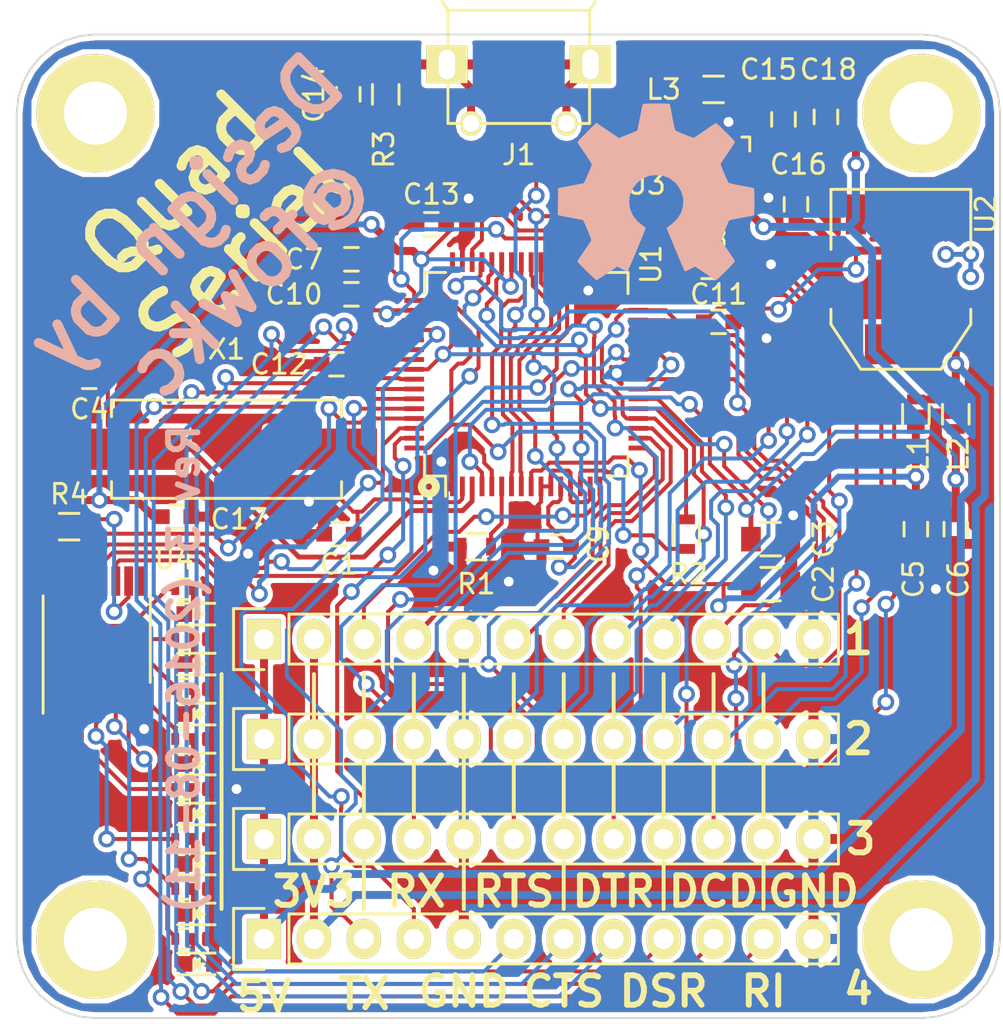
<source format=kicad_pcb>
(kicad_pcb (version 4) (host pcbnew "(2015-11-22 BZR 6327)-product")
  (layers (0 F.Cu signal) (31 B.Cu signal) (34 B.Paste user) (35 F.Paste user) (36 B.SilkS user) (37 F.SilkS user) (38 B.Mask user) (39 F.Mask user) (44 Edge.Cuts user))
  (net 0 "")
  (net 1 "Net-(C1-Pad1)")
  (net 2 "Net-(C2-Pad1)")
  (net 3 "Net-(C3-Pad1)")
  (net 4 "Net-(C4-Pad1)")
  (net 5 +1.8V)
  (net 6 +3.3V)
  (net 7 /USB/SHIELD)
  (net 8 +5V)
  (net 9 /FT4232H/DP)
  (net 10 /FT4232H/DM)
  (net 11 "Net-(J1-Pad1)")
  (net 12 /FT4232H/TXDA)
  (net 13 /FT4232H/RXDA)
  (net 14 /FT4232H/RTSA)
  (net 15 /FT4232H/CTSA)
  (net 16 /FT4232H/DTRA)
  (net 17 /FT4232H/DSRA)
  (net 18 /FT4232H/DCDA)
  (net 19 /FT4232H/RIA)
  (net 20 /FT4232H/TXDB)
  (net 21 /FT4232H/RXDB)
  (net 22 /FT4232H/RTSB)
  (net 23 /FT4232H/CTSB)
  (net 24 /FT4232H/DTRB)
  (net 25 /FT4232H/DSRB)
  (net 26 /FT4232H/DCDB)
  (net 27 /FT4232H/RIB)
  (net 28 /FT4232H/TXDC)
  (net 29 /FT4232H/RXDC)
  (net 30 /FT4232H/RTSC)
  (net 31 /FT4232H/CTSC)
  (net 32 /FT4232H/DTRC)
  (net 33 /FT4232H/DSRC)
  (net 34 /FT4232H/DCDC)
  (net 35 /FT4232H/RIC)
  (net 36 /FT4232H/TXDD)
  (net 37 /FT4232H/RXDD)
  (net 38 /FT4232H/RTSD)
  (net 39 /FT4232H/CTSD)
  (net 40 /FT4232H/DTRD)
  (net 41 /FT4232H/DSRD)
  (net 42 /FT4232H/DCDD)
  (net 43 /FT4232H/RID)
  (net 44 "Net-(R1-Pad1)")
  (net 45 "Net-(R2-Pad1)")
  (net 46 "Net-(R4-Pad2)")
  (net 47 /FT4232H/~LED_EN)
  (net 48 /FT4232H/LED_DATA)
  (net 49 /FT4232H/LED_CLK)
  (net 50 /FT4232H/LED_CS)
  (net 51 GND)
  (net 52 "Net-(R5-Pad1)")
  (net 53 "Net-(R5-Pad2)")
  (net 54 "Net-(R6-Pad1)")
  (net 55 "Net-(R6-Pad2)")
  (net 56 "Net-(R7-Pad1)")
  (net 57 "Net-(R7-Pad2)")
  (net 58 "Net-(R8-Pad1)")
  (net 59 "Net-(R8-Pad2)")
  (net 60 "Net-(R9-Pad1)")
  (net 61 "Net-(R9-Pad2)")
  (net 62 "Net-(R10-Pad1)")
  (net 63 "Net-(R10-Pad2)")
  (net 64 "Net-(R11-Pad1)")
  (net 65 "Net-(R11-Pad2)")
  (net 66 "Net-(R12-Pad1)")
  (net 67 "Net-(R12-Pad2)")
  (module Housings_QFP:LQFP-64_10x10mm_Pitch0.5mm (layer F.Cu) (at 155.067 98.298 90)
    (fp_text reference U1 (at 5.588 6.35 90) (layer F.SilkS))
    (fp_text value FT4232H)
    (pad 1 smd rect (at -5.7 -3.75 90) (size 1 0.25) (layers F.Cu F.Paste F.Mask) (net 51 GND))
    (pad 2 smd rect (at -5.7 -3.25 90) (size 1 0.25) (layers F.Cu F.Paste F.Mask) (net 1 "Net-(C1-Pad1)"))
    (pad 3 smd rect (at -5.7 -2.75 90) (size 1 0.25) (layers F.Cu F.Paste F.Mask) (net 4 "Net-(C4-Pad1)"))
    (pad 4 smd rect (at -5.7 -2.25 90) (size 1 0.25) (layers F.Cu F.Paste F.Mask) (net 3 "Net-(C3-Pad1)"))
    (pad 5 smd rect (at -5.7 -1.75 90) (size 1 0.25) (layers F.Cu F.Paste F.Mask) (net 51 GND))
    (pad 6 smd rect (at -5.7 -1.25 90) (size 1 0.25) (layers F.Cu F.Paste F.Mask) (net 44 "Net-(R1-Pad1)"))
    (pad 7 smd rect (at -5.7 -0.75 90) (size 1 0.25) (layers F.Cu F.Paste F.Mask) (net 10 /FT4232H/DM))
    (pad 8 smd rect (at -5.7 -0.25 90) (size 1 0.25) (layers F.Cu F.Paste F.Mask) (net 9 /FT4232H/DP))
    (pad 9 smd rect (at -5.7 0.25 90) (size 1 0.25) (layers F.Cu F.Paste F.Mask) (net 2 "Net-(C2-Pad1)"))
    (pad 10 smd rect (at -5.7 0.75 90) (size 1 0.25) (layers F.Cu F.Paste F.Mask) (net 51 GND))
    (pad 11 smd rect (at -5.7 1.25 90) (size 1 0.25) (layers F.Cu F.Paste F.Mask) (net 51 GND))
    (pad 12 smd rect (at -5.7 1.75 90) (size 1 0.25) (layers F.Cu F.Paste F.Mask) (net 5 +1.8V))
    (pad 13 smd rect (at -5.7 2.25 90) (size 1 0.25) (layers F.Cu F.Paste F.Mask) (net 51 GND))
    (pad 14 smd rect (at -5.7 2.75 90) (size 1 0.25) (layers F.Cu F.Paste F.Mask) (net 45 "Net-(R2-Pad1)"))
    (pad 15 smd rect (at -5.7 3.25 90) (size 1 0.25) (layers F.Cu F.Paste F.Mask) (net 51 GND))
    (pad 16 smd rect (at -5.7 3.75 90) (size 1 0.25) (layers F.Cu F.Paste F.Mask) (net 12 /FT4232H/TXDA))
    (pad 17 smd rect (at -3.75 5.7 180) (size 1 0.25) (layers F.Cu F.Paste F.Mask) (net 13 /FT4232H/RXDA))
    (pad 18 smd rect (at -3.25 5.7 180) (size 1 0.25) (layers F.Cu F.Paste F.Mask) (net 14 /FT4232H/RTSA))
    (pad 19 smd rect (at -2.75 5.7 180) (size 1 0.25) (layers F.Cu F.Paste F.Mask) (net 15 /FT4232H/CTSA))
    (pad 20 smd rect (at -2.25 5.7 180) (size 1 0.25) (layers F.Cu F.Paste F.Mask) (net 6 +3.3V))
    (pad 21 smd rect (at -1.75 5.7 180) (size 1 0.25) (layers F.Cu F.Paste F.Mask) (net 16 /FT4232H/DTRA))
    (pad 22 smd rect (at -1.25 5.7 180) (size 1 0.25) (layers F.Cu F.Paste F.Mask) (net 17 /FT4232H/DSRA))
    (pad 23 smd rect (at -0.75 5.7 180) (size 1 0.25) (layers F.Cu F.Paste F.Mask) (net 18 /FT4232H/DCDA))
    (pad 24 smd rect (at -0.25 5.7 180) (size 1 0.25) (layers F.Cu F.Paste F.Mask) (net 19 /FT4232H/RIA))
    (pad 25 smd rect (at 0.25 5.7 180) (size 1 0.25) (layers F.Cu F.Paste F.Mask) (net 51 GND))
    (pad 26 smd rect (at 0.75 5.7 180) (size 1 0.25) (layers F.Cu F.Paste F.Mask) (net 20 /FT4232H/TXDB))
    (pad 27 smd rect (at 1.25 5.7 180) (size 1 0.25) (layers F.Cu F.Paste F.Mask) (net 21 /FT4232H/RXDB))
    (pad 28 smd rect (at 1.75 5.7 180) (size 1 0.25) (layers F.Cu F.Paste F.Mask) (net 22 /FT4232H/RTSB))
    (pad 29 smd rect (at 2.25 5.7 180) (size 1 0.25) (layers F.Cu F.Paste F.Mask) (net 23 /FT4232H/CTSB))
    (pad 30 smd rect (at 2.75 5.7 180) (size 1 0.25) (layers F.Cu F.Paste F.Mask) (net 24 /FT4232H/DTRB))
    (pad 31 smd rect (at 3.25 5.7 180) (size 1 0.25) (layers F.Cu F.Paste F.Mask) (net 6 +3.3V))
    (pad 32 smd rect (at 3.75 5.7 180) (size 1 0.25) (layers F.Cu F.Paste F.Mask) (net 25 /FT4232H/DSRB))
    (pad 33 smd rect (at 5.7 3.75 90) (size 1 0.25) (layers F.Cu F.Paste F.Mask) (net 26 /FT4232H/DCDB))
    (pad 34 smd rect (at 5.7 3.25 90) (size 1 0.25) (layers F.Cu F.Paste F.Mask) (net 27 /FT4232H/RIB))
    (pad 35 smd rect (at 5.7 2.75 90) (size 1 0.25) (layers F.Cu F.Paste F.Mask) (net 51 GND))
    (pad 36 smd rect (at 5.7 2.25 90) (size 1 0.25) (layers F.Cu F.Paste F.Mask))
    (pad 37 smd rect (at 5.7 1.75 90) (size 1 0.25) (layers F.Cu F.Paste F.Mask) (net 5 +1.8V))
    (pad 38 smd rect (at 5.7 1.25 90) (size 1 0.25) (layers F.Cu F.Paste F.Mask) (net 28 /FT4232H/TXDC))
    (pad 39 smd rect (at 5.7 0.75 90) (size 1 0.25) (layers F.Cu F.Paste F.Mask) (net 29 /FT4232H/RXDC))
    (pad 40 smd rect (at 5.7 0.25 90) (size 1 0.25) (layers F.Cu F.Paste F.Mask) (net 30 /FT4232H/RTSC))
    (pad 41 smd rect (at 5.7 -0.25 90) (size 1 0.25) (layers F.Cu F.Paste F.Mask) (net 31 /FT4232H/CTSC))
    (pad 42 smd rect (at 5.7 -0.75 90) (size 1 0.25) (layers F.Cu F.Paste F.Mask) (net 6 +3.3V))
    (pad 43 smd rect (at 5.7 -1.25 90) (size 1 0.25) (layers F.Cu F.Paste F.Mask) (net 32 /FT4232H/DTRC))
    (pad 44 smd rect (at 5.7 -1.75 90) (size 1 0.25) (layers F.Cu F.Paste F.Mask) (net 33 /FT4232H/DSRC))
    (pad 45 smd rect (at 5.7 -2.25 90) (size 1 0.25) (layers F.Cu F.Paste F.Mask) (net 34 /FT4232H/DCDC))
    (pad 46 smd rect (at 5.7 -2.75 90) (size 1 0.25) (layers F.Cu F.Paste F.Mask) (net 35 /FT4232H/RIC))
    (pad 47 smd rect (at 5.7 -3.25 90) (size 1 0.25) (layers F.Cu F.Paste F.Mask) (net 51 GND))
    (pad 48 smd rect (at 5.7 -3.75 90) (size 1 0.25) (layers F.Cu F.Paste F.Mask) (net 36 /FT4232H/TXDD))
    (pad 49 smd rect (at 3.75 -5.7 180) (size 1 0.25) (layers F.Cu F.Paste F.Mask) (net 5 +1.8V))
    (pad 50 smd rect (at 3.25 -5.7 180) (size 1 0.25) (layers F.Cu F.Paste F.Mask) (net 6 +3.3V))
    (pad 51 smd rect (at 2.75 -5.7 180) (size 1 0.25) (layers F.Cu F.Paste F.Mask) (net 51 GND))
    (pad 52 smd rect (at 2.25 -5.7 180) (size 1 0.25) (layers F.Cu F.Paste F.Mask) (net 37 /FT4232H/RXDD))
    (pad 53 smd rect (at 1.75 -5.7 180) (size 1 0.25) (layers F.Cu F.Paste F.Mask) (net 38 /FT4232H/RTSD))
    (pad 54 smd rect (at 1.25 -5.7 180) (size 1 0.25) (layers F.Cu F.Paste F.Mask) (net 39 /FT4232H/CTSD))
    (pad 55 smd rect (at 0.75 -5.7 180) (size 1 0.25) (layers F.Cu F.Paste F.Mask) (net 40 /FT4232H/DTRD))
    (pad 56 smd rect (at 0.25 -5.7 180) (size 1 0.25) (layers F.Cu F.Paste F.Mask) (net 6 +3.3V))
    (pad 57 smd rect (at -0.25 -5.7 180) (size 1 0.25) (layers F.Cu F.Paste F.Mask) (net 41 /FT4232H/DSRD))
    (pad 58 smd rect (at -0.75 -5.7 180) (size 1 0.25) (layers F.Cu F.Paste F.Mask) (net 42 /FT4232H/DCDD))
    (pad 59 smd rect (at -1.25 -5.7 180) (size 1 0.25) (layers F.Cu F.Paste F.Mask) (net 43 /FT4232H/RID))
    (pad 60 smd rect (at -1.75 -5.7 180) (size 1 0.25) (layers F.Cu F.Paste F.Mask) (net 47 /FT4232H/~LED_EN))
    (pad 61 smd rect (at -2.25 -5.7 180) (size 1 0.25) (layers F.Cu F.Paste F.Mask) (net 48 /FT4232H/LED_DATA))
    (pad 62 smd rect (at -2.75 -5.7 180) (size 1 0.25) (layers F.Cu F.Paste F.Mask) (net 49 /FT4232H/LED_CLK))
    (pad 63 smd rect (at -3.25 -5.7 180) (size 1 0.25) (layers F.Cu F.Paste F.Mask) (net 50 /FT4232H/LED_CS))
    (pad 64 smd rect (at -3.75 -5.7 180) (size 1 0.25) (layers F.Cu F.Paste F.Mask) (net 5 +1.8V))
  )
  (module Crystals:Crystal_HC49-SD_SMD (layer F.Cu) (at 139.827 102.108)
    (fp_text reference X1 (at 0 -5.08) (layer F.SilkS))
    (fp_text value CRYSTAL)
    (pad 1 smd rect (at -4.84886 0) (size 5.6007 2.10058) (layers F.Cu F.Paste F.Mask) (net 4 "Net-(C4-Pad1)"))
    (pad 2 smd rect (at 4.84886 0) (size 5.6007 2.10058) (layers F.Cu F.Paste F.Mask) (net 1 "Net-(C1-Pad1)"))
  )
  (module Housings_SSOP:TSSOP-16_4.4x5mm_Pitch0.65mm (layer F.Cu) (at 133.223 111.76 90)
    (fp_text reference U4 (at 4.064 3.937 360) (layer F.SilkS))
    (fp_text value 74HC595)
    (pad 1 smd rect (at -2.95 -2.275 90) (size 1.5 0.45) (layers F.Cu F.Paste F.Mask) (net 55 "Net-(R6-Pad2)"))
    (pad 2 smd rect (at -2.95 -1.625 90) (size 1.5 0.45) (layers F.Cu F.Paste F.Mask) (net 57 "Net-(R7-Pad2)"))
    (pad 3 smd rect (at -2.95 -0.975 90) (size 1.5 0.45) (layers F.Cu F.Paste F.Mask) (net 59 "Net-(R8-Pad2)"))
    (pad 4 smd rect (at -2.95 -0.325 90) (size 1.5 0.45) (layers F.Cu F.Paste F.Mask) (net 61 "Net-(R9-Pad2)"))
    (pad 5 smd rect (at -2.95 0.325 90) (size 1.5 0.45) (layers F.Cu F.Paste F.Mask) (net 63 "Net-(R10-Pad2)"))
    (pad 6 smd rect (at -2.95 0.975 90) (size 1.5 0.45) (layers F.Cu F.Paste F.Mask) (net 65 "Net-(R11-Pad2)"))
    (pad 7 smd rect (at -2.95 1.625 90) (size 1.5 0.45) (layers F.Cu F.Paste F.Mask) (net 67 "Net-(R12-Pad2)"))
    (pad 8 smd rect (at -2.95 2.275 90) (size 1.5 0.45) (layers F.Cu F.Paste F.Mask) (net 51 GND))
    (pad 9 smd rect (at 2.95 2.275 90) (size 1.5 0.45) (layers F.Cu F.Paste F.Mask))
    (pad 10 smd rect (at 2.95 1.625 90) (size 1.5 0.45) (layers F.Cu F.Paste F.Mask) (net 46 "Net-(R4-Pad2)"))
    (pad 11 smd rect (at 2.95 0.975 90) (size 1.5 0.45) (layers F.Cu F.Paste F.Mask) (net 49 /FT4232H/LED_CLK))
    (pad 12 smd rect (at 2.95 0.325 90) (size 1.5 0.45) (layers F.Cu F.Paste F.Mask) (net 50 /FT4232H/LED_CS))
    (pad 13 smd rect (at 2.95 -0.325 90) (size 1.5 0.45) (layers F.Cu F.Paste F.Mask) (net 47 /FT4232H/~LED_EN))
    (pad 14 smd rect (at 2.95 -0.975 90) (size 1.5 0.45) (layers F.Cu F.Paste F.Mask) (net 48 /FT4232H/LED_DATA))
    (pad 15 smd rect (at 2.95 -1.625 90) (size 1.5 0.45) (layers F.Cu F.Paste F.Mask) (net 53 "Net-(R5-Pad2)"))
    (pad 16 smd rect (at 2.95 -2.275 90) (size 1.5 0.45) (layers F.Cu F.Paste F.Mask) (net 6 +3.3V))
  )
  (module TO_SOT_Packages_SMD:SOT-143 (layer F.Cu) (at 164.592 88.519 180)
    (fp_text reference U3 (at 3.429 -0.127 360) (layer F.SilkS))
    (fp_text value PRTR5V0U2X)
    (pad 1 smd rect (at -0.76962 1.09982 180) (size 1.19888 1.39954) (layers F.Cu F.Paste F.Mask) (net 51 GND))
    (pad 2 smd rect (at 0.94996 1.09982 180) (size 1.00076 1.39954) (layers F.Cu F.Paste F.Mask) (net 10 /FT4232H/DM))
    (pad 3 smd rect (at 0.94996 -1.09982 180) (size 1.00076 1.39954) (layers F.Cu F.Paste F.Mask) (net 9 /FT4232H/DP))
    (pad 4 smd rect (at -0.94996 -1.09982 180) (size 1.00076 1.39954) (layers F.Cu F.Paste F.Mask) (net 8 +5V))
  )
  (module TO_SOT_Packages_SMD:SOT-223 (layer F.Cu) (at 174.117 93.472 180)
    (fp_text reference U2 (at -4.318 3.302 270) (layer F.SilkS))
    (fp_text value NCP1117ST33T3G)
    (pad 4 smd rect (at 0 -3.302 180) (size 3.6576 2.032) (layers F.Cu F.Paste F.Mask))
    (pad 2 smd rect (at 0 3.302 180) (size 1.016 2.032) (layers F.Cu F.Paste F.Mask) (net 6 +3.3V))
    (pad 3 smd rect (at 2.286 3.302 180) (size 1.016 2.032) (layers F.Cu F.Paste F.Mask) (net 8 +5V))
    (pad 1 smd rect (at -2.286 3.302 180) (size 1.016 2.032) (layers F.Cu F.Paste F.Mask) (net 51 GND))
  )
  (module LEDs:LED-0603 (layer F.Cu) (at 138.4427 113.03)
    (fp_text reference RX1 hide)
    (fp_text value GRN)
    (pad 2 smd rect (at 0.7493 0 180) (size 0.79756 0.79756) (layers F.Cu F.Paste F.Mask) (net 51 GND))
    (pad 1 smd rect (at -0.7493 0 180) (size 0.79756 0.79756) (layers F.Cu F.Paste F.Mask) (net 54 "Net-(R6-Pad1)"))
  )
  (module LEDs:LED-0603 (layer F.Cu) (at 138.4427 118.11)
    (fp_text reference RX2 hide)
    (fp_text value GRN)
    (pad 2 smd rect (at 0.7493 0 180) (size 0.79756 0.79756) (layers F.Cu F.Paste F.Mask) (net 51 GND))
    (pad 1 smd rect (at -0.7493 0 180) (size 0.79756 0.79756) (layers F.Cu F.Paste F.Mask) (net 58 "Net-(R8-Pad1)"))
  )
  (module LEDs:LED-0603 (layer F.Cu) (at 138.4427 123.19)
    (fp_text reference RX3 hide)
    (fp_text value GRN)
    (pad 2 smd rect (at 0.7493 0 180) (size 0.79756 0.79756) (layers F.Cu F.Paste F.Mask) (net 51 GND))
    (pad 1 smd rect (at -0.7493 0 180) (size 0.79756 0.79756) (layers F.Cu F.Paste F.Mask) (net 62 "Net-(R10-Pad1)"))
  )
  (module LEDs:LED-0603 (layer F.Cu) (at 138.4427 128.27)
    (fp_text reference RX4 hide)
    (fp_text value GRN)
    (pad 2 smd rect (at 0.7493 0 180) (size 0.79756 0.79756) (layers F.Cu F.Paste F.Mask) (net 51 GND))
    (pad 1 smd rect (at -0.7493 0 180) (size 0.79756 0.79756) (layers F.Cu F.Paste F.Mask) (net 66 "Net-(R12-Pad1)"))
  )
  (module LEDs:LED-0603 (layer F.Cu) (at 138.43 110.49)
    (fp_text reference TX1 hide)
    (fp_text value RED)
    (pad 2 smd rect (at 0.7493 0 180) (size 0.79756 0.79756) (layers F.Cu F.Paste F.Mask) (net 51 GND))
    (pad 1 smd rect (at -0.7493 0 180) (size 0.79756 0.79756) (layers F.Cu F.Paste F.Mask) (net 52 "Net-(R5-Pad1)"))
  )
  (module LEDs:LED-0603 (layer F.Cu) (at 138.4427 115.57)
    (fp_text reference TX2 hide)
    (fp_text value RED)
    (pad 2 smd rect (at 0.7493 0 180) (size 0.79756 0.79756) (layers F.Cu F.Paste F.Mask) (net 51 GND))
    (pad 1 smd rect (at -0.7493 0 180) (size 0.79756 0.79756) (layers F.Cu F.Paste F.Mask) (net 56 "Net-(R7-Pad1)"))
  )
  (module LEDs:LED-0603 (layer F.Cu) (at 138.4427 120.65)
    (fp_text reference TX3 hide)
    (fp_text value RED)
    (pad 2 smd rect (at 0.7493 0 180) (size 0.79756 0.79756) (layers F.Cu F.Paste F.Mask) (net 51 GND))
    (pad 1 smd rect (at -0.7493 0 180) (size 0.79756 0.79756) (layers F.Cu F.Paste F.Mask) (net 60 "Net-(R9-Pad1)"))
  )
  (module LEDs:LED-0603 (layer F.Cu) (at 138.4427 125.73)
    (fp_text reference TX4 hide)
    (fp_text value RED)
    (pad 2 smd rect (at 0.7493 0 180) (size 0.79756 0.79756) (layers F.Cu F.Paste F.Mask) (net 51 GND))
    (pad 1 smd rect (at -0.7493 0 180) (size 0.79756 0.79756) (layers F.Cu F.Paste F.Mask) (net 64 "Net-(R11-Pad1)"))
  )
  (module usb-connectors:USB-MICRO-B-SMD (layer F.Cu) (at 154.686 82.55 180)
    (fp_text reference J1 (at 0 -4.6 180) (layer F.SilkS))
    (fp_text value USB-MINI-B-SMD)
    (pad 1 smd rect (at -1.3 -2.675 180) (size 0.4 1.35) (layers F.Cu F.Paste F.Mask) (net 11 "Net-(J1-Pad1)"))
    (pad 2 smd rect (at -0.65 -2.675 180) (size 0.4 1.35) (layers F.Cu F.Paste F.Mask) (net 10 /FT4232H/DM))
    (pad 3 smd rect (at 0 -2.675 180) (size 0.4 1.35) (layers F.Cu F.Paste F.Mask) (net 9 /FT4232H/DP))
    (pad 4 smd rect (at 0.65 -2.675 180) (size 0.4 1.35) (layers F.Cu F.Paste F.Mask))
    (pad 5 smd rect (at 1.3 -2.675 180) (size 0.4 1.35) (layers F.Cu F.Paste F.Mask) (net 51 GND))
    (pad 6 thru_hole oval (at 2.425 -3 180) (size 1.05 1.25) (drill 0.85) (layers *.Cu *.Mask F.SilkS) (net 7 /USB/SHIELD))
    (pad 6 thru_hole oval (at -2.425 -3 180) (size 1.05 1.25) (drill 0.85) (layers *.Cu *.Mask F.SilkS) (net 7 /USB/SHIELD))
    (pad 6 smd rect (at -1.15 0 180) (size 1.8 1.9) (layers F.Cu F.Paste F.Mask) (net 7 /USB/SHIELD))
    (pad 6 smd rect (at 1.15 0 180) (size 1.8 1.9) (layers F.Cu F.Paste F.Mask) (net 7 /USB/SHIELD))
    (pad 6 thru_hole rect (at 3.65 0 180) (size 2.1 1.9) (drill oval 0.83 1.5) (layers *.Cu *.Mask F.SilkS) (net 7 /USB/SHIELD))
    (pad 6 thru_hole rect (at -3.65 0 180) (size 2.1 1.9) (drill oval 0.83 1.5) (layers *.Cu *.Mask F.SilkS) (net 7 /USB/SHIELD))
  )
  (module sick-of-beige:DP5050 (layer F.Cu) (at 129.159 81.026)
    (fp_text reference "" (at 0 0) (layer F.SilkS))
    (fp_text value "" (at 0 0) (layer F.SilkS))
    (fp_line (start 46.7803 0.076859) (end 47.5307 0.304474) (layer Edge.Cuts) (width 0.1))
    (fp_line (start 47.5307 0.304474) (end 48.2223 0.674118) (layer Edge.Cuts) (width 0.1))
    (fp_line (start 48.2223 0.674118) (end 48.8284 1.17157) (layer Edge.Cuts) (width 0.1))
    (fp_line (start 48.8284 1.17157) (end 49.3259 1.77771) (layer Edge.Cuts) (width 0.1))
    (fp_line (start 49.3259 1.77771) (end 49.6955 2.46925) (layer Edge.Cuts) (width 0.1))
    (fp_line (start 49.6955 2.46925) (end 49.9231 3.21964) (layer Edge.Cuts) (width 0.1))
    (fp_line (start 49.9231 3.21964) (end 50 4) (layer Edge.Cuts) (width 0.1))
    (fp_line (start 50 4) (end 50 46) (layer Edge.Cuts) (width 0.1))
    (fp_line (start 50 46) (end 49.9231 46.7803) (layer Edge.Cuts) (width 0.1))
    (fp_line (start 49.9231 46.7803) (end 49.6955 47.5307) (layer Edge.Cuts) (width 0.1))
    (fp_line (start 49.6955 47.5307) (end 49.3259 48.2223) (layer Edge.Cuts) (width 0.1))
    (fp_line (start 49.3259 48.2223) (end 48.8284 48.8284) (layer Edge.Cuts) (width 0.1))
    (fp_line (start 48.8284 48.8284) (end 48.2223 49.3259) (layer Edge.Cuts) (width 0.1))
    (fp_line (start 48.2223 49.3259) (end 47.5307 49.6955) (layer Edge.Cuts) (width 0.1))
    (fp_line (start 47.5307 49.6955) (end 46.7803 49.9231) (layer Edge.Cuts) (width 0.1))
    (fp_line (start 46.7803 49.9231) (end 46 50) (layer Edge.Cuts) (width 0.1))
    (fp_line (start 46 50) (end 4 50) (layer Edge.Cuts) (width 0.1))
    (fp_line (start 4 50) (end 3.21964 49.9231) (layer Edge.Cuts) (width 0.1))
    (fp_line (start 3.21964 49.9231) (end 2.46925 49.6955) (layer Edge.Cuts) (width 0.1))
    (fp_line (start 2.46925 49.6955) (end 1.77771 49.3259) (layer Edge.Cuts) (width 0.1))
    (fp_line (start 1.77771 49.3259) (end 1.17157 48.8284) (layer Edge.Cuts) (width 0.1))
    (fp_line (start 1.17157 48.8284) (end 0.674118 48.2223) (layer Edge.Cuts) (width 0.1))
    (fp_line (start 0.674118 48.2223) (end 0.304474 47.5307) (layer Edge.Cuts) (width 0.1))
    (fp_line (start 0.304474 47.5307) (end 0.076859 46.7803) (layer Edge.Cuts) (width 0.1))
    (fp_line (start 0.076859 46.7803) (end 0 46) (layer Edge.Cuts) (width 0.1))
    (fp_line (start 0 46) (end 0 4) (layer Edge.Cuts) (width 0.1))
    (fp_line (start 0 4) (end 0.076859 3.21964) (layer Edge.Cuts) (width 0.1))
    (fp_line (start 0.076859 3.21964) (end 0.304474 2.46925) (layer Edge.Cuts) (width 0.1))
    (fp_line (start 0.304474 2.46925) (end 0.674118 1.77771) (layer Edge.Cuts) (width 0.1))
    (fp_line (start 0.674118 1.77771) (end 1.17157 1.17157) (layer Edge.Cuts) (width 0.1))
    (fp_line (start 1.17157 1.17157) (end 1.77771 0.674118) (layer Edge.Cuts) (width 0.1))
    (fp_line (start 1.77771 0.674118) (end 2.46925 0.304474) (layer Edge.Cuts) (width 0.1))
    (fp_line (start 2.46925 0.304474) (end 3.21964 0.076859) (layer Edge.Cuts) (width 0.1))
    (fp_line (start 3.21964 0.076859) (end 3.99998 0) (layer Edge.Cuts) (width 0.1))
    (fp_line (start 3.99998 0) (end 46 0) (layer Edge.Cuts) (width 0.1))
    (fp_line (start 46 0) (end 46.7803 0.076859) (layer Edge.Cuts) (width 0.1))
    (pad "" np_thru_hole circle (at 46 4) (size 6 6) (drill 3.2) (layers *.Cu *.Mask F.SilkS))
    (pad "" np_thru_hole circle (at 4 4) (size 6 6) (drill 3.2) (layers *.Cu *.Mask F.SilkS))
    (pad "" np_thru_hole circle (at 46 46) (size 6 6) (drill 3.2) (layers *.Cu *.Mask F.SilkS))
    (pad "" np_thru_hole circle (at 4 46) (size 6 6) (drill 3.2) (layers *.Cu *.Mask F.SilkS))
  )
  (module Pin_Headers:Pin_Header_Straight_1x12 (layer F.Cu) (at 141.732 111.76 90)
    (fp_text reference P1 hide)
    (fp_text value CONN_12)
    (pad 1 thru_hole rect (at 0 0 90) (size 2.032 1.7272) (drill 1.016) (layers *.Cu *.Mask F.SilkS) (net 8 +5V))
    (pad 2 thru_hole oval (at 0 2.54 90) (size 2.032 1.7272) (drill 1.016) (layers *.Cu *.Mask F.SilkS) (net 6 +3.3V))
    (pad 3 thru_hole oval (at 0 5.08 90) (size 2.032 1.7272) (drill 1.016) (layers *.Cu *.Mask F.SilkS) (net 12 /FT4232H/TXDA))
    (pad 4 thru_hole oval (at 0 7.62 90) (size 2.032 1.7272) (drill 1.016) (layers *.Cu *.Mask F.SilkS) (net 13 /FT4232H/RXDA))
    (pad 5 thru_hole oval (at 0 10.16 90) (size 2.032 1.7272) (drill 1.016) (layers *.Cu *.Mask F.SilkS) (net 51 GND))
    (pad 6 thru_hole oval (at 0 12.7 90) (size 2.032 1.7272) (drill 1.016) (layers *.Cu *.Mask F.SilkS) (net 14 /FT4232H/RTSA))
    (pad 7 thru_hole oval (at 0 15.24 90) (size 2.032 1.7272) (drill 1.016) (layers *.Cu *.Mask F.SilkS) (net 15 /FT4232H/CTSA))
    (pad 8 thru_hole oval (at 0 17.78 90) (size 2.032 1.7272) (drill 1.016) (layers *.Cu *.Mask F.SilkS) (net 16 /FT4232H/DTRA))
    (pad 9 thru_hole oval (at 0 20.32 90) (size 2.032 1.7272) (drill 1.016) (layers *.Cu *.Mask F.SilkS) (net 17 /FT4232H/DSRA))
    (pad 10 thru_hole oval (at 0 22.86 90) (size 2.032 1.7272) (drill 1.016) (layers *.Cu *.Mask F.SilkS) (net 18 /FT4232H/DCDA))
    (pad 11 thru_hole oval (at 0 25.4 90) (size 2.032 1.7272) (drill 1.016) (layers *.Cu *.Mask F.SilkS) (net 19 /FT4232H/RIA))
    (pad 12 thru_hole oval (at 0 27.94 90) (size 2.032 1.7272) (drill 1.016) (layers *.Cu *.Mask F.SilkS) (net 51 GND))
  )
  (module Pin_Headers:Pin_Header_Straight_1x12 (layer F.Cu) (at 141.732 116.84 90)
    (fp_text reference P2 hide)
    (fp_text value CONN_12)
    (pad 1 thru_hole rect (at 0 0 90) (size 2.032 1.7272) (drill 1.016) (layers *.Cu *.Mask F.SilkS) (net 8 +5V))
    (pad 2 thru_hole oval (at 0 2.54 90) (size 2.032 1.7272) (drill 1.016) (layers *.Cu *.Mask F.SilkS) (net 6 +3.3V))
    (pad 3 thru_hole oval (at 0 5.08 90) (size 2.032 1.7272) (drill 1.016) (layers *.Cu *.Mask F.SilkS) (net 20 /FT4232H/TXDB))
    (pad 4 thru_hole oval (at 0 7.62 90) (size 2.032 1.7272) (drill 1.016) (layers *.Cu *.Mask F.SilkS) (net 21 /FT4232H/RXDB))
    (pad 5 thru_hole oval (at 0 10.16 90) (size 2.032 1.7272) (drill 1.016) (layers *.Cu *.Mask F.SilkS) (net 51 GND))
    (pad 6 thru_hole oval (at 0 12.7 90) (size 2.032 1.7272) (drill 1.016) (layers *.Cu *.Mask F.SilkS) (net 22 /FT4232H/RTSB))
    (pad 7 thru_hole oval (at 0 15.24 90) (size 2.032 1.7272) (drill 1.016) (layers *.Cu *.Mask F.SilkS) (net 23 /FT4232H/CTSB))
    (pad 8 thru_hole oval (at 0 17.78 90) (size 2.032 1.7272) (drill 1.016) (layers *.Cu *.Mask F.SilkS) (net 24 /FT4232H/DTRB))
    (pad 9 thru_hole oval (at 0 20.32 90) (size 2.032 1.7272) (drill 1.016) (layers *.Cu *.Mask F.SilkS) (net 25 /FT4232H/DSRB))
    (pad 10 thru_hole oval (at 0 22.86 90) (size 2.032 1.7272) (drill 1.016) (layers *.Cu *.Mask F.SilkS) (net 26 /FT4232H/DCDB))
    (pad 11 thru_hole oval (at 0 25.4 90) (size 2.032 1.7272) (drill 1.016) (layers *.Cu *.Mask F.SilkS) (net 27 /FT4232H/RIB))
    (pad 12 thru_hole oval (at 0 27.94 90) (size 2.032 1.7272) (drill 1.016) (layers *.Cu *.Mask F.SilkS) (net 51 GND))
  )
  (module Pin_Headers:Pin_Header_Straight_1x12 (layer F.Cu) (at 141.732 121.92 90)
    (fp_text reference P3 hide)
    (fp_text value CONN_12)
    (pad 1 thru_hole rect (at 0 0 90) (size 2.032 1.7272) (drill 1.016) (layers *.Cu *.Mask F.SilkS) (net 8 +5V))
    (pad 2 thru_hole oval (at 0 2.54 90) (size 2.032 1.7272) (drill 1.016) (layers *.Cu *.Mask F.SilkS) (net 6 +3.3V))
    (pad 3 thru_hole oval (at 0 5.08 90) (size 2.032 1.7272) (drill 1.016) (layers *.Cu *.Mask F.SilkS) (net 28 /FT4232H/TXDC))
    (pad 4 thru_hole oval (at 0 7.62 90) (size 2.032 1.7272) (drill 1.016) (layers *.Cu *.Mask F.SilkS) (net 29 /FT4232H/RXDC))
    (pad 5 thru_hole oval (at 0 10.16 90) (size 2.032 1.7272) (drill 1.016) (layers *.Cu *.Mask F.SilkS) (net 51 GND))
    (pad 6 thru_hole oval (at 0 12.7 90) (size 2.032 1.7272) (drill 1.016) (layers *.Cu *.Mask F.SilkS) (net 30 /FT4232H/RTSC))
    (pad 7 thru_hole oval (at 0 15.24 90) (size 2.032 1.7272) (drill 1.016) (layers *.Cu *.Mask F.SilkS) (net 31 /FT4232H/CTSC))
    (pad 8 thru_hole oval (at 0 17.78 90) (size 2.032 1.7272) (drill 1.016) (layers *.Cu *.Mask F.SilkS) (net 32 /FT4232H/DTRC))
    (pad 9 thru_hole oval (at 0 20.32 90) (size 2.032 1.7272) (drill 1.016) (layers *.Cu *.Mask F.SilkS) (net 33 /FT4232H/DSRC))
    (pad 10 thru_hole oval (at 0 22.86 90) (size 2.032 1.7272) (drill 1.016) (layers *.Cu *.Mask F.SilkS) (net 34 /FT4232H/DCDC))
    (pad 11 thru_hole oval (at 0 25.4 90) (size 2.032 1.7272) (drill 1.016) (layers *.Cu *.Mask F.SilkS) (net 35 /FT4232H/RIC))
    (pad 12 thru_hole oval (at 0 27.94 90) (size 2.032 1.7272) (drill 1.016) (layers *.Cu *.Mask F.SilkS) (net 51 GND))
  )
  (module Pin_Headers:Pin_Header_Straight_1x12 (layer F.Cu) (at 141.732 127 90)
    (fp_text reference P4 hide)
    (fp_text value CONN_12)
    (pad 1 thru_hole rect (at 0 0 90) (size 2.032 1.7272) (drill 1.016) (layers *.Cu *.Mask F.SilkS) (net 8 +5V))
    (pad 2 thru_hole oval (at 0 2.54 90) (size 2.032 1.7272) (drill 1.016) (layers *.Cu *.Mask F.SilkS) (net 6 +3.3V))
    (pad 3 thru_hole oval (at 0 5.08 90) (size 2.032 1.7272) (drill 1.016) (layers *.Cu *.Mask F.SilkS) (net 36 /FT4232H/TXDD))
    (pad 4 thru_hole oval (at 0 7.62 90) (size 2.032 1.7272) (drill 1.016) (layers *.Cu *.Mask F.SilkS) (net 37 /FT4232H/RXDD))
    (pad 5 thru_hole oval (at 0 10.16 90) (size 2.032 1.7272) (drill 1.016) (layers *.Cu *.Mask F.SilkS) (net 51 GND))
    (pad 6 thru_hole oval (at 0 12.7 90) (size 2.032 1.7272) (drill 1.016) (layers *.Cu *.Mask F.SilkS) (net 38 /FT4232H/RTSD))
    (pad 7 thru_hole oval (at 0 15.24 90) (size 2.032 1.7272) (drill 1.016) (layers *.Cu *.Mask F.SilkS) (net 39 /FT4232H/CTSD))
    (pad 8 thru_hole oval (at 0 17.78 90) (size 2.032 1.7272) (drill 1.016) (layers *.Cu *.Mask F.SilkS) (net 40 /FT4232H/DTRD))
    (pad 9 thru_hole oval (at 0 20.32 90) (size 2.032 1.7272) (drill 1.016) (layers *.Cu *.Mask F.SilkS) (net 41 /FT4232H/DSRD))
    (pad 10 thru_hole oval (at 0 22.86 90) (size 2.032 1.7272) (drill 1.016) (layers *.Cu *.Mask F.SilkS) (net 42 /FT4232H/DCDD))
    (pad 11 thru_hole oval (at 0 25.4 90) (size 2.032 1.7272) (drill 1.016) (layers *.Cu *.Mask F.SilkS) (net 43 /FT4232H/RID))
    (pad 12 thru_hole oval (at 0 27.94 90) (size 2.032 1.7272) (drill 1.016) (layers *.Cu *.Mask F.SilkS) (net 51 GND))
  )
  (module OSHW-logo:OSHW-logo_silkscreen-back_10mm (layer B.Cu) (at 161.671 89.027 180)
    (fp_text reference G*** hide)
    (fp_text value OSHW-logo_silkscreen-back_10mm hide)
  )
  (module Capacitors_SMD:C_0603 (layer F.Cu) (at 145.542 106.426 180)
    (fp_text reference C1 (at 0 -1.524 180) (layer F.SilkS))
    (fp_text value 22p)
    (pad 1 smd rect (at -0.75 0 180) (size 0.8 0.75) (layers F.Cu F.Paste F.Mask) (net 1 "Net-(C1-Pad1)"))
    (pad 2 smd rect (at 0.75 0 180) (size 0.8 0.75) (layers F.Cu F.Paste F.Mask) (net 51 GND))
  )
  (module Capacitors_SMD:C_0805 (layer F.Cu) (at 167.493 108.966)
    (fp_text reference C2 (at 2.687 0 90) (layer F.SilkS))
    (fp_text value 4u7)
    (pad 1 smd rect (at -1 0) (size 1 1.25) (layers F.Cu F.Paste F.Mask) (net 2 "Net-(C2-Pad1)"))
    (pad 2 smd rect (at 1 0) (size 1 1.25) (layers F.Cu F.Paste F.Mask) (net 51 GND))
  )
  (module Capacitors_SMD:C_0805 (layer F.Cu) (at 167.493 106.68)
    (fp_text reference C3 (at 2.687 0 90) (layer F.SilkS))
    (fp_text value 4u7)
    (pad 1 smd rect (at -1 0) (size 1 1.25) (layers F.Cu F.Paste F.Mask) (net 3 "Net-(C3-Pad1)"))
    (pad 2 smd rect (at 1 0) (size 1 1.25) (layers F.Cu F.Paste F.Mask) (net 51 GND))
  )
  (module Capacitors_SMD:C_0603 (layer F.Cu) (at 132.842 98.425 180)
    (fp_text reference C4 (at 0 -1.651 180) (layer F.SilkS))
    (fp_text value 22p)
    (pad 1 smd rect (at -0.75 0 180) (size 0.8 0.75) (layers F.Cu F.Paste F.Mask) (net 4 "Net-(C4-Pad1)"))
    (pad 2 smd rect (at 0.75 0 180) (size 0.8 0.75) (layers F.Cu F.Paste F.Mask) (net 51 GND))
  )
  (module Capacitors_SMD:C_0603 (layer F.Cu) (at 174.879 106.172 270)
    (fp_text reference C5 (at 2.54 0.127 270) (layer F.SilkS))
    (fp_text value 100n)
    (pad 1 smd rect (at -0.75 0 270) (size 0.8 0.75) (layers F.Cu F.Paste F.Mask) (net 2 "Net-(C2-Pad1)"))
    (pad 2 smd rect (at 0.75 0 270) (size 0.8 0.75) (layers F.Cu F.Paste F.Mask) (net 51 GND))
  )
  (module Capacitors_SMD:C_0603 (layer F.Cu) (at 176.911 106.172 270)
    (fp_text reference C6 (at 2.54 -0.127 270) (layer F.SilkS))
    (fp_text value 100n)
    (pad 1 smd rect (at -0.75 0 270) (size 0.8 0.75) (layers F.Cu F.Paste F.Mask) (net 3 "Net-(C3-Pad1)"))
    (pad 2 smd rect (at 0.75 0 270) (size 0.8 0.75) (layers F.Cu F.Paste F.Mask) (net 51 GND))
  )
  (module Capacitors_SMD:C_0603 (layer F.Cu) (at 146.177 92.456 180)
    (fp_text reference C7 (at 2.413 0 180) (layer F.SilkS))
    (fp_text value 100n)
    (pad 1 smd rect (at -0.75 0 180) (size 0.8 0.75) (layers F.Cu F.Paste F.Mask) (net 5 +1.8V))
    (pad 2 smd rect (at 0.75 0 180) (size 0.8 0.75) (layers F.Cu F.Paste F.Mask) (net 51 GND))
  )
  (module Capacitors_SMD:C_0603 (layer F.Cu) (at 164.338 92.837)
    (fp_text reference C8 (at 0 -1.397) (layer F.SilkS))
    (fp_text value 100n)
    (pad 1 smd rect (at -0.75 0) (size 0.8 0.75) (layers F.Cu F.Paste F.Mask) (net 5 +1.8V))
    (pad 2 smd rect (at 0.75 0) (size 0.8 0.75) (layers F.Cu F.Paste F.Mask) (net 51 GND))
  )
  (module Capacitors_SMD:C_0603 (layer F.Cu) (at 156.591 107.061 180)
    (fp_text reference C9 (at -2.159 0.127 270) (layer F.SilkS))
    (fp_text value 100n)
    (pad 1 smd rect (at -0.75 0 180) (size 0.8 0.75) (layers F.Cu F.Paste F.Mask) (net 5 +1.8V))
    (pad 2 smd rect (at 0.75 0 180) (size 0.8 0.75) (layers F.Cu F.Paste F.Mask) (net 51 GND))
  )
  (module Capacitors_SMD:C_0603 (layer F.Cu) (at 146.177 94.234 180)
    (fp_text reference C10 (at 2.921 0 180) (layer F.SilkS))
    (fp_text value 100n)
    (pad 1 smd rect (at -0.75 0 180) (size 0.8 0.75) (layers F.Cu F.Paste F.Mask) (net 6 +3.3V))
    (pad 2 smd rect (at 0.75 0 180) (size 0.8 0.75) (layers F.Cu F.Paste F.Mask) (net 51 GND))
  )
  (module Capacitors_SMD:C_0603 (layer F.Cu) (at 164.846 95.631)
    (fp_text reference C11 (at 0 -1.397) (layer F.SilkS))
    (fp_text value 100n)
    (pad 1 smd rect (at -0.75 0) (size 0.8 0.75) (layers F.Cu F.Paste F.Mask) (net 6 +3.3V))
    (pad 2 smd rect (at 0.75 0) (size 0.8 0.75) (layers F.Cu F.Paste F.Mask) (net 51 GND))
  )
  (module Capacitors_SMD:C_0603 (layer F.Cu) (at 145.415 97.79 180)
    (fp_text reference C12 (at 2.921 0 180) (layer F.SilkS))
    (fp_text value 100n)
    (pad 1 smd rect (at -0.75 0 180) (size 0.8 0.75) (layers F.Cu F.Paste F.Mask) (net 6 +3.3V))
    (pad 2 smd rect (at 0.75 0 180) (size 0.8 0.75) (layers F.Cu F.Paste F.Mask) (net 51 GND))
  )
  (module Capacitors_SMD:C_0603 (layer F.Cu) (at 150.241 90.678 180)
    (fp_text reference C13 (at 0 1.524 180) (layer F.SilkS))
    (fp_text value 100n)
    (pad 1 smd rect (at -0.75 0 180) (size 0.8 0.75) (layers F.Cu F.Paste F.Mask) (net 6 +3.3V))
    (pad 2 smd rect (at 0.75 0 180) (size 0.8 0.75) (layers F.Cu F.Paste F.Mask) (net 51 GND))
  )
  (module Capacitors_SMD:C_0603 (layer F.Cu) (at 146.017204 84.069662 270)
    (fp_text reference C14 (at 0.004338 1.745204 270) (layer F.SilkS))
    (fp_text value 4n7)
    (pad 1 smd rect (at -0.75 0 270) (size 0.8 0.75) (layers F.Cu F.Paste F.Mask) (net 7 /USB/SHIELD))
    (pad 2 smd rect (at 0.75 0 270) (size 0.8 0.75) (layers F.Cu F.Paste F.Mask) (net 51 GND))
  )
  (module Capacitors_SMD:C_0603 (layer F.Cu) (at 168.148 85.344 270)
    (fp_text reference C15 (at -2.54 0.762 360) (layer F.SilkS))
    (fp_text value 100n)
    (pad 1 smd rect (at -0.75 0 270) (size 0.8 0.75) (layers F.Cu F.Paste F.Mask) (net 8 +5V))
    (pad 2 smd rect (at 0.75 0 270) (size 0.8 0.75) (layers F.Cu F.Paste F.Mask) (net 51 GND))
  )
  (module Capacitors_SMD:C_0603 (layer F.Cu) (at 168.783 89.662 90)
    (fp_text reference C16 (at 2.032 0.127 180) (layer F.SilkS))
    (fp_text value 100n)
    (pad 1 smd rect (at -0.75 0 90) (size 0.8 0.75) (layers F.Cu F.Paste F.Mask) (net 6 +3.3V))
    (pad 2 smd rect (at 0.75 0 90) (size 0.8 0.75) (layers F.Cu F.Paste F.Mask) (net 51 GND))
  )
  (module Capacitors_SMD:C_0603 (layer F.Cu) (at 137.287 105.537)
    (fp_text reference C17 (at 3.175 0.127) (layer F.SilkS))
    (fp_text value 100n)
    (pad 1 smd rect (at -0.75 0) (size 0.8 0.75) (layers F.Cu F.Paste F.Mask) (net 6 +3.3V))
    (pad 2 smd rect (at 0.75 0) (size 0.8 0.75) (layers F.Cu F.Paste F.Mask) (net 51 GND))
  )
  (module Capacitors_SMD:C_0603 (layer F.Cu) (at 170.307 85.217 270)
    (fp_text reference C18 (at -2.413 -0.127 360) (layer F.SilkS))
    (fp_text value 10u)
    (pad 1 smd rect (at -0.75 0 270) (size 0.8 0.75) (layers F.Cu F.Paste F.Mask) (net 8 +5V))
    (pad 2 smd rect (at 0.75 0 270) (size 0.8 0.75) (layers F.Cu F.Paste F.Mask) (net 51 GND))
  )
  (module Resistors_SMD:R_0603 (layer F.Cu) (at 174.879 100.33 270)
    (fp_text reference L1 (at 2.032 -0.127 270) (layer F.SilkS))
    (fp_text value 220nH)
    (pad 1 smd rect (at -0.75 0 270) (size 0.5 0.9) (layers F.Cu F.Paste F.Mask) (net 6 +3.3V))
    (pad 2 smd rect (at 0.75 0 270) (size 0.5 0.9) (layers F.Cu F.Paste F.Mask) (net 2 "Net-(C2-Pad1)"))
  )
  (module Resistors_SMD:R_0603 (layer F.Cu) (at 176.911 100.33 270)
    (fp_text reference L2 (at 2.032 -0.127 270) (layer F.SilkS))
    (fp_text value 220nH)
    (pad 1 smd rect (at -0.75 0 270) (size 0.5 0.9) (layers F.Cu F.Paste F.Mask) (net 6 +3.3V))
    (pad 2 smd rect (at 0.75 0 270) (size 0.5 0.9) (layers F.Cu F.Paste F.Mask) (net 3 "Net-(C3-Pad1)"))
  )
  (module Resistors_SMD:R_0603 (layer F.Cu) (at 164.592 83.82 180)
    (fp_text reference L3 (at 2.54 0 180) (layer F.SilkS))
    (fp_text value 220R@100MHz)
    (pad 1 smd rect (at -0.75 0 180) (size 0.5 0.9) (layers F.Cu F.Paste F.Mask) (net 8 +5V))
    (pad 2 smd rect (at 0.75 0 180) (size 0.5 0.9) (layers F.Cu F.Paste F.Mask) (net 11 "Net-(J1-Pad1)"))
  )
  (module Resistors_SMD:R_0603 (layer F.Cu) (at 152.527 107.061 180)
    (fp_text reference R1 (at 0 -1.9 180) (layer F.SilkS))
    (fp_text value 12K)
    (pad 1 smd rect (at -0.75 0 180) (size 0.5 0.9) (layers F.Cu F.Paste F.Mask) (net 44 "Net-(R1-Pad1)"))
    (pad 2 smd rect (at 0.75 0 180) (size 0.5 0.9) (layers F.Cu F.Paste F.Mask) (net 51 GND))
  )
  (module Resistors_SMD:R_0603 (layer F.Cu) (at 163.195 106.426 90)
    (fp_text reference R2 (at -2.032 0.127 180) (layer F.SilkS))
    (fp_text value 1K)
    (pad 1 smd rect (at -0.75 0 90) (size 0.5 0.9) (layers F.Cu F.Paste F.Mask) (net 45 "Net-(R2-Pad1)"))
    (pad 2 smd rect (at 0.75 0 90) (size 0.5 0.9) (layers F.Cu F.Paste F.Mask) (net 6 +3.3V))
  )
  (module Resistors_SMD:R_0603 (layer F.Cu) (at 147.922204 84.069662 270)
    (fp_text reference R3 (at 2.798338 0.094204 270) (layer F.SilkS))
    (fp_text value 1M)
    (pad 1 smd rect (at -0.75 0 270) (size 0.5 0.9) (layers F.Cu F.Paste F.Mask) (net 7 /USB/SHIELD))
    (pad 2 smd rect (at 0.75 0 270) (size 0.5 0.9) (layers F.Cu F.Paste F.Mask) (net 51 GND))
  )
  (module Resistors_SMD:R_0603 (layer F.Cu) (at 131.826 106.045)
    (fp_text reference R4 (at 0 -1.651) (layer F.SilkS))
    (fp_text value 10K)
    (pad 1 smd rect (at -0.75 0) (size 0.5 0.9) (layers F.Cu F.Paste F.Mask) (net 6 +3.3V))
    (pad 2 smd rect (at 0.75 0) (size 0.5 0.9) (layers F.Cu F.Paste F.Mask) (net 46 "Net-(R4-Pad2)"))
  )
  (module Resistors_SMD:R_0402 (layer F.Cu) (at 137.668 109.22 180)
    (fp_text reference R5 hide)
    (fp_text value 10K)
    (pad 1 smd rect (at -0.45 0 180) (size 0.4 0.6) (layers F.Cu F.Paste F.Mask) (net 52 "Net-(R5-Pad1)"))
    (pad 2 smd rect (at 0.45 0 180) (size 0.4 0.6) (layers F.Cu F.Paste F.Mask) (net 53 "Net-(R5-Pad2)"))
  )
  (module Resistors_SMD:R_0402 (layer F.Cu) (at 137.668 111.76 180)
    (fp_text reference R6 hide)
    (fp_text value 10K)
    (pad 1 smd rect (at -0.45 0 180) (size 0.4 0.6) (layers F.Cu F.Paste F.Mask) (net 54 "Net-(R6-Pad1)"))
    (pad 2 smd rect (at 0.45 0 180) (size 0.4 0.6) (layers F.Cu F.Paste F.Mask) (net 55 "Net-(R6-Pad2)"))
  )
  (module Resistors_SMD:R_0402 (layer F.Cu) (at 137.668 114.3 180)
    (fp_text reference R7 hide)
    (fp_text value 10K)
    (pad 1 smd rect (at -0.45 0 180) (size 0.4 0.6) (layers F.Cu F.Paste F.Mask) (net 56 "Net-(R7-Pad1)"))
    (pad 2 smd rect (at 0.45 0 180) (size 0.4 0.6) (layers F.Cu F.Paste F.Mask) (net 57 "Net-(R7-Pad2)"))
  )
  (module Resistors_SMD:R_0402 (layer F.Cu) (at 137.668 116.84 180)
    (fp_text reference R8 hide)
    (fp_text value 10K)
    (pad 1 smd rect (at -0.45 0 180) (size 0.4 0.6) (layers F.Cu F.Paste F.Mask) (net 58 "Net-(R8-Pad1)"))
    (pad 2 smd rect (at 0.45 0 180) (size 0.4 0.6) (layers F.Cu F.Paste F.Mask) (net 59 "Net-(R8-Pad2)"))
  )
  (module Resistors_SMD:R_0402 (layer F.Cu) (at 137.668 119.38 180)
    (fp_text reference R9 hide)
    (fp_text value 10K)
    (pad 1 smd rect (at -0.45 0 180) (size 0.4 0.6) (layers F.Cu F.Paste F.Mask) (net 60 "Net-(R9-Pad1)"))
    (pad 2 smd rect (at 0.45 0 180) (size 0.4 0.6) (layers F.Cu F.Paste F.Mask) (net 61 "Net-(R9-Pad2)"))
  )
  (module Resistors_SMD:R_0402 (layer F.Cu) (at 137.668 121.92 180)
    (fp_text reference R10 hide)
    (fp_text value 10K)
    (pad 1 smd rect (at -0.45 0 180) (size 0.4 0.6) (layers F.Cu F.Paste F.Mask) (net 62 "Net-(R10-Pad1)"))
    (pad 2 smd rect (at 0.45 0 180) (size 0.4 0.6) (layers F.Cu F.Paste F.Mask) (net 63 "Net-(R10-Pad2)"))
  )
  (module Resistors_SMD:R_0402 (layer F.Cu) (at 137.668 124.46 180)
    (fp_text reference R11 hide)
    (fp_text value 10K)
    (pad 1 smd rect (at -0.45 0 180) (size 0.4 0.6) (layers F.Cu F.Paste F.Mask) (net 64 "Net-(R11-Pad1)"))
    (pad 2 smd rect (at 0.45 0 180) (size 0.4 0.6) (layers F.Cu F.Paste F.Mask) (net 65 "Net-(R11-Pad2)"))
  )
  (module Resistors_SMD:R_0402 (layer F.Cu) (at 137.668 127 180)
    (fp_text reference R12 hide)
    (fp_text value 10K)
    (pad 1 smd rect (at -0.45 0 180) (size 0.4 0.6) (layers F.Cu F.Paste F.Mask) (net 66 "Net-(R12-Pad1)"))
    (pad 2 smd rect (at 0.45 0 180) (size 0.4 0.6) (layers F.Cu F.Paste F.Mask) (net 67 "Net-(R12-Pad2)"))
  )
  (gr_text "Rev 3 (2016-08-11)" (at 137.668 113.284 90) (layer B.SilkS) (effects (font (size 1.5 1.5) (thickness 0.3)) (justify mirror)))
  (gr_circle (center 150.114 104.013) (end 150.368 103.759) (layer F.SilkS) (width 0.4))
  (gr_text GND (at 169.672 124.587) (layer F.SilkS) (effects (font (size 1.5 1.5) (thickness 0.3))))
  (gr_line (start 164.592 113.538) (end 164.592 120.65) (layer F.SilkS) (width 0.2))
  (gr_line (start 159.512 113.538) (end 159.512 120.65) (layer F.SilkS) (width 0.2))
  (gr_line (start 154.432 113.538) (end 154.432 120.65) (layer F.SilkS) (width 0.2))
  (gr_line (start 149.352 113.538) (end 149.352 120.65) (layer F.SilkS) (width 0.2))
  (gr_line (start 144.272 113.538) (end 144.272 120.65) (layer F.SilkS) (width 0.2))
  (gr_line (start 139.573 113.538) (end 139.573 125.476) (layer F.SilkS) (width 0.2))
  (gr_line (start 146.812 113.538) (end 146.812 125.476) (layer F.SilkS) (width 0.2))
  (gr_line (start 151.892 113.538) (end 151.892 125.476) (layer F.SilkS) (width 0.2))
  (gr_line (start 156.972 113.538) (end 156.972 125.476) (layer F.SilkS) (width 0.2))
  (gr_line (start 162.052 113.538) (end 162.052 125.476) (layer F.SilkS) (width 0.2))
  (gr_line (start 167.132 113.538) (end 167.132 125.476) (layer F.SilkS) (width 0.2))
  (gr_text 4 (at 171.958 129.54) (layer F.SilkS) (effects (font (size 1.5 1.5) (thickness 0.3))))
  (gr_text 3 (at 172.085 121.92) (layer F.SilkS) (effects (font (size 1.5 1.5) (thickness 0.3))))
  (gr_text 2 (at 171.958 116.84) (layer F.SilkS) (effects (font (size 1.5 1.5) (thickness 0.3))))
  (gr_text 1 (at 171.958 111.76) (layer F.SilkS) (effects (font (size 1.5 1.5) (thickness 0.3))))
  (gr_text RI (at 167.132 129.667) (layer F.SilkS) (effects (font (size 1.5 1.5) (thickness 0.3))))
  (gr_text DCD (at 164.592 124.587) (layer F.SilkS) (effects (font (size 1.5 1.5) (thickness 0.3))))
  (gr_text DSR (at 162.052 129.667) (layer F.SilkS) (effects (font (size 1.5 1.5) (thickness 0.3))))
  (gr_text DTR (at 159.512 124.587) (layer F.SilkS) (effects (font (size 1.5 1.5) (thickness 0.3))))
  (gr_text CTS (at 156.972 129.667) (layer F.SilkS) (effects (font (size 1.5 1.5) (thickness 0.3))))
  (gr_text RTS (at 154.432 124.587) (layer F.SilkS) (effects (font (size 1.5 1.5) (thickness 0.3))))
  (gr_text GND (at 151.892 129.667) (layer F.SilkS) (effects (font (size 1.5 1.5) (thickness 0.3))))
  (gr_text RX (at 149.479 124.587) (layer F.SilkS) (effects (font (size 1.5 1.5) (thickness 0.3))))
  (gr_text TX (at 146.812 129.794) (layer F.SilkS) (effects (font (size 1.5 1.5) (thickness 0.3))))
  (gr_text 3V3 (at 144.272 124.587) (layer F.SilkS) (effects (font (size 1.5 1.5) (thickness 0.3))))
  (gr_text 5V (at 141.732 129.921) (layer F.SilkS) (effects (font (size 1.5 1.5) (thickness 0.3))))
  (gr_text "Quad\nSerial" (at 138.938 90.424 45) (layer F.SilkS) (effects (font (size 3 3) (thickness 0.5))))
  (gr_text "Design by\n@fowkc" (at 139.319 91.694 45) (layer B.SilkS) (effects (font (size 2.8 2.8) (thickness 0.5)) (justify mirror)))
  (via (at 176.403 92.202) (size 0.85) (drill 0.5) (layers F.Cu B.Cu) (net 0))
  (segment (start 176.403 92.202) (end 177.673 92.202) (width 0.25) (layer B.Cu) (net 0))
  (segment (start 177.673 92.202) (end 177.673 93.345) (width 0.25) (layer B.Cu) (net 0))
  (via (at 177.673 93.345) (size 0.85) (drill 0.5) (layers F.Cu B.Cu) (net 0))
  (via (at 177.673 92.202) (size 0.85) (drill 0.5) (layers F.Cu B.Cu) (net 0))
  (segment (start 146.492 106.426) (end 146.492 105.283) (width 0.2032) (layer F.Cu) (net 1))
  (segment (start 146.717 105.283) (end 146.492 105.283) (width 0.2032) (layer F.Cu) (net 1))
  (segment (start 147.338813 104.661187) (end 146.717 105.283) (width 0.2032) (layer F.Cu) (net 1))
  (segment (start 149.020218 104.661187) (end 147.338813 104.661187) (width 0.2032) (layer F.Cu) (net 1))
  (segment (start 149.158632 104.799601) (end 149.020218 104.661187) (width 0.2032) (layer F.Cu) (net 1))
  (segment (start 151.648373 104.799601) (end 149.158632 104.799601) (width 0.2032) (layer F.Cu) (net 1))
  (segment (start 151.817 104.630974) (end 151.648373 104.799601) (width 0.2032) (layer F.Cu) (net 1))
  (segment (start 151.817 103.998) (end 151.817 104.630974) (width 0.2032) (layer F.Cu) (net 1))
  (segment (start 144.67586 102.108) (end 144.67586 103.69186) (width 0.2032) (layer F.Cu) (net 1))
  (segment (start 144.67586 103.69186) (end 146.267 105.283) (width 0.2032) (layer F.Cu) (net 1))
  (segment (start 146.267 105.283) (end 146.492 105.283) (width 0.2032) (layer F.Cu) (net 1))
  (segment (start 174.879 101.08) (end 174.879 103.505) (width 0.4064) (layer F.Cu) (net 2))
  (segment (start 155.415401 103.196399) (end 155.836422 103.196399) (width 0.2032) (layer F.Cu) (net 2))
  (segment (start 155.317 103.2948) (end 155.415401 103.196399) (width 0.2032) (layer F.Cu) (net 2))
  (segment (start 155.836422 103.196399) (end 156.239633 102.793188) (width 0.2032) (layer F.Cu) (net 2))
  (segment (start 160.395542 102.748781) (end 160.820541 103.17378) (width 0.2032) (layer F.Cu) (net 2))
  (segment (start 160.171795 102.525034) (end 160.395542 102.748781) (width 0.2032) (layer F.Cu) (net 2))
  (segment (start 159.495332 102.525034) (end 160.171795 102.525034) (width 0.2032) (layer F.Cu) (net 2))
  (segment (start 156.239633 102.793188) (end 159.227178 102.793188) (width 0.2032) (layer F.Cu) (net 2))
  (segment (start 155.317 103.998) (end 155.317 103.2948) (width 0.2032) (layer F.Cu) (net 2))
  (segment (start 160.888323 103.241562) (end 160.820541 103.17378) (width 0.2032) (layer B.Cu) (net 2))
  (segment (start 159.227178 102.793188) (end 159.495332 102.525034) (width 0.2032) (layer F.Cu) (net 2))
  (via (at 160.820541 103.17378) (size 0.85) (drill 0.5) (layers F.Cu B.Cu) (net 2))
  (segment (start 160.888323 107.26471) (end 160.888323 103.241562) (width 0.2032) (layer B.Cu) (net 2))
  (segment (start 169.672 106.68) (end 169.672 104.775) (width 0.3048) (layer B.Cu) (net 2))
  (segment (start 170.942 103.505) (end 174.879 103.505) (width 0.3048) (layer B.Cu) (net 2))
  (segment (start 169.672 104.775) (end 170.942 103.505) (width 0.3048) (layer B.Cu) (net 2))
  (segment (start 166.667999 109.684001) (end 169.672 106.68) (width 0.3048) (layer B.Cu) (net 2))
  (segment (start 164.846 110.109) (end 165.270999 109.684001) (width 0.3048) (layer B.Cu) (net 2))
  (segment (start 165.270999 109.684001) (end 166.667999 109.684001) (width 0.3048) (layer B.Cu) (net 2))
  (segment (start 174.879 103.505) (end 174.879 105.222) (width 0.4064) (layer F.Cu) (net 2))
  (via (at 174.879 103.505) (size 0.85) (drill 0.5) (layers F.Cu B.Cu) (net 2))
  (segment (start 165.1 108.966) (end 166.243 108.966) (width 0.2032) (layer F.Cu) (net 2))
  (segment (start 162.186171 108.966) (end 165.1 108.966) (width 0.2032) (layer F.Cu) (net 2))
  (segment (start 165.1 108.966) (end 165.1 109.855) (width 0.2032) (layer F.Cu) (net 2))
  (segment (start 165.1 109.855) (end 164.846 110.109) (width 0.2032) (layer F.Cu) (net 2))
  (via (at 164.846 110.109) (size 0.85) (drill 0.5) (layers F.Cu B.Cu) (net 2))
  (segment (start 160.888323 107.26471) (end 160.888323 107.668152) (width 0.2032) (layer F.Cu) (net 2))
  (segment (start 160.888323 107.668152) (end 162.186171 108.966) (width 0.2032) (layer F.Cu) (net 2))
  (via (at 160.888323 107.26471) (size 0.85) (drill 0.5) (layers F.Cu B.Cu) (net 2))
  (segment (start 174.879 105.222) (end 174.879 105.447) (width 0.2032) (layer F.Cu) (net 2))
  (segment (start 176.911 105.422) (end 176.911 103.632) (width 0.4064) (layer F.Cu) (net 3))
  (segment (start 176.911 101.08) (end 176.911 103.632) (width 0.4064) (layer F.Cu) (net 3))
  (segment (start 176.911 102.489) (end 176.911 103.632) (width 0.2032) (layer B.Cu) (net 3))
  (segment (start 166.493 106.68) (end 166.493 105.387032) (width 0.25) (layer F.Cu) (net 3))
  (segment (start 166.493 105.387032) (end 166.263677 105.157709) (width 0.25) (layer F.Cu) (net 3))
  (segment (start 169.672 102.352314) (end 170.805314 101.219) (width 0.2032) (layer B.Cu) (net 3))
  (via (at 176.911 103.632) (size 0.85) (drill 0.5) (layers F.Cu B.Cu) (net 3))
  (segment (start 166.263677 105.157709) (end 169.069072 102.352314) (width 0.2032) (layer B.Cu) (net 3))
  (segment (start 169.069072 102.352314) (end 169.672 102.352314) (width 0.2032) (layer B.Cu) (net 3))
  (segment (start 170.805314 101.219) (end 175.641 101.219) (width 0.2032) (layer B.Cu) (net 3))
  (segment (start 175.641 101.219) (end 176.911 102.489) (width 0.2032) (layer B.Cu) (net 3))
  (segment (start 176.914509 101.083509) (end 176.911 101.08) (width 0.4064) (layer F.Cu) (net 3))
  (segment (start 164.404631 100.858699) (end 163.792931 100.246999) (width 0.2032) (layer F.Cu) (net 3))
  (segment (start 163.792931 100.246999) (end 163.367932 99.822) (width 0.2032) (layer F.Cu) (net 3))
  (segment (start 166.263677 105.157709) (end 166.263677 104.712136) (width 0.2032) (layer F.Cu) (net 3))
  (segment (start 164.404631 102.85309) (end 164.404631 100.858699) (width 0.2032) (layer F.Cu) (net 3))
  (segment (start 166.263677 104.712136) (end 164.404631 102.85309) (width 0.2032) (layer F.Cu) (net 3))
  (segment (start 156.183 100.103) (end 156.517115 99.768885) (width 0.2032) (layer B.Cu) (net 3))
  (via (at 163.367932 99.822) (size 0.85) (drill 0.5) (layers F.Cu B.Cu) (net 3))
  (segment (start 152.202222 102.741238) (end 152.202222 100.920039) (width 0.2032) (layer B.Cu) (net 3))
  (segment (start 159.194126 99.313308) (end 159.357358 99.47654) (width 0.2032) (layer B.Cu) (net 3))
  (segment (start 158.031235 99.768885) (end 158.486812 99.313308) (width 0.2032) (layer B.Cu) (net 3))
  (segment (start 156.517115 99.768885) (end 158.031235 99.768885) (width 0.2032) (layer B.Cu) (net 3))
  (segment (start 152.202222 100.920039) (end 153.019261 100.103) (width 0.2032) (layer B.Cu) (net 3))
  (segment (start 162.766892 99.822) (end 163.367932 99.822) (width 0.2032) (layer B.Cu) (net 3))
  (segment (start 153.019261 100.103) (end 156.183 100.103) (width 0.2032) (layer B.Cu) (net 3))
  (segment (start 158.486812 99.313308) (end 159.194126 99.313308) (width 0.2032) (layer B.Cu) (net 3))
  (segment (start 159.357358 99.47654) (end 162.421432 99.47654) (width 0.2032) (layer B.Cu) (net 3))
  (segment (start 162.421432 99.47654) (end 162.766892 99.822) (width 0.2032) (layer B.Cu) (net 3))
  (segment (start 152.817 103.998) (end 152.817 103.2948) (width 0.2032) (layer F.Cu) (net 3))
  (segment (start 152.817 103.2948) (end 152.263438 102.741238) (width 0.2032) (layer F.Cu) (net 3))
  (segment (start 152.263438 102.741238) (end 152.202222 102.741238) (width 0.2032) (layer F.Cu) (net 3))
  (via (at 152.202222 102.741238) (size 0.85) (drill 0.5) (layers F.Cu B.Cu) (net 3))
  (via (at 166.263677 105.157709) (size 0.85) (drill 0.5) (layers F.Cu B.Cu) (net 3))
  (segment (start 166.243 105.178386) (end 166.263677 105.157709) (width 0.2032) (layer F.Cu) (net 3))
  (segment (start 152.317 104.748) (end 152.317 103.998) (width 0.25) (layer F.Cu) (net 4))
  (segment (start 149.17865 105.226212) (end 151.838788 105.226212) (width 0.25) (layer F.Cu) (net 4))
  (segment (start 138.02849 102.108) (end 143.51 107.58951) (width 0.25) (layer F.Cu) (net 4))
  (segment (start 146.815352 107.58951) (end 149.17865 105.226212) (width 0.25) (layer F.Cu) (net 4))
  (segment (start 134.97814 102.108) (end 138.02849 102.108) (width 0.25) (layer F.Cu) (net 4))
  (segment (start 143.51 107.58951) (end 146.815352 107.58951) (width 0.25) (layer F.Cu) (net 4))
  (segment (start 151.838788 105.226212) (end 152.317 104.748) (width 0.25) (layer F.Cu) (net 4))
  (segment (start 133.792 100.92186) (end 133.792 98.425) (width 0.2032) (layer F.Cu) (net 4))
  (segment (start 133.792 100.92186) (end 134.97814 102.108) (width 0.2032) (layer F.Cu) (net 4))
  (segment (start 158.87413 106.736349) (end 157.50689 108.103589) (width 0.2032) (layer B.Cu) (net 5))
  (segment (start 158.623 103.766137) (end 158.87413 104.017267) (width 0.2032) (layer B.Cu) (net 5))
  (segment (start 157.345629 108.103589) (end 156.744589 108.103589) (width 0.2032) (layer B.Cu) (net 5))
  (segment (start 157.50689 108.103589) (end 157.345629 108.103589) (width 0.2032) (layer B.Cu) (net 5))
  (segment (start 158.87413 104.017267) (end 158.87413 106.736349) (width 0.2032) (layer B.Cu) (net 5))
  (segment (start 158.115003 101.219001) (end 158.623 101.726998) (width 0.2032) (layer B.Cu) (net 5))
  (segment (start 154.661279 101.219001) (end 158.115003 101.219001) (width 0.2032) (layer B.Cu) (net 5))
  (segment (start 153.639445 102.240835) (end 154.661279 101.219001) (width 0.2032) (layer B.Cu) (net 5))
  (segment (start 158.623 101.726998) (end 158.623 103.766137) (width 0.2032) (layer B.Cu) (net 5))
  (segment (start 156.186221 105.931221) (end 157.316 107.061) (width 0.2032) (layer F.Cu) (net 5))
  (segment (start 156.437185 104.799601) (end 156.186221 105.050565) (width 0.2032) (layer F.Cu) (net 5))
  (segment (start 156.186221 105.050565) (end 156.186221 105.931221) (width 0.2032) (layer F.Cu) (net 5))
  (segment (start 156.817 104.665882) (end 156.683281 104.799601) (width 0.2032) (layer F.Cu) (net 5))
  (segment (start 157.316 107.061) (end 157.541 107.061) (width 0.2032) (layer F.Cu) (net 5))
  (segment (start 156.817 103.998) (end 156.817 104.665882) (width 0.2032) (layer F.Cu) (net 5))
  (segment (start 156.683281 104.799601) (end 156.437185 104.799601) (width 0.2032) (layer F.Cu) (net 5))
  (segment (start 157.541 107.6392) (end 157.076611 108.103589) (width 0.2032) (layer F.Cu) (net 5))
  (segment (start 157.541 107.061) (end 157.541 107.6392) (width 0.2032) (layer F.Cu) (net 5))
  (segment (start 157.076611 108.103589) (end 156.744589 108.103589) (width 0.2032) (layer F.Cu) (net 5))
  (via (at 156.744589 108.103589) (size 0.85) (drill 0.5) (layers F.Cu B.Cu) (net 5))
  (segment (start 162.176452 92.837) (end 160.73264 91.393188) (width 0.2032) (layer F.Cu) (net 5))
  (segment (start 163.388 92.837) (end 162.176452 92.837) (width 0.2032) (layer F.Cu) (net 5))
  (segment (start 160.73264 91.393188) (end 156.845 91.393188) (width 0.2032) (layer F.Cu) (net 5))
  (segment (start 154.000735 91.393188) (end 153.539565 90.932018) (width 0.2032) (layer F.Cu) (net 5))
  (segment (start 148.717 91.44) (end 149.224982 90.932018) (width 0.2032) (layer B.Cu) (net 5))
  (segment (start 149.224982 90.932018) (end 153.539565 90.932018) (width 0.2032) (layer B.Cu) (net 5))
  (segment (start 156.845 91.393188) (end 154.000735 91.393188) (width 0.2032) (layer F.Cu) (net 5))
  (segment (start 148.717 93.472) (end 148.717 91.44) (width 0.2032) (layer B.Cu) (net 5))
  (via (at 153.539565 90.932018) (size 0.85) (drill 0.5) (layers F.Cu B.Cu) (net 5))
  (segment (start 152.25981 100.8612) (end 153.639445 102.240835) (width 0.2032) (layer F.Cu) (net 5))
  (segment (start 151.257 100.8612) (end 152.25981 100.8612) (width 0.2032) (layer F.Cu) (net 5))
  (via (at 153.639445 102.240835) (size 0.85) (drill 0.5) (layers F.Cu B.Cu) (net 5))
  (segment (start 151.859769 97.754601) (end 151.605769 97.754601) (width 0.2032) (layer F.Cu) (net 5))
  (segment (start 150.0702 102.048) (end 149.367 102.048) (width 0.2032) (layer F.Cu) (net 5))
  (segment (start 151.257 100.8612) (end 150.0702 102.048) (width 0.2032) (layer F.Cu) (net 5))
  (segment (start 151.257 98.10337) (end 151.257 100.8612) (width 0.2032) (layer F.Cu) (net 5))
  (segment (start 151.605769 97.754601) (end 151.257 98.10337) (width 0.2032) (layer F.Cu) (net 5))
  (segment (start 152.237601 96.168375) (end 152.237601 97.376769) (width 0.2032) (layer F.Cu) (net 5))
  (segment (start 149.367 94.548) (end 150.617226 94.548) (width 0.2032) (layer F.Cu) (net 5))
  (segment (start 150.617226 94.548) (end 152.237601 96.168375) (width 0.2032) (layer F.Cu) (net 5))
  (segment (start 152.237601 97.376769) (end 151.859769 97.754601) (width 0.2032) (layer F.Cu) (net 5))
  (segment (start 156.817 92.598) (end 156.817 91.8948) (width 0.2032) (layer F.Cu) (net 5))
  (segment (start 156.817 91.8948) (end 156.845 91.8668) (width 0.2032) (layer F.Cu) (net 5))
  (segment (start 156.845 91.8668) (end 156.845 91.393188) (width 0.2032) (layer F.Cu) (net 5))
  (segment (start 147.127 92.456) (end 147.701 92.456) (width 0.2032) (layer F.Cu) (net 5))
  (segment (start 147.701 92.456) (end 148.717 93.472) (width 0.2032) (layer F.Cu) (net 5))
  (segment (start 149.367 94.548) (end 149.367 94.122) (width 0.2032) (layer F.Cu) (net 5))
  (segment (start 149.367 94.122) (end 148.717 93.472) (width 0.2032) (layer F.Cu) (net 5))
  (via (at 148.717 93.472) (size 0.85) (drill 0.5) (layers F.Cu B.Cu) (net 5))
  (segment (start 149.367 94.471) (end 149.367 94.548) (width 0.2032) (layer F.Cu) (net 5))
  (segment (start 176.911 97.79) (end 176.911 94.3864) (width 0.4064) (layer F.Cu) (net 6))
  (segment (start 176.911 94.3864) (end 175.9966 93.472) (width 0.4064) (layer F.Cu) (net 6))
  (segment (start 175.9966 93.472) (end 174.117 91.5924) (width 0.4064) (layer F.Cu) (net 6))
  (segment (start 174.117 90.17) (end 174.117 91.5924) (width 0.4064) (layer F.Cu) (net 6))
  (segment (start 173.695198 92.014202) (end 172.933198 92.014202) (width 0.4064) (layer F.Cu) (net 6))
  (segment (start 174.117 91.5924) (end 173.695198 92.014202) (width 0.4064) (layer F.Cu) (net 6))
  (segment (start 174.117 90.678) (end 174.117 90.17) (width 0.4064) (layer F.Cu) (net 6))
  (segment (start 176.911 99.58) (end 176.911 97.79) (width 0.4064) (layer F.Cu) (net 6))
  (segment (start 131.076 106.045) (end 132.427221 104.693779) (width 0.4064) (layer F.Cu) (net 6))
  (segment (start 132.427221 104.693779) (end 133.362521 104.693779) (width 0.4064) (layer F.Cu) (net 6))
  (segment (start 130.948 108.81) (end 130.948 106.173) (width 0.4064) (layer F.Cu) (net 6))
  (segment (start 130.948 106.173) (end 131.076 106.045) (width 0.4064) (layer F.Cu) (net 6))
  (segment (start 163.195 102.13235) (end 163.195 105.2228) (width 0.2032) (layer F.Cu) (net 6))
  (segment (start 163.195 105.2228) (end 163.195 105.676) (width 0.2032) (layer F.Cu) (net 6))
  (segment (start 160.767 100.548) (end 161.61065 100.548) (width 0.2032) (layer F.Cu) (net 6))
  (segment (start 161.61065 100.548) (end 163.195 102.13235) (width 0.2032) (layer F.Cu) (net 6))
  (segment (start 174.879 99.58) (end 176.911 99.58) (width 0.4064) (layer F.Cu) (net 6))
  (segment (start 177.927 118.872) (end 177.927 104.929455) (width 0.4064) (layer B.Cu) (net 6))
  (segment (start 144.272 127) (end 144.272 126.8476) (width 0.4064) (layer B.Cu) (net 6))
  (segment (start 146.352784 124.766816) (end 172.032184 124.766816) (width 0.4064) (layer B.Cu) (net 6))
  (segment (start 172.032184 124.766816) (end 177.927 118.872) (width 0.4064) (layer B.Cu) (net 6))
  (segment (start 144.272 126.8476) (end 146.352784 124.766816) (width 0.4064) (layer B.Cu) (net 6))
  (segment (start 177.927 104.929455) (end 178.381301 104.475154) (width 0.4064) (layer B.Cu) (net 6))
  (segment (start 178.381301 104.475154) (end 178.381301 99.260301) (width 0.4064) (layer B.Cu) (net 6))
  (segment (start 178.381301 99.260301) (end 176.911 97.79) (width 0.4064) (layer B.Cu) (net 6))
  (segment (start 133.362521 100.190479) (end 133.362521 104.693779) (width 0.3048) (layer B.Cu) (net 6))
  (segment (start 147.193 90.678) (end 142.875 90.678) (width 0.3048) (layer B.Cu) (net 6))
  (segment (start 136.337 105.537) (end 136.112 105.537) (width 0.4064) (layer F.Cu) (net 6))
  (segment (start 136.112 105.537) (end 135.268779 104.693779) (width 0.4064) (layer F.Cu) (net 6))
  (segment (start 142.875 90.678) (end 133.362521 100.190479) (width 0.3048) (layer B.Cu) (net 6))
  (via (at 133.362521 104.693779) (size 0.85) (drill 0.5) (layers F.Cu B.Cu) (net 6))
  (segment (start 135.268779 104.693779) (end 133.362521 104.693779) (width 0.4064) (layer F.Cu) (net 6))
  (segment (start 144.272 126.8476) (end 144.272 127) (width 0.4064) (layer F.Cu) (net 6))
  (segment (start 144.272 127) (end 144.272 121.92) (width 0.4064) (layer F.Cu) (net 6))
  (segment (start 144.272 116.84) (end 144.272 121.92) (width 0.4064) (layer F.Cu) (net 6))
  (segment (start 144.272 121.92) (end 144.272 121.7676) (width 0.4064) (layer F.Cu) (net 6))
  (segment (start 144.272 116.9924) (end 144.272 116.84) (width 0.4064) (layer F.Cu) (net 6))
  (segment (start 144.272 116.84) (end 144.272 111.76) (width 0.4064) (layer F.Cu) (net 6))
  (segment (start 170.966602 92.014202) (end 171.831 92.014202) (width 0.4064) (layer F.Cu) (net 6))
  (segment (start 171.831 92.014202) (end 172.933198 92.014202) (width 0.4064) (layer F.Cu) (net 6))
  (segment (start 171.831 92.964) (end 171.831 92.014202) (width 0.2032) (layer F.Cu) (net 6))
  (segment (start 167.894 94.996) (end 169.926 92.964) (width 0.2032) (layer B.Cu) (net 6))
  (segment (start 169.926 92.964) (end 171.831 92.964) (width 0.2032) (layer B.Cu) (net 6))
  (via (at 171.831 92.964) (size 0.85) (drill 0.5) (layers F.Cu B.Cu) (net 6))
  (segment (start 163.896 95.631) (end 164.121 95.631) (width 0.2032) (layer F.Cu) (net 6))
  (via (at 167.894 94.996) (size 0.85) (drill 0.5) (layers F.Cu B.Cu) (net 6))
  (segment (start 164.797601 94.954399) (end 167.852399 94.954399) (width 0.2032) (layer F.Cu) (net 6))
  (segment (start 164.121 95.631) (end 164.797601 94.954399) (width 0.2032) (layer F.Cu) (net 6))
  (segment (start 167.852399 94.954399) (end 167.894 94.996) (width 0.2032) (layer F.Cu) (net 6))
  (segment (start 162.17 95.048) (end 160.767 95.048) (width 0.2032) (layer F.Cu) (net 6))
  (segment (start 162.753 95.631) (end 162.17 95.048) (width 0.2032) (layer F.Cu) (net 6))
  (segment (start 162.753 95.631) (end 163.896 95.631) (width 0.2032) (layer F.Cu) (net 6))
  (segment (start 147.955 95.20817) (end 147.975125 95.228295) (width 0.2032) (layer F.Cu) (net 6))
  (segment (start 147.955 95.048) (end 147.955 95.20817) (width 0.2032) (layer F.Cu) (net 6))
  (segment (start 148.576165 95.228295) (end 147.975125 95.228295) (width 0.2032) (layer B.Cu) (net 6))
  (segment (start 149.733 94.07146) (end 148.576165 95.228295) (width 0.2032) (layer B.Cu) (net 6))
  (segment (start 149.733 92.456) (end 149.733 94.07146) (width 0.2032) (layer B.Cu) (net 6))
  (via (at 147.975125 95.228295) (size 0.85) (drill 0.5) (layers F.Cu B.Cu) (net 6))
  (segment (start 159.965399 99.524098) (end 159.351419 98.910118) (width 0.2032) (layer F.Cu) (net 6))
  (segment (start 160.175875 100.548) (end 159.988306 100.360431) (width 0.2032) (layer F.Cu) (net 6))
  (segment (start 159.965399 100.2659) (end 159.965399 99.524098) (width 0.2032) (layer F.Cu) (net 6))
  (segment (start 158.915388 98.651539) (end 158.915388 96.741965) (width 0.2032) (layer F.Cu) (net 6))
  (segment (start 159.988306 100.360431) (end 159.988306 100.288807) (width 0.2032) (layer F.Cu) (net 6))
  (segment (start 160.767 100.548) (end 160.175875 100.548) (width 0.2032) (layer F.Cu) (net 6))
  (segment (start 159.988306 100.288807) (end 159.965399 100.2659) (width 0.2032) (layer F.Cu) (net 6))
  (segment (start 159.351419 98.910118) (end 159.173967 98.910118) (width 0.2032) (layer F.Cu) (net 6))
  (segment (start 159.173967 98.910118) (end 158.915388 98.651539) (width 0.2032) (layer F.Cu) (net 6))
  (segment (start 158.915388 96.741965) (end 159.641988 96.015365) (width 0.2032) (layer F.Cu) (net 6))
  (segment (start 157.726008 97.275482) (end 155.854347 97.275482) (width 0.2032) (layer B.Cu) (net 6))
  (segment (start 155.795935 97.21707) (end 155.098395 97.21707) (width 0.2032) (layer B.Cu) (net 6))
  (segment (start 158.312577 97.344776) (end 157.795302 97.344776) (width 0.2032) (layer B.Cu) (net 6))
  (segment (start 154.317 93.785152) (end 154.269979 93.832173) (width 0.2032) (layer F.Cu) (net 6))
  (segment (start 159.641988 96.015365) (end 158.312577 97.344776) (width 0.2032) (layer B.Cu) (net 6))
  (segment (start 155.033465 97.282) (end 150.8362 97.282) (width 0.2032) (layer B.Cu) (net 6))
  (segment (start 152.893806 92.456) (end 154.269979 93.832173) (width 0.2032) (layer B.Cu) (net 6))
  (segment (start 149.733 92.456) (end 152.893806 92.456) (width 0.2032) (layer B.Cu) (net 6))
  (segment (start 154.317 92.598) (end 154.317 93.785152) (width 0.2032) (layer F.Cu) (net 6))
  (segment (start 155.098395 97.21707) (end 155.033465 97.282) (width 0.2032) (layer B.Cu) (net 6))
  (segment (start 155.854347 97.275482) (end 155.795935 97.21707) (width 0.2032) (layer B.Cu) (net 6))
  (via (at 154.269979 93.832173) (size 0.85) (drill 0.5) (layers F.Cu B.Cu) (net 6))
  (segment (start 157.795302 97.344776) (end 157.726008 97.275482) (width 0.2032) (layer B.Cu) (net 6))
  (segment (start 169.5644 90.612) (end 170.966602 92.014202) (width 0.4064) (layer F.Cu) (net 6))
  (segment (start 168.783 90.612) (end 169.5644 90.612) (width 0.4064) (layer F.Cu) (net 6))
  (segment (start 151.257 96.8612) (end 150.8362 97.282) (width 0.2032) (layer F.Cu) (net 6))
  (segment (start 150.0702 98.048) (end 150.8362 97.282) (width 0.2032) (layer F.Cu) (net 6))
  (via (at 150.8362 97.282) (size 0.85) (drill 0.5) (layers F.Cu B.Cu) (net 6))
  (segment (start 159.641988 95.469812) (end 159.641988 96.015365) (width 0.2032) (layer F.Cu) (net 6))
  (segment (start 160.767 95.048) (end 160.0638 95.048) (width 0.2032) (layer F.Cu) (net 6))
  (segment (start 160.0638 95.048) (end 159.641988 95.469812) (width 0.2032) (layer F.Cu) (net 6))
  (via (at 159.641988 96.015365) (size 0.85) (drill 0.5) (layers F.Cu B.Cu) (net 6))
  (segment (start 148.546001 92.031001) (end 147.193 90.678) (width 0.4064) (layer F.Cu) (net 6))
  (via (at 147.193 90.678) (size 0.85) (drill 0.5) (layers F.Cu B.Cu) (net 6))
  (segment (start 149.733 92.456) (end 149.308001 92.031001) (width 0.4064) (layer F.Cu) (net 6))
  (segment (start 149.308001 92.031001) (end 148.546001 92.031001) (width 0.4064) (layer F.Cu) (net 6))
  (via (at 176.911 97.79) (size 0.85) (drill 0.5) (layers F.Cu B.Cu) (net 6))
  (segment (start 150.547 95.048) (end 151.257 95.758) (width 0.2032) (layer F.Cu) (net 6))
  (segment (start 151.257 95.758) (end 151.257 96.8612) (width 0.2032) (layer F.Cu) (net 6))
  (segment (start 149.367 95.048) (end 150.547 95.048) (width 0.2032) (layer F.Cu) (net 6))
  (segment (start 150.0702 98.048) (end 149.367 98.048) (width 0.2032) (layer F.Cu) (net 6))
  (segment (start 147.955 95.048) (end 147.3628 95.048) (width 0.2032) (layer F.Cu) (net 6))
  (segment (start 149.367 95.048) (end 147.955 95.048) (width 0.2032) (layer F.Cu) (net 6))
  (segment (start 149.733 92.456) (end 151.191 90.998) (width 0.2032) (layer F.Cu) (net 6))
  (segment (start 151.191 90.998) (end 151.191 90.678) (width 0.2032) (layer F.Cu) (net 6))
  (via (at 149.733 92.456) (size 0.85) (drill 0.5) (layers F.Cu B.Cu) (net 6))
  (segment (start 149.367 98.048) (end 146.623 98.048) (width 0.2032) (layer F.Cu) (net 6))
  (segment (start 146.623 98.048) (end 146.365 97.79) (width 0.2032) (layer F.Cu) (net 6))
  (segment (start 147.3628 95.048) (end 147.127 94.8122) (width 0.2032) (layer F.Cu) (net 6))
  (segment (start 147.127 94.8122) (end 147.127 94.234) (width 0.2032) (layer F.Cu) (net 6))
  (segment (start 152.261 85.55) (end 152.261 83.775) (width 0.4064) (layer F.Cu) (net 7))
  (segment (start 152.261 83.775) (end 151.036 82.55) (width 0.4064) (layer F.Cu) (net 7))
  (segment (start 157.111 85.55) (end 157.111 83.775) (width 0.4064) (layer F.Cu) (net 7))
  (segment (start 157.111 83.775) (end 158.336 82.55) (width 0.4064) (layer F.Cu) (net 7))
  (segment (start 147.922204 82.969662) (end 146.167204 82.969662) (width 0.4064) (layer F.Cu) (net 7))
  (segment (start 146.167204 82.969662) (end 146.017204 83.119662) (width 0.4064) (layer F.Cu) (net 7))
  (segment (start 171.831 87.63) (end 171.831 90.424) (width 0.4064) (layer B.Cu) (net 8))
  (segment (start 171.831 90.424) (end 171.45 90.805) (width 0.4064) (layer B.Cu) (net 8))
  (segment (start 171.831 87.63) (end 171.831 90.17) (width 0.4064) (layer F.Cu) (net 8))
  (segment (start 171.831 86.016) (end 171.831 87.63) (width 0.4064) (layer F.Cu) (net 8))
  (via (at 171.831 87.63) (size 0.85) (drill 0.5) (layers F.Cu B.Cu) (net 8))
  (segment (start 170.307 84.467) (end 170.307 84.492) (width 0.4064) (layer F.Cu) (net 8))
  (segment (start 170.307 84.492) (end 171.831 86.016) (width 0.4064) (layer F.Cu) (net 8))
  (segment (start 172.659202 92.014202) (end 171.45 90.805) (width 0.4064) (layer B.Cu) (net 8))
  (segment (start 144.1196 124.46) (end 145.161 124.46) (width 0.4064) (layer B.Cu) (net 8))
  (segment (start 172.659202 97.168747) (end 172.659202 92.014202) (width 0.4064) (layer B.Cu) (net 8))
  (segment (start 177.739202 102.248747) (end 172.659202 97.168747) (width 0.4064) (layer B.Cu) (net 8))
  (segment (start 177.739202 104.029538) (end 177.739202 102.248747) (width 0.4064) (layer B.Cu) (net 8))
  (segment (start 141.732 126.8476) (end 144.1196 124.46) (width 0.4064) (layer B.Cu) (net 8))
  (segment (start 177.165 104.60374) (end 177.739202 104.029538) (width 0.4064) (layer B.Cu) (net 8))
  (segment (start 169.837939 123.698) (end 177.165 116.370939) (width 0.4064) (layer B.Cu) (net 8))
  (segment (start 177.165 116.370939) (end 177.165 104.60374) (width 0.4064) (layer B.Cu) (net 8))
  (segment (start 145.923 123.698) (end 169.837939 123.698) (width 0.4064) (layer B.Cu) (net 8))
  (segment (start 145.161 124.46) (end 145.923 123.698) (width 0.4064) (layer B.Cu) (net 8))
  (segment (start 168.148 84.594) (end 166.116 84.594) (width 0.4064) (layer F.Cu) (net 8))
  (segment (start 166.116 84.594) (end 165.342 83.82) (width 0.4064) (layer F.Cu) (net 8))
  (segment (start 170.307 84.467) (end 168.275 84.467) (width 0.4064) (layer F.Cu) (net 8))
  (segment (start 168.275 84.467) (end 168.148 84.594) (width 0.4064) (layer F.Cu) (net 8))
  (segment (start 141.732 116.84) (end 141.732 111.76) (width 0.4064) (layer F.Cu) (net 8))
  (segment (start 141.732 121.92) (end 141.732 116.84) (width 0.4064) (layer F.Cu) (net 8))
  (segment (start 141.732 127) (end 141.732 121.92) (width 0.4064) (layer F.Cu) (net 8))
  (segment (start 167.132 90.805) (end 171.45 90.805) (width 0.4064) (layer B.Cu) (net 8))
  (segment (start 165.54196 89.61882) (end 165.94582 89.61882) (width 0.4064) (layer F.Cu) (net 8))
  (via (at 167.132 90.805) (size 0.85) (drill 0.5) (layers F.Cu B.Cu) (net 8))
  (segment (start 165.94582 89.61882) (end 167.132 90.805) (width 0.4064) (layer F.Cu) (net 8))
  (segment (start 165.68318 89.61882) (end 165.54196 89.61882) (width 0.4064) (layer F.Cu) (net 8))
  (segment (start 165.54196 89.41943) (end 165.54196 89.61882) (width 0.4064) (layer F.Cu) (net 8))
  (segment (start 155.575 90.263357) (end 162.997503 90.263357) (width 0.2032) (layer F.Cu) (net 9))
  (segment (start 162.997503 90.263357) (end 163.64204 89.61882) (width 0.2032) (layer F.Cu) (net 9))
  (segment (start 155.575 90.263357) (end 154.686 89.374357) (width 0.2032) (layer F.Cu) (net 9))
  (segment (start 154.686 89.374357) (end 154.686 85.225) (width 0.2032) (layer F.Cu) (net 9))
  (segment (start 155.593844 95.971207) (end 155.593844 95.280819) (width 0.2032) (layer F.Cu) (net 9))
  (segment (start 154.285357 97.459884) (end 154.629169 97.116072) (width 0.2032) (layer F.Cu) (net 9))
  (segment (start 154.629169 97.116072) (end 154.62917 96.935881) (width 0.2032) (layer F.Cu) (net 9))
  (segment (start 154.285357 100.177164) (end 154.285357 97.459884) (width 0.2032) (layer F.Cu) (net 9))
  (segment (start 154.62917 96.935881) (end 155.593844 95.971207) (width 0.2032) (layer F.Cu) (net 9))
  (segment (start 154.769258 100.661065) (end 154.285357 100.177164) (width 0.2032) (layer F.Cu) (net 9))
  (segment (start 154.769258 103.247058) (end 154.769258 100.661065) (width 0.2032) (layer F.Cu) (net 9))
  (segment (start 154.817 103.2948) (end 154.769258 103.247058) (width 0.2032) (layer F.Cu) (net 9))
  (segment (start 154.817 103.998) (end 154.817 103.2948) (width 0.2032) (layer F.Cu) (net 9))
  (segment (start 155.575 90.263357) (end 155.575 95.261975) (width 0.2032) (layer B.Cu) (net 9))
  (segment (start 155.575 95.261975) (end 155.593844 95.280819) (width 0.2032) (layer B.Cu) (net 9))
  (via (at 155.593844 95.280819) (size 0.85) (drill 0.5) (layers F.Cu B.Cu) (net 9))
  (via (at 155.575 90.263357) (size 0.85) (drill 0.5) (layers F.Cu B.Cu) (net 9))
  (segment (start 155.63318 87.41918) (end 155.448 87.234) (width 0.2032) (layer F.Cu) (net 10))
  (segment (start 155.448 87.234) (end 155.336 87.122) (width 0.2032) (layer F.Cu) (net 10))
  (segment (start 155.575 87.361) (end 155.448 87.234) (width 0.2032) (layer F.Cu) (net 10))
  (segment (start 155.575 89.213344) (end 155.575 87.361) (width 0.2032) (layer F.Cu) (net 10))
  (segment (start 155.336 87.122) (end 155.336 85.225) (width 0.2032) (layer F.Cu) (net 10))
  (segment (start 163.64204 87.41918) (end 155.63318 87.41918) (width 0.2032) (layer F.Cu) (net 10))
  (segment (start 154.317 103.998) (end 154.317 103.2948) (width 0.2032) (layer F.Cu) (net 10))
  (segment (start 154.366047 100.82808) (end 153.882146 100.344179) (width 0.2032) (layer F.Cu) (net 10))
  (segment (start 153.882146 100.344179) (end 153.882147 97.292868) (width 0.2032) (layer F.Cu) (net 10))
  (segment (start 153.882147 97.292868) (end 154.225957 96.949058) (width 0.2032) (layer F.Cu) (net 10))
  (segment (start 154.225957 96.176444) (end 154.515966 95.886435) (width 0.2032) (layer F.Cu) (net 10))
  (segment (start 154.317 103.2948) (end 154.366047 103.245753) (width 0.2032) (layer F.Cu) (net 10))
  (segment (start 154.515966 95.886435) (end 154.515966 95.285395) (width 0.2032) (layer F.Cu) (net 10))
  (segment (start 154.225957 96.949058) (end 154.225957 96.176444) (width 0.2032) (layer F.Cu) (net 10))
  (segment (start 154.366047 103.245753) (end 154.366047 100.82808) (width 0.2032) (layer F.Cu) (net 10))
  (segment (start 154.52362 90.264724) (end 154.52362 93.058199) (width 0.2032) (layer B.Cu) (net 10))
  (segment (start 154.996599 94.804762) (end 154.515966 95.285395) (width 0.2032) (layer B.Cu) (net 10))
  (segment (start 155.575 89.213344) (end 154.52362 90.264724) (width 0.2032) (layer B.Cu) (net 10))
  (segment (start 154.996599 93.531178) (end 154.996599 94.804762) (width 0.2032) (layer B.Cu) (net 10))
  (segment (start 154.52362 93.058199) (end 154.996599 93.531178) (width 0.2032) (layer B.Cu) (net 10))
  (via (at 154.515966 95.285395) (size 0.85) (drill 0.5) (layers F.Cu B.Cu) (net 10))
  (via (at 155.575 89.213344) (size 0.85) (drill 0.5) (layers F.Cu B.Cu) (net 10))
  (segment (start 163.842 83.82) (end 163.842 84.3264) (width 0.4064) (layer F.Cu) (net 11))
  (segment (start 163.842 84.3264) (end 161.417 86.7514) (width 0.4064) (layer F.Cu) (net 11))
  (segment (start 155.986 85.225) (end 155.986 86.3064) (width 0.4064) (layer F.Cu) (net 11))
  (segment (start 155.986 86.3064) (end 156.431 86.7514) (width 0.4064) (layer F.Cu) (net 11))
  (segment (start 156.431 86.7514) (end 161.417 86.7514) (width 0.4064) (layer F.Cu) (net 11))
  (segment (start 146.812 111.76) (end 146.812 110.083118) (width 0.2032) (layer F.Cu) (net 12))
  (segment (start 150.585719 106.309399) (end 151.661561 106.309399) (width 0.2032) (layer F.Cu) (net 12))
  (segment (start 146.812 110.083118) (end 150.585719 106.309399) (width 0.2032) (layer F.Cu) (net 12))
  (segment (start 151.661561 106.309399) (end 152.43396 105.537) (width 0.2032) (layer F.Cu) (net 12))
  (segment (start 152.43396 105.537) (end 153.035 105.537) (width 0.2032) (layer F.Cu) (net 12))
  (segment (start 153.035 105.537) (end 156.881048 105.537) (width 0.2032) (layer B.Cu) (net 12))
  (segment (start 156.881048 105.537) (end 156.937899 105.480149) (width 0.2032) (layer B.Cu) (net 12))
  (segment (start 158.065055 105.480149) (end 156.937899 105.480149) (width 0.2032) (layer F.Cu) (net 12))
  (segment (start 158.817 103.998) (end 158.817 104.728204) (width 0.2032) (layer F.Cu) (net 12))
  (via (at 156.937899 105.480149) (size 0.85) (drill 0.5) (layers F.Cu B.Cu) (net 12))
  (segment (start 158.817 104.728204) (end 158.065055 105.480149) (width 0.2032) (layer F.Cu) (net 12))
  (via (at 153.035 105.537) (size 0.85) (drill 0.5) (layers F.Cu B.Cu) (net 12))
  (segment (start 159.16416 104.95127) (end 160.117684 104.95127) (width 0.2032) (layer F.Cu) (net 13))
  (segment (start 160.117684 104.95127) (end 161.604367 103.464588) (width 0.2032) (layer F.Cu) (net 13))
  (segment (start 150.51721 110.44239) (end 155.677492 110.44239) (width 0.2032) (layer F.Cu) (net 13))
  (segment (start 158.442601 107.677281) (end 158.442602 105.672828) (width 0.2032) (layer F.Cu) (net 13))
  (segment (start 161.604367 102.510367) (end 161.142 102.048) (width 0.2032) (layer F.Cu) (net 13))
  (segment (start 155.677492 110.44239) (end 158.442601 107.677281) (width 0.2032) (layer F.Cu) (net 13))
  (segment (start 158.442602 105.672828) (end 159.16416 104.95127) (width 0.2032) (layer F.Cu) (net 13))
  (segment (start 161.142 102.048) (end 160.767 102.048) (width 0.2032) (layer F.Cu) (net 13))
  (segment (start 161.604367 103.464588) (end 161.604367 102.510367) (width 0.2032) (layer F.Cu) (net 13))
  (segment (start 150.51721 110.44239) (end 149.352 111.6076) (width 0.2032) (layer F.Cu) (net 13))
  (segment (start 149.352 111.76) (end 149.352 111.6076) (width 0.2032) (layer F.Cu) (net 13))
  (segment (start 150.51721 110.44239) (end 149.352 111.76) (width 0.2032) (layer F.Cu) (net 13))
  (segment (start 160.2847 105.354481) (end 162.007578 103.631603) (width 0.2032) (layer F.Cu) (net 14))
  (segment (start 161.367548 101.548) (end 160.767 101.548) (width 0.2032) (layer F.Cu) (net 14))
  (segment (start 158.845812 105.839844) (end 159.331175 105.354481) (width 0.2032) (layer F.Cu) (net 14))
  (segment (start 162.007578 103.631603) (end 162.007578 102.18803) (width 0.2032) (layer F.Cu) (net 14))
  (segment (start 159.331175 105.354481) (end 160.2847 105.354481) (width 0.2032) (layer F.Cu) (net 14))
  (segment (start 154.432 111.76) (end 154.930108 111.76) (width 0.2032) (layer F.Cu) (net 14))
  (segment (start 154.930108 111.76) (end 158.845811 107.844297) (width 0.2032) (layer F.Cu) (net 14))
  (segment (start 158.845811 107.844297) (end 158.845812 105.839844) (width 0.2032) (layer F.Cu) (net 14))
  (segment (start 162.007578 102.18803) (end 161.367548 101.548) (width 0.2032) (layer F.Cu) (net 14))
  (segment (start 154.432 111.76) (end 155.129226 111.76) (width 0.2032) (layer F.Cu) (net 14))
  (segment (start 160.451715 105.757692) (end 159.602018 105.757692) (width 0.2032) (layer F.Cu) (net 15))
  (segment (start 162.410789 103.798618) (end 160.451715 105.757692) (width 0.2032) (layer F.Cu) (net 15))
  (segment (start 162.410789 101.988589) (end 162.410789 103.798618) (width 0.2032) (layer F.Cu) (net 15))
  (segment (start 156.972 110.5408) (end 156.972 111.76) (width 0.2032) (layer F.Cu) (net 15))
  (segment (start 161.4702 101.048) (end 162.410789 101.988589) (width 0.2032) (layer F.Cu) (net 15))
  (segment (start 160.767 101.048) (end 161.4702 101.048) (width 0.2032) (layer F.Cu) (net 15))
  (segment (start 159.602018 105.757692) (end 159.249023 106.110687) (width 0.2032) (layer F.Cu) (net 15))
  (segment (start 156.972 110.288334) (end 156.972 110.5408) (width 0.2032) (layer F.Cu) (net 15))
  (segment (start 159.249021 108.011313) (end 156.972 110.288334) (width 0.2032) (layer F.Cu) (net 15))
  (segment (start 159.249023 106.110687) (end 159.249021 108.011313) (width 0.2032) (layer F.Cu) (net 15))
  (segment (start 161.680876 100.048) (end 161.4702 100.048) (width 0.2032) (layer F.Cu) (net 16))
  (segment (start 163.598211 103.402759) (end 163.598211 101.965335) (width 0.2032) (layer F.Cu) (net 16))
  (segment (start 163.598211 101.965335) (end 161.680876 100.048) (width 0.2032) (layer F.Cu) (net 16))
  (segment (start 161.4702 100.048) (end 160.767 100.048) (width 0.2032) (layer F.Cu) (net 16))
  (segment (start 164.087404 106.426) (end 164.087404 103.891952) (width 0.2032) (layer F.Cu) (net 16))
  (segment (start 164.087404 103.891952) (end 163.598211 103.402759) (width 0.2032) (layer F.Cu) (net 16))
  (segment (start 161.402339 110.03918) (end 159.681519 111.76) (width 0.2032) (layer B.Cu) (net 16))
  (segment (start 161.684787 110.039179) (end 161.402339 110.03918) (width 0.2032) (layer B.Cu) (net 16))
  (segment (start 164.087404 106.426) (end 164.087404 107.636562) (width 0.2032) (layer B.Cu) (net 16))
  (segment (start 159.681519 111.76) (end 159.512 111.76) (width 0.2032) (layer B.Cu) (net 16))
  (segment (start 164.087404 107.636562) (end 161.684787 110.039179) (width 0.2032) (layer B.Cu) (net 16))
  (segment (start 159.512 111.76) (end 159.512 111.506) (width 0.25) (layer B.Cu) (net 16))
  (via (at 164.087404 106.426) (size 0.85) (drill 0.5) (layers F.Cu B.Cu) (net 16))
  (segment (start 164.001422 103.235744) (end 164.001421 101.798319) (width 0.2032) (layer F.Cu) (net 17))
  (segment (start 161.4702 99.548) (end 160.767 99.548) (width 0.2032) (layer F.Cu) (net 17))
  (segment (start 165.217235 104.451557) (end 164.001422 103.235744) (width 0.2032) (layer F.Cu) (net 17))
  (segment (start 161.751102 99.548) (end 161.4702 99.548) (width 0.2032) (layer F.Cu) (net 17))
  (segment (start 165.217235 105.071195) (end 165.217235 104.451557) (width 0.2032) (layer F.Cu) (net 17))
  (segment (start 164.001421 101.798319) (end 161.751102 99.548) (width 0.2032) (layer F.Cu) (net 17))
  (segment (start 164.12842 109.173032) (end 162.052 111.249452) (width 0.2032) (layer B.Cu) (net 17))
  (segment (start 164.128421 108.792031) (end 164.12842 109.173032) (width 0.2032) (layer B.Cu) (net 17))
  (segment (start 165.217235 105.071195) (end 165.217234 107.703218) (width 0.2032) (layer B.Cu) (net 17))
  (segment (start 165.217234 107.703218) (end 164.128421 108.792031) (width 0.2032) (layer B.Cu) (net 17))
  (segment (start 162.052 111.249452) (end 162.052 111.76) (width 0.2032) (layer B.Cu) (net 17))
  (segment (start 162.052 111.76) (end 162.052 111.6076) (width 0.2032) (layer B.Cu) (net 17))
  (via (at 165.217235 105.071195) (size 0.85) (drill 0.5) (layers F.Cu B.Cu) (net 17))
  (segment (start 166.160421 110.039179) (end 164.592 111.6076) (width 0.2032) (layer F.Cu) (net 18))
  (segment (start 169.367786 105.386904) (end 169.794601 105.813719) (width 0.2032) (layer F.Cu) (net 18))
  (segment (start 160.767 99.048) (end 164.063239 99.048) (width 0.2032) (layer F.Cu) (net 18))
  (segment (start 169.794601 109.859399) (end 169.614821 110.039179) (width 0.2032) (layer F.Cu) (net 18))
  (segment (start 167.086848 103.60979) (end 167.85387 103.60979) (width 0.2032) (layer F.Cu) (net 18))
  (segment (start 164.063239 99.048) (end 165.857852 100.842613) (width 0.2032) (layer F.Cu) (net 18))
  (segment (start 169.367786 105.123706) (end 169.367786 105.386904) (width 0.2032) (layer F.Cu) (net 18))
  (segment (start 164.592 111.6076) (end 164.592 111.76) (width 0.2032) (layer F.Cu) (net 18))
  (segment (start 169.794601 105.813719) (end 169.794601 109.859399) (width 0.2032) (layer F.Cu) (net 18))
  (segment (start 169.614821 110.039179) (end 166.160421 110.039179) (width 0.2032) (layer F.Cu) (net 18))
  (segment (start 165.857852 102.380794) (end 167.086848 103.60979) (width 0.2032) (layer F.Cu) (net 18))
  (segment (start 165.857852 100.842613) (end 165.857852 102.380794) (width 0.2032) (layer F.Cu) (net 18))
  (segment (start 167.85387 103.60979) (end 169.367786 105.123706) (width 0.2032) (layer F.Cu) (net 18))
  (segment (start 164.592 111.76) (end 164.719 111.76) (width 0.2032) (layer F.Cu) (net 18))
  (segment (start 166.664274 102.046763) (end 167.308628 102.691118) (width 0.2032) (layer F.Cu) (net 19))
  (segment (start 168.29721 113.07761) (end 167.132 111.9124) (width 0.2032) (layer F.Cu) (net 19))
  (segment (start 170.9928 105.871466) (end 170.9928 112.239455) (width 0.2032) (layer F.Cu) (net 19))
  (segment (start 170.154645 113.07761) (end 168.29721 113.07761) (width 0.2032) (layer F.Cu) (net 19))
  (segment (start 170.9928 112.239455) (end 170.154645 113.07761) (width 0.2032) (layer F.Cu) (net 19))
  (segment (start 170.174208 105.052874) (end 170.9928 105.871466) (width 0.2032) (layer F.Cu) (net 19))
  (segment (start 166.664274 99.574603) (end 166.664274 102.046763) (width 0.2032) (layer F.Cu) (net 19))
  (segment (start 170.174208 104.789676) (end 170.174208 105.052874) (width 0.2032) (layer F.Cu) (net 19))
  (segment (start 168.07565 102.691118) (end 170.174208 104.789676) (width 0.2032) (layer F.Cu) (net 19))
  (segment (start 167.308628 102.691118) (end 168.07565 102.691118) (width 0.2032) (layer F.Cu) (net 19))
  (segment (start 167.132 111.9124) (end 167.132 111.76) (width 0.2032) (layer F.Cu) (net 19))
  (segment (start 165.637671 98.548) (end 166.664274 99.574603) (width 0.2032) (layer F.Cu) (net 19))
  (segment (start 160.767 98.548) (end 165.637671 98.548) (width 0.2032) (layer F.Cu) (net 19))
  (segment (start 167.132 111.6076) (end 167.132 111.76) (width 0.2032) (layer F.Cu) (net 19))
  (segment (start 156.633275 102.066569) (end 156.633275 102.916864) (width 0.2032) (layer B.Cu) (net 20))
  (segment (start 147.97721 114.45559) (end 146.812 115.6208) (width 0.2032) (layer B.Cu) (net 20))
  (segment (start 150.622 110.236) (end 149.30439 110.236) (width 0.2032) (layer B.Cu) (net 20))
  (segment (start 148.869355 110.44239) (end 147.97721 111.334535) (width 0.2032) (layer B.Cu) (net 20))
  (segment (start 149.30439 110.236) (end 149.098 110.44239) (width 0.2032) (layer B.Cu) (net 20))
  (segment (start 156.633275 102.916864) (end 158.067708 104.351297) (width 0.2032) (layer B.Cu) (net 20))
  (segment (start 153.884223 106.973777) (end 150.622 110.236) (width 0.2032) (layer B.Cu) (net 20))
  (segment (start 146.812 115.6208) (end 146.812 116.84) (width 0.2032) (layer B.Cu) (net 20))
  (segment (start 158.067708 106.317252) (end 157.411184 106.973776) (width 0.2032) (layer B.Cu) (net 20))
  (segment (start 147.97721 111.334535) (end 147.97721 114.45559) (width 0.2032) (layer B.Cu) (net 20))
  (segment (start 157.411184 106.973776) (end 153.884223 106.973777) (width 0.2032) (layer B.Cu) (net 20))
  (segment (start 158.067708 104.351297) (end 158.067708 106.317252) (width 0.2032) (layer B.Cu) (net 20))
  (segment (start 149.098 110.44239) (end 148.869355 110.44239) (width 0.2032) (layer B.Cu) (net 20))
  (segment (start 156.380382 98.818652) (end 156.380382 101.212636) (width 0.2032) (layer F.Cu) (net 20))
  (segment (start 157.372067 98.002083) (end 157.196951 98.002083) (width 0.2032) (layer F.Cu) (net 20))
  (segment (start 157.196951 98.002083) (end 156.380382 98.818652) (width 0.2032) (layer F.Cu) (net 20))
  (segment (start 156.380382 101.212636) (end 156.633275 101.465529) (width 0.2032) (layer F.Cu) (net 20))
  (segment (start 156.633275 101.465529) (end 156.633275 102.066569) (width 0.2032) (layer F.Cu) (net 20))
  (via (at 156.633275 102.066569) (size 0.85) (drill 0.5) (layers F.Cu B.Cu) (net 20))
  (segment (start 160.767 97.548) (end 160.016841 97.548) (width 0.2032) (layer F.Cu) (net 20))
  (via (at 157.372067 98.002083) (size 0.85) (drill 0.5) (layers F.Cu B.Cu) (net 20))
  (segment (start 158.813054 98.002083) (end 157.372067 98.002083) (width 0.2032) (layer B.Cu) (net 20))
  (segment (start 159.641989 97.173148) (end 158.813054 98.002083) (width 0.2032) (layer B.Cu) (net 20))
  (via (at 159.641989 97.173148) (size 0.85) (drill 0.5) (layers F.Cu B.Cu) (net 20))
  (segment (start 160.016841 97.548) (end 159.641989 97.173148) (width 0.2032) (layer F.Cu) (net 20))
  (segment (start 158.470919 104.184282) (end 158.470919 106.484267) (width 0.2032) (layer B.Cu) (net 21))
  (segment (start 157.861208 103.574571) (end 158.470919 104.184282) (width 0.2032) (layer B.Cu) (net 21))
  (segment (start 149.352 115.6208) (end 149.352 116.84) (width 0.2032) (layer B.Cu) (net 21))
  (segment (start 158.470919 106.484267) (end 157.578199 107.376987) (width 0.2032) (layer B.Cu) (net 21))
  (segment (start 157.578199 107.376987) (end 154.138223 107.376987) (width 0.2032) (layer B.Cu) (net 21))
  (segment (start 154.138223 107.376987) (end 150.51721 110.998) (width 0.2032) (layer B.Cu) (net 21))
  (segment (start 150.51721 110.998) (end 150.51721 114.45559) (width 0.2032) (layer B.Cu) (net 21))
  (segment (start 157.861208 102.066569) (end 157.861208 103.574571) (width 0.2032) (layer B.Cu) (net 21))
  (segment (start 150.51721 114.45559) (end 149.352 115.6208) (width 0.2032) (layer B.Cu) (net 21))
  (segment (start 161.65962 97.048) (end 162.433 97.82138) (width 0.2032) (layer F.Cu) (net 21))
  (segment (start 161.229779 99.024601) (end 162.433 97.82138) (width 0.2032) (layer B.Cu) (net 21))
  (segment (start 160.767 97.048) (end 161.65962 97.048) (width 0.2032) (layer F.Cu) (net 21))
  (segment (start 157.829902 99.042284) (end 157.962089 98.910097) (width 0.2032) (layer B.Cu) (net 21))
  (segment (start 159.475645 99.024601) (end 161.229779 99.024601) (width 0.2032) (layer B.Cu) (net 21))
  (segment (start 159.361141 98.910097) (end 159.475645 99.024601) (width 0.2032) (layer B.Cu) (net 21))
  (segment (start 157.228862 99.042284) (end 157.829902 99.042284) (width 0.2032) (layer B.Cu) (net 21))
  (segment (start 157.962089 98.910097) (end 159.361141 98.910097) (width 0.2032) (layer B.Cu) (net 21))
  (via (at 162.433 97.82138) (size 0.85) (drill 0.5) (layers F.Cu B.Cu) (net 21))
  (segment (start 157.861208 99.67463) (end 157.861208 102.066569) (width 0.2032) (layer F.Cu) (net 21))
  (segment (start 157.228862 99.042284) (end 157.861208 99.67463) (width 0.2032) (layer F.Cu) (net 21))
  (via (at 157.861208 102.066569) (size 0.85) (drill 0.5) (layers F.Cu B.Cu) (net 21))
  (via (at 157.228862 99.042284) (size 0.85) (drill 0.5) (layers F.Cu B.Cu) (net 21))
  (segment (start 154.432 116.84) (end 154.432 115.6208) (width 0.2032) (layer B.Cu) (net 22))
  (segment (start 154.432 115.6208) (end 155.59721 114.45559) (width 0.2032) (layer B.Cu) (net 22))
  (segment (start 161.959323 96.548) (end 162.506101 97.094778) (width 0.2032) (layer F.Cu) (net 22))
  (segment (start 155.59721 111.097388) (end 156.655419 110.039179) (width 0.2032) (layer B.Cu) (net 22))
  (segment (start 166.480226 102.580602) (end 166.965895 102.094933) (width 0.2032) (layer B.Cu) (net 22))
  (segment (start 161.163 109.22) (end 162.361659 108.021341) (width 0.2032) (layer B.Cu) (net 22))
  (segment (start 161.081068 109.22) (end 161.163 109.22) (width 0.2032) (layer B.Cu) (net 22))
  (segment (start 160.261888 110.039179) (end 161.081068 109.22) (width 0.2032) (layer B.Cu) (net 22))
  (segment (start 167.390894 99.658917) (end 167.390894 101.068894) (width 0.2032) (layer F.Cu) (net 22))
  (segment (start 156.655419 110.039179) (end 160.261888 110.039179) (width 0.2032) (layer B.Cu) (net 22))
  (segment (start 155.59721 114.45559) (end 155.59721 111.097388) (width 0.2032) (layer B.Cu) (net 22))
  (segment (start 164.119398 102.580602) (end 166.480226 102.580602) (width 0.2032) (layer B.Cu) (net 22))
  (segment (start 164.846 97.114023) (end 167.390894 99.658917) (width 0.2032) (layer F.Cu) (net 22))
  (segment (start 162.506101 97.094778) (end 162.78177 97.094778) (width 0.2032) (layer F.Cu) (net 22))
  (segment (start 162.361659 108.021341) (end 162.361659 104.338341) (width 0.2032) (layer B.Cu) (net 22))
  (segment (start 166.965895 102.094933) (end 167.390894 101.669934) (width 0.2032) (layer B.Cu) (net 22))
  (segment (start 162.801015 97.114023) (end 164.846 97.114023) (width 0.2032) (layer F.Cu) (net 22))
  (segment (start 167.390894 101.068894) (end 167.390894 101.669934) (width 0.2032) (layer F.Cu) (net 22))
  (via (at 167.390894 101.669934) (size 0.85) (drill 0.5) (layers F.Cu B.Cu) (net 22))
  (segment (start 160.767 96.548) (end 161.959323 96.548) (width 0.2032) (layer F.Cu) (net 22))
  (segment (start 162.78177 97.094778) (end 162.801015 97.114023) (width 0.2032) (layer F.Cu) (net 22))
  (segment (start 162.361659 104.338341) (end 164.119398 102.580602) (width 0.2032) (layer B.Cu) (net 22))
  (segment (start 168.325765 100.590835) (end 168.325765 101.191875) (width 0.2032) (layer F.Cu) (net 23))
  (segment (start 168.325765 99.522714) (end 168.325765 100.590835) (width 0.2032) (layer F.Cu) (net 23))
  (segment (start 164.211 103.759) (end 166.35968 103.759) (width 0.2032) (layer B.Cu) (net 23))
  (segment (start 162.029549 96.048) (end 162.673116 96.691567) (width 0.2032) (layer F.Cu) (net 23))
  (segment (start 165.513863 96.710812) (end 168.325765 99.522714) (width 0.2032) (layer F.Cu) (net 23))
  (segment (start 161.248083 109.62321) (end 161.457016 109.62321) (width 0.2032) (layer B.Cu) (net 23))
  (segment (start 162.673116 96.691567) (end 162.948786 96.691568) (width 0.2032) (layer F.Cu) (net 23))
  (segment (start 162.948786 96.691568) (end 162.96803 96.710812) (width 0.2032) (layer F.Cu) (net 23))
  (segment (start 162.76487 105.20513) (end 164.211 103.759) (width 0.2032) (layer B.Cu) (net 23))
  (segment (start 160.767 96.048) (end 162.029549 96.048) (width 0.2032) (layer F.Cu) (net 23))
  (segment (start 168.325765 101.792915) (end 168.325765 101.191875) (width 0.2032) (layer B.Cu) (net 23))
  (segment (start 162.96803 96.710812) (end 165.513863 96.710812) (width 0.2032) (layer F.Cu) (net 23))
  (segment (start 156.972 116.84) (end 156.972 115.6208) (width 0.2032) (layer B.Cu) (net 23))
  (via (at 168.325765 101.191875) (size 0.85) (drill 0.5) (layers F.Cu B.Cu) (net 23))
  (segment (start 160.428903 110.44239) (end 161.248083 109.62321) (width 0.2032) (layer B.Cu) (net 23))
  (segment (start 162.76487 108.315356) (end 162.76487 105.20513) (width 0.2032) (layer B.Cu) (net 23))
  (segment (start 158.752017 110.44239) (end 160.428903 110.44239) (width 0.2032) (layer B.Cu) (net 23))
  (segment (start 158.13721 111.057197) (end 158.752017 110.44239) (width 0.2032) (layer B.Cu) (net 23))
  (segment (start 158.13721 114.45559) (end 158.13721 111.057197) (width 0.2032) (layer B.Cu) (net 23))
  (segment (start 156.972 115.6208) (end 158.13721 114.45559) (width 0.2032) (layer B.Cu) (net 23))
  (segment (start 161.457016 109.62321) (end 162.76487 108.315356) (width 0.2032) (layer B.Cu) (net 23))
  (segment (start 166.35968 103.759) (end 168.325765 101.792915) (width 0.2032) (layer B.Cu) (net 23))
  (segment (start 163.115802 96.288358) (end 163.135045 96.307601) (width 0.2032) (layer F.Cu) (net 24))
  (segment (start 161.907836 110.44239) (end 164.814024 107.536202) (width 0.2032) (layer B.Cu) (net 24))
  (segment (start 169.361097 100.765798) (end 169.361097 101.366838) (width 0.2032) (layer F.Cu) (net 24))
  (segment (start 163.135045 96.307601) (end 165.680878 96.307601) (width 0.2032) (layer F.Cu) (net 24))
  (segment (start 160.767 95.548) (end 162.099775 95.548) (width 0.2032) (layer F.Cu) (net 24))
  (segment (start 164.973 104.238395) (end 166.48954 104.238395) (width 0.2032) (layer B.Cu) (net 24))
  (segment (start 164.814024 107.536202) (end 164.814024 105.953654) (width 0.2032) (layer B.Cu) (net 24))
  (segment (start 161.569355 110.44239) (end 161.907836 110.44239) (width 0.2032) (layer B.Cu) (net 24))
  (segment (start 159.512 116.84) (end 159.512 115.6208) (width 0.2032) (layer B.Cu) (net 24))
  (segment (start 159.512 115.6208) (end 160.67721 114.45559) (width 0.2032) (layer B.Cu) (net 24))
  (segment (start 164.468351 105.607981) (end 164.468351 104.743044) (width 0.2032) (layer B.Cu) (net 24))
  (segment (start 162.099775 95.548) (end 162.840132 96.288357) (width 0.2032) (layer F.Cu) (net 24))
  (segment (start 169.361097 99.98782) (end 169.361097 100.765798) (width 0.2032) (layer F.Cu) (net 24))
  (segment (start 160.67721 114.45559) (end 160.67721 111.334535) (width 0.2032) (layer B.Cu) (net 24))
  (segment (start 164.468351 104.743044) (end 164.973 104.238395) (width 0.2032) (layer B.Cu) (net 24))
  (via (at 169.361097 101.366838) (size 0.85) (drill 0.5) (layers F.Cu B.Cu) (net 24))
  (segment (start 165.680878 96.307601) (end 169.361097 99.98782) (width 0.2032) (layer F.Cu) (net 24))
  (segment (start 164.814024 105.953654) (end 164.468351 105.607981) (width 0.2032) (layer B.Cu) (net 24))
  (segment (start 160.67721 111.334535) (end 161.569355 110.44239) (width 0.2032) (layer B.Cu) (net 24))
  (segment (start 168.936098 101.791837) (end 169.361097 101.366838) (width 0.2032) (layer B.Cu) (net 24))
  (segment (start 166.48954 104.238395) (end 168.936098 101.791837) (width 0.2032) (layer B.Cu) (net 24))
  (segment (start 162.840132 96.288357) (end 163.115802 96.288358) (width 0.2032) (layer F.Cu) (net 24))
  (segment (start 165.96679 112.395045) (end 165.96679 111.124955) (width 0.2032) (layer B.Cu) (net 25))
  (segment (start 165.96679 111.124955) (end 170.989367 106.102378) (width 0.2032) (layer B.Cu) (net 25))
  (segment (start 170.989367 106.102378) (end 170.989367 104.741307) (width 0.2032) (layer B.Cu) (net 25))
  (segment (start 166.455803 112.884058) (end 165.96679 112.395045) (width 0.2032) (layer B.Cu) (net 25))
  (segment (start 162.052 116.6876) (end 163.240379 115.499221) (width 0.2032) (layer B.Cu) (net 25))
  (segment (start 166.455803 115.121389) (end 166.455803 112.884058) (width 0.2032) (layer B.Cu) (net 25))
  (segment (start 166.077971 115.499221) (end 166.455803 115.121389) (width 0.2032) (layer B.Cu) (net 25))
  (segment (start 163.240379 115.499221) (end 166.077971 115.499221) (width 0.2032) (layer B.Cu) (net 25))
  (segment (start 162.052 116.84) (end 162.052 116.6876) (width 0.2032) (layer B.Cu) (net 25))
  (segment (start 160.767 94.548) (end 167.266628 94.548) (width 0.2032) (layer F.Cu) (net 25))
  (segment (start 170.470909 104.222849) (end 170.989367 104.741307) (width 0.2032) (layer F.Cu) (net 25))
  (segment (start 167.54523 94.269398) (end 168.24277 94.269398) (width 0.2032) (layer F.Cu) (net 25))
  (segment (start 167.266628 94.548) (end 167.54523 94.269398) (width 0.2032) (layer F.Cu) (net 25))
  (segment (start 168.24277 94.269398) (end 170.470909 96.497537) (width 0.2032) (layer F.Cu) (net 25))
  (segment (start 170.470909 96.497537) (end 170.470909 104.222849) (width 0.2032) (layer F.Cu) (net 25))
  (segment (start 160.767 94.548) (end 161.142 94.548) (width 0.2032) (layer F.Cu) (net 25))
  (via (at 170.989367 104.741307) (size 0.85) (drill 0.5) (layers F.Cu B.Cu) (net 25))
  (segment (start 167.137402 94.107) (end 167.378215 93.866187) (width 0.2032) (layer F.Cu) (net 26))
  (segment (start 158.817 92.598) (end 159.1452 92.598) (width 0.2032) (layer F.Cu) (net 26))
  (segment (start 160.6542 94.107) (end 167.137402 94.107) (width 0.2032) (layer F.Cu) (net 26))
  (segment (start 159.1452 92.598) (end 160.6542 94.107) (width 0.2032) (layer F.Cu) (net 26))
  (segment (start 170.641418 114.3) (end 171.310454 113.630964) (width 0.2032) (layer B.Cu) (net 26))
  (segment (start 167.847418 114.3) (end 170.641418 114.3) (width 0.2032) (layer B.Cu) (net 26))
  (segment (start 164.592 116.84) (end 165.307418 116.84) (width 0.2032) (layer B.Cu) (net 26))
  (segment (start 171.863962 99.538736) (end 171.863962 108.923201) (width 0.2032) (layer F.Cu) (net 26))
  (segment (start 171.09121 98.765984) (end 171.863962 99.538736) (width 0.2032) (layer F.Cu) (net 26))
  (segment (start 171.310454 113.630964) (end 171.310454 109.476709) (width 0.2032) (layer B.Cu) (net 26))
  (segment (start 171.09121 96.547612) (end 171.09121 98.765984) (width 0.2032) (layer F.Cu) (net 26))
  (segment (start 171.310454 109.476709) (end 171.863962 108.923201) (width 0.2032) (layer B.Cu) (net 26))
  (via (at 171.863962 108.923201) (size 0.85) (drill 0.5) (layers F.Cu B.Cu) (net 26))
  (segment (start 165.307418 116.84) (end 167.847418 114.3) (width 0.2032) (layer B.Cu) (net 26))
  (segment (start 167.378215 93.866187) (end 168.409786 93.866188) (width 0.2032) (layer F.Cu) (net 26))
  (segment (start 168.409786 93.866188) (end 171.09121 96.547612) (width 0.2032) (layer F.Cu) (net 26))
  (segment (start 158.317 91.8948) (end 158.415401 91.796399) (width 0.2032) (layer F.Cu) (net 27))
  (segment (start 169.0116 114.808) (end 170.7388 114.808) (width 0.2032) (layer B.Cu) (net 27))
  (segment (start 167.132 116.6876) (end 169.0116 114.808) (width 0.2032) (layer B.Cu) (net 27))
  (segment (start 171.494421 96.380597) (end 171.494421 98.598968) (width 0.2032) (layer F.Cu) (net 27))
  (segment (start 172.118065 113.428735) (end 172.118065 110.16283) (width 0.2032) (layer B.Cu) (net 27))
  (segment (start 171.494421 98.598968) (end 173.125242 100.22979) (width 0.2032) (layer F.Cu) (net 27))
  (segment (start 158.415401 91.796399) (end 160.565625 91.796399) (width 0.2032) (layer F.Cu) (net 27))
  (segment (start 166.970387 93.703789) (end 167.211201 93.462977) (width 0.2032) (layer F.Cu) (net 27))
  (segment (start 167.211201 93.462977) (end 168.576802 93.462978) (width 0.2032) (layer F.Cu) (net 27))
  (segment (start 167.132 116.84) (end 167.132 116.6876) (width 0.2032) (layer B.Cu) (net 27))
  (segment (start 160.565625 91.796399) (end 162.473016 93.703789) (width 0.2032) (layer F.Cu) (net 27))
  (segment (start 168.576802 93.462978) (end 171.494421 96.380597) (width 0.2032) (layer F.Cu) (net 27))
  (segment (start 173.125242 109.155653) (end 172.118065 110.16283) (width 0.2032) (layer F.Cu) (net 27))
  (segment (start 158.317 92.598) (end 158.317 91.8948) (width 0.2032) (layer F.Cu) (net 27))
  (segment (start 170.7388 114.808) (end 172.118065 113.428735) (width 0.2032) (layer B.Cu) (net 27))
  (via (at 172.118065 110.16283) (size 0.85) (drill 0.5) (layers F.Cu B.Cu) (net 27))
  (segment (start 162.473016 93.703789) (end 166.970387 93.703789) (width 0.2032) (layer F.Cu) (net 27))
  (segment (start 173.125242 100.22979) (end 173.125242 109.155653) (width 0.2032) (layer F.Cu) (net 27))
  (segment (start 149.936116 102.045693) (end 153.00864 98.973169) (width 0.2032) (layer B.Cu) (net 28))
  (segment (start 148.626205 108.613569) (end 149.936116 107.303658) (width 0.2032) (layer B.Cu) (net 28))
  (segment (start 146.910431 108.613569) (end 148.626205 108.613569) (width 0.2032) (layer B.Cu) (net 28))
  (segment (start 146.177 109.347) (end 146.910431 108.613569) (width 0.2032) (layer B.Cu) (net 28))
  (segment (start 149.936116 107.303658) (end 149.936116 102.045693) (width 0.2032) (layer B.Cu) (net 28))
  (segment (start 153.00864 98.973169) (end 155.653711 98.973169) (width 0.2032) (layer B.Cu) (net 28))
  (segment (start 145.452831 118.469459) (end 145.452831 110.071169) (width 0.2032) (layer F.Cu) (net 28))
  (segment (start 145.452831 110.071169) (end 146.177 109.347) (width 0.2032) (layer F.Cu) (net 28))
  (via (at 146.177 109.347) (size 0.85) (drill 0.5) (layers F.Cu B.Cu) (net 28))
  (segment (start 146.812 121.92) (end 146.812 119.828628) (width 0.2032) (layer F.Cu) (net 28))
  (segment (start 146.812 119.828628) (end 145.452831 118.469459) (width 0.2032) (layer F.Cu) (net 28))
  (segment (start 156.617356 98.009524) (end 155.653711 98.973169) (width 0.2032) (layer F.Cu) (net 28))
  (segment (start 157.14342 96.168411) (end 156.617356 96.694475) (width 0.2032) (layer F.Cu) (net 28))
  (segment (start 156.317 92.598) (end 156.317 93.581548) (width 0.2032) (layer F.Cu) (net 28))
  (via (at 155.653711 98.973169) (size 0.85) (drill 0.5) (layers F.Cu B.Cu) (net 28))
  (segment (start 157.14342 94.407968) (end 157.14342 96.168411) (width 0.2032) (layer F.Cu) (net 28))
  (segment (start 156.317 93.581548) (end 157.14342 94.407968) (width 0.2032) (layer F.Cu) (net 28))
  (segment (start 156.617356 96.694475) (end 156.617356 98.009524) (width 0.2032) (layer F.Cu) (net 28))
  (segment (start 156.495813 99.219961) (end 156.015985 99.699789) (width 0.2032) (layer B.Cu) (net 29))
  (segment (start 155.447165 97.943672) (end 156.048205 97.943672) (width 0.2032) (layer B.Cu) (net 29))
  (segment (start 156.495813 98.39128) (end 156.495813 99.219961) (width 0.2032) (layer B.Cu) (net 29))
  (segment (start 156.015985 99.699789) (end 152.852246 99.699789) (width 0.2032) (layer B.Cu) (net 29))
  (segment (start 156.048205 97.943672) (end 156.495813 98.39128) (width 0.2032) (layer B.Cu) (net 29))
  (segment (start 152.852246 99.699789) (end 151.475602 101.076433) (width 0.2032) (layer B.Cu) (net 29))
  (segment (start 151.475602 101.076433) (end 151.475602 108.17972) (width 0.2032) (layer B.Cu) (net 29))
  (segment (start 151.475602 108.17972) (end 150.638542 109.01678) (width 0.2032) (layer B.Cu) (net 29))
  (segment (start 145.64679 112.75379) (end 146.939 114.046) (width 0.2032) (layer B.Cu) (net 29))
  (segment (start 150.638542 109.01678) (end 147.754965 109.01678) (width 0.2032) (layer B.Cu) (net 29))
  (segment (start 145.64679 111.124955) (end 145.64679 112.75379) (width 0.2032) (layer B.Cu) (net 29))
  (segment (start 147.754965 109.01678) (end 145.64679 111.124955) (width 0.2032) (layer B.Cu) (net 29))
  (segment (start 156.740209 94.574983) (end 156.740209 96.001396) (width 0.2032) (layer F.Cu) (net 29))
  (segment (start 155.817 92.598) (end 155.817 93.651774) (width 0.2032) (layer F.Cu) (net 29))
  (segment (start 155.817 93.651774) (end 156.740209 94.574983) (width 0.2032) (layer F.Cu) (net 29))
  (segment (start 156.740209 96.001396) (end 155.447165 97.29444) (width 0.2032) (layer F.Cu) (net 29))
  (segment (start 155.447165 97.29444) (end 155.447165 97.943672) (width 0.2032) (layer F.Cu) (net 29))
  (via (at 155.447165 97.943672) (size 0.85) (drill 0.5) (layers F.Cu B.Cu) (net 29))
  (segment (start 149.352 121.92) (end 149.352 120.7008) (width 0.2032) (layer F.Cu) (net 29))
  (segment (start 149.352 120.7008) (end 148.18679 119.53559) (width 0.2032) (layer F.Cu) (net 29))
  (segment (start 148.18679 119.53559) (end 148.18679 115.293791) (width 0.2032) (layer F.Cu) (net 29))
  (segment (start 148.18679 115.293791) (end 146.939 114.046) (width 0.2032) (layer F.Cu) (net 29))
  (via (at 146.939 114.046) (size 0.85) (drill 0.5) (layers F.Cu B.Cu) (net 29))
  (segment (start 154.432 121.92) (end 154.432 120.7008) (width 0.2032) (layer F.Cu) (net 30))
  (segment (start 148.040808 110.373526) (end 148.670953 109.743381) (width 0.2032) (layer F.Cu) (net 30))
  (segment (start 154.432 120.7008) (end 153.26679 119.53559) (width 0.2032) (layer F.Cu) (net 30))
  (segment (start 153.26679 119.53559) (end 153.26679 115.42079) (width 0.2032) (layer F.Cu) (net 30))
  (segment (start 153.26679 115.42079) (end 151.892 114.046) (width 0.2032) (layer F.Cu) (net 30))
  (segment (start 151.892 114.046) (end 148.844 114.046) (width 0.2032) (layer F.Cu) (net 30))
  (segment (start 148.844 114.046) (end 148.040808 113.242808) (width 0.2032) (layer F.Cu) (net 30))
  (segment (start 148.040808 113.242808) (end 148.040808 110.373526) (width 0.2032) (layer F.Cu) (net 30))
  (segment (start 153.985558 106.252823) (end 150.495 109.743381) (width 0.2032) (layer B.Cu) (net 30))
  (segment (start 157.6645 105.943423) (end 157.3551 106.252823) (width 0.2032) (layer B.Cu) (net 30))
  (segment (start 150.495 109.743381) (end 148.670953 109.743381) (width 0.2032) (layer B.Cu) (net 30))
  (segment (start 157.6645 104.607854) (end 157.6645 105.943423) (width 0.2032) (layer B.Cu) (net 30))
  (segment (start 155.526425 102.469779) (end 157.6645 104.607854) (width 0.2032) (layer B.Cu) (net 30))
  (segment (start 157.3551 106.252823) (end 153.985558 106.252823) (width 0.2032) (layer B.Cu) (net 30))
  (via (at 148.670953 109.743381) (size 0.85) (drill 0.5) (layers F.Cu B.Cu) (net 30))
  (segment (start 154.720564 97.594903) (end 154.720564 100.011353) (width 0.2032) (layer F.Cu) (net 30))
  (segment (start 155.317 92.598) (end 155.317 93.281353) (width 0.2032) (layer F.Cu) (net 30))
  (segment (start 155.032379 97.283088) (end 154.720564 97.594903) (width 0.2032) (layer F.Cu) (net 30))
  (segment (start 155.03238 97.138999) (end 155.032379 97.283088) (width 0.2032) (layer F.Cu) (net 30))
  (segment (start 156.336998 95.834381) (end 155.03238 97.138999) (width 0.2032) (layer F.Cu) (net 30))
  (segment (start 155.526425 100.817214) (end 155.526425 102.469779) (width 0.2032) (layer F.Cu) (net 30))
  (segment (start 156.336998 94.741998) (end 156.336998 95.834381) (width 0.2032) (layer F.Cu) (net 30))
  (segment (start 155.39981 93.80481) (end 156.336998 94.741998) (width 0.2032) (layer F.Cu) (net 30))
  (segment (start 155.317 93.281353) (end 155.39981 93.364163) (width 0.2032) (layer F.Cu) (net 30))
  (segment (start 155.39981 93.364163) (end 155.39981 93.80481) (width 0.2032) (layer F.Cu) (net 30))
  (via (at 155.526425 102.469779) (size 0.85) (drill 0.5) (layers F.Cu B.Cu) (net 30))
  (segment (start 154.720564 100.011353) (end 155.526425 100.817214) (width 0.2032) (layer F.Cu) (net 30))
  (segment (start 156.972 121.92) (end 156.972 120.7008) (width 0.2032) (layer F.Cu) (net 31))
  (segment (start 156.972 120.7008) (end 155.59721 119.32601) (width 0.2032) (layer F.Cu) (net 31))
  (segment (start 154.686 114.554) (end 153.162 113.03) (width 0.2032) (layer F.Cu) (net 31))
  (segment (start 155.59721 119.32601) (end 155.59721 115.46521) (width 0.2032) (layer F.Cu) (net 31))
  (segment (start 155.59721 115.46521) (end 154.686 114.554) (width 0.2032) (layer F.Cu) (net 31))
  (segment (start 153.982881 100.81579) (end 153.931153 100.867518) (width 0.2032) (layer B.Cu) (net 31))
  (segment (start 153.779836 110.44239) (end 155.681982 110.44239) (width 0.2032) (layer B.Cu) (net 31))
  (segment (start 155.681982 110.44239) (end 156.488404 109.635968) (width 0.2032) (layer B.Cu) (net 31))
  (segment (start 159.277341 103.850252) (end 159.02621 103.599121) (width 0.2032) (layer B.Cu) (net 31))
  (segment (start 156.544737 109.635968) (end 159.277341 106.903364) (width 0.2032) (layer B.Cu) (net 31))
  (segment (start 153.931153 100.867518) (end 153.330113 100.867518) (width 0.2032) (layer B.Cu) (net 31))
  (segment (start 158.282018 100.81579) (end 153.982881 100.81579) (width 0.2032) (layer B.Cu) (net 31))
  (segment (start 153.162 113.03) (end 153.162 111.060226) (width 0.2032) (layer B.Cu) (net 31))
  (segment (start 159.02621 101.559982) (end 158.282018 100.81579) (width 0.2032) (layer B.Cu) (net 31))
  (segment (start 159.277341 106.903364) (end 159.277341 103.850252) (width 0.2032) (layer B.Cu) (net 31))
  (segment (start 156.488404 109.635968) (end 156.544737 109.635968) (width 0.2032) (layer B.Cu) (net 31))
  (segment (start 153.162 111.060226) (end 153.779836 110.44239) (width 0.2032) (layer B.Cu) (net 31))
  (segment (start 159.02621 103.599121) (end 159.02621 101.559982) (width 0.2032) (layer B.Cu) (net 31))
  (via (at 153.162 113.03) (size 0.85) (drill 0.5) (layers F.Cu B.Cu) (net 31))
  (segment (start 153.789357 96.815432) (end 153.330113 97.274676) (width 0.2032) (layer F.Cu) (net 31))
  (segment (start 153.789357 94.936632) (end 153.789357 96.815432) (width 0.2032) (layer F.Cu) (net 31))
  (segment (start 154.817 93.351579) (end 154.996599 93.531178) (width 0.2032) (layer F.Cu) (net 31))
  (segment (start 154.167196 94.558793) (end 153.789357 94.936632) (width 0.2032) (layer F.Cu) (net 31))
  (segment (start 154.666524 94.558793) (end 154.167196 94.558793) (width 0.2032) (layer F.Cu) (net 31))
  (segment (start 154.996599 94.228718) (end 154.666524 94.558793) (width 0.2032) (layer F.Cu) (net 31))
  (segment (start 154.996599 93.531178) (end 154.996599 94.228718) (width 0.2032) (layer F.Cu) (net 31))
  (segment (start 154.817 92.598) (end 154.817 93.351579) (width 0.2032) (layer F.Cu) (net 31))
  (segment (start 153.330113 97.274676) (end 153.330113 100.867518) (width 0.2032) (layer F.Cu) (net 31))
  (via (at 153.330113 100.867518) (size 0.85) (drill 0.5) (layers F.Cu B.Cu) (net 31))
  (segment (start 161.699079 107.529326) (end 160.686603 108.541802) (width 0.2032) (layer B.Cu) (net 32))
  (segment (start 159.589399 101.032387) (end 160.190439 101.032387) (width 0.2032) (layer B.Cu) (net 32))
  (segment (start 161.699079 102.541027) (end 161.699079 107.529326) (width 0.2032) (layer B.Cu) (net 32))
  (segment (start 160.686603 109.142842) (end 160.686603 108.541802) (width 0.2032) (layer F.Cu) (net 32))
  (segment (start 160.88679 119.32601) (end 160.88679 109.343029) (width 0.2032) (layer F.Cu) (net 32))
  (segment (start 160.88679 109.343029) (end 160.686603 109.142842) (width 0.2032) (layer F.Cu) (net 32))
  (segment (start 159.512 120.7008) (end 160.88679 119.32601) (width 0.2032) (layer F.Cu) (net 32))
  (segment (start 160.190439 101.032387) (end 161.699079 102.541027) (width 0.2032) (layer B.Cu) (net 32))
  (segment (start 159.512 121.92) (end 159.512 120.7008) (width 0.2032) (layer F.Cu) (net 32))
  (via (at 160.686603 108.541802) (size 0.85) (drill 0.5) (layers F.Cu B.Cu) (net 32))
  (segment (start 158.538156 95.832612) (end 158.538156 96.433652) (width 0.2032) (layer F.Cu) (net 32))
  (via (at 159.589399 101.032387) (size 0.85) (drill 0.5) (layers F.Cu B.Cu) (net 32))
  (segment (start 158.538156 96.433652) (end 158.512177 96.459631) (width 0.2032) (layer F.Cu) (net 32))
  (segment (start 158.512177 96.459631) (end 158.512177 98.818554) (width 0.2032) (layer F.Cu) (net 32))
  (segment (start 158.512177 98.818554) (end 159.006952 99.313329) (width 0.2032) (layer F.Cu) (net 32))
  (segment (start 159.006952 99.313329) (end 159.184404 99.313329) (width 0.2032) (layer F.Cu) (net 32))
  (segment (start 159.184404 99.313329) (end 159.562188 99.691113) (width 0.2032) (layer F.Cu) (net 32))
  (segment (start 159.562188 99.691113) (end 159.562188 100.404136) (width 0.2032) (layer F.Cu) (net 32))
  (segment (start 159.589399 100.431347) (end 159.589399 101.032387) (width 0.2032) (layer F.Cu) (net 32))
  (segment (start 159.562188 100.404136) (end 159.589399 100.431347) (width 0.2032) (layer F.Cu) (net 32))
  (segment (start 154.712033 96.46298) (end 154.764365 96.410648) (width 0.2032) (layer B.Cu) (net 32))
  (segment (start 157.422933 95.823698) (end 157.928202 95.823698) (width 0.2032) (layer B.Cu) (net 32))
  (segment (start 154.764365 96.410648) (end 156.835983 96.410648) (width 0.2032) (layer B.Cu) (net 32))
  (segment (start 156.835983 96.410648) (end 157.422933 95.823698) (width 0.2032) (layer B.Cu) (net 32))
  (segment (start 153.543378 94.2401) (end 153.062726 94.720752) (width 0.2032) (layer F.Cu) (net 32))
  (segment (start 153.817 92.598) (end 153.817 93.239604) (width 0.2032) (layer F.Cu) (net 32))
  (segment (start 157.928202 95.823698) (end 157.937116 95.832612) (width 0.2032) (layer B.Cu) (net 32))
  (segment (start 153.062726 95.777146) (end 153.74856 96.46298) (width 0.2032) (layer B.Cu) (net 32))
  (segment (start 157.937116 95.832612) (end 158.538156 95.832612) (width 0.2032) (layer B.Cu) (net 32))
  (segment (start 153.543378 93.513226) (end 153.543378 94.2401) (width 0.2032) (layer F.Cu) (net 32))
  (segment (start 153.74856 96.46298) (end 154.712033 96.46298) (width 0.2032) (layer B.Cu) (net 32))
  (segment (start 153.062726 95.321792) (end 153.062726 95.777146) (width 0.2032) (layer B.Cu) (net 32))
  (segment (start 153.062726 94.720752) (end 153.062726 95.321792) (width 0.2032) (layer F.Cu) (net 32))
  (segment (start 153.817 93.239604) (end 153.543378 93.513226) (width 0.2032) (layer F.Cu) (net 32))
  (via (at 158.538156 95.832612) (size 0.85) (drill 0.5) (layers F.Cu B.Cu) (net 32))
  (via (at 153.062726 95.321792) (size 0.85) (drill 0.5) (layers F.Cu B.Cu) (net 32))
  (segment (start 167.384283 105.224093) (end 165.131251 102.971061) (width 0.2032) (layer F.Cu) (net 33))
  (segment (start 161.9759 100.039909) (end 163.789991 101.854) (width 0.2032) (layer B.Cu) (net 33))
  (segment (start 164.530211 101.854) (end 165.131251 101.854) (width 0.2032) (layer B.Cu) (net 33))
  (segment (start 165.131251 102.45504) (end 165.131251 101.854) (width 0.2032) (layer F.Cu) (net 33))
  (segment (start 163.789991 101.854) (end 164.530211 101.854) (width 0.2032) (layer B.Cu) (net 33))
  (via (at 165.131251 101.854) (size 0.85) (drill 0.5) (layers F.Cu B.Cu) (net 33))
  (segment (start 165.131251 102.971061) (end 165.131251 102.45504) (width 0.2032) (layer F.Cu) (net 33))
  (segment (start 158.835581 100.039909) (end 161.9759 100.039909) (width 0.2032) (layer B.Cu) (net 33))
  (segment (start 153.140167 93.638037) (end 152.357894 94.42031) (width 0.2032) (layer F.Cu) (net 33))
  (segment (start 167.384283 106.487395) (end 167.384283 105.224093) (width 0.2032) (layer B.Cu) (net 33))
  (segment (start 163.21721 110.654468) (end 167.384283 106.487395) (width 0.2032) (layer B.Cu) (net 33))
  (segment (start 163.21721 114.554) (end 163.21721 110.654468) (width 0.2032) (layer B.Cu) (net 33))
  (via (at 167.384283 105.224093) (size 0.85) (drill 0.5) (layers F.Cu B.Cu) (net 33))
  (segment (start 158.098687 99.303015) (end 158.835581 100.039909) (width 0.2032) (layer F.Cu) (net 33))
  (segment (start 157.771703 96.5503) (end 157.771703 97.15134) (width 0.2032) (layer F.Cu) (net 33))
  (via (at 158.835581 100.039909) (size 0.85) (drill 0.5) (layers F.Cu B.Cu) (net 33))
  (segment (start 157.771703 97.15134) (end 158.098687 97.478324) (width 0.2032) (layer F.Cu) (net 33))
  (segment (start 158.098687 97.478324) (end 158.098687 99.303015) (width 0.2032) (layer F.Cu) (net 33))
  (segment (start 154.93138 96.813859) (end 157.508144 96.813859) (width 0.2032) (layer B.Cu) (net 33))
  (segment (start 154.879048 96.866191) (end 154.93138 96.813859) (width 0.2032) (layer B.Cu) (net 33))
  (segment (start 151.932895 94.845309) (end 151.932895 95.267333) (width 0.2032) (layer B.Cu) (net 33))
  (segment (start 151.932895 95.267333) (end 153.531753 96.866191) (width 0.2032) (layer B.Cu) (net 33))
  (segment (start 153.317 92.598) (end 153.317 93.169378) (width 0.2032) (layer F.Cu) (net 33))
  (segment (start 153.317 93.169378) (end 153.140167 93.346211) (width 0.2032) (layer F.Cu) (net 33))
  (segment (start 152.357894 94.42031) (end 151.932895 94.845309) (width 0.2032) (layer B.Cu) (net 33))
  (segment (start 157.508144 96.813859) (end 157.771703 96.5503) (width 0.2032) (layer B.Cu) (net 33))
  (segment (start 153.140167 93.346211) (end 153.140167 93.638037) (width 0.2032) (layer F.Cu) (net 33))
  (segment (start 153.531753 96.866191) (end 154.879048 96.866191) (width 0.2032) (layer B.Cu) (net 33))
  (via (at 157.771703 96.5503) (size 0.85) (drill 0.5) (layers F.Cu B.Cu) (net 33))
  (via (at 163.21721 114.554) (size 0.85) (drill 0.5) (layers F.Cu B.Cu) (net 33))
  (segment (start 163.21721 119.53559) (end 163.21721 114.554) (width 0.2032) (layer F.Cu) (net 33))
  (segment (start 162.052 121.92) (end 162.052 120.7008) (width 0.2032) (layer F.Cu) (net 33))
  (segment (start 162.052 120.7008) (end 163.21721 119.53559) (width 0.2032) (layer F.Cu) (net 33))
  (via (at 152.357894 94.42031) (size 0.85) (drill 0.5) (layers F.Cu B.Cu) (net 33))
  (segment (start 166.261063 100.198988) (end 166.232666 100.170591) (width 0.2032) (layer F.Cu) (net 34))
  (segment (start 166.261063 102.213778) (end 166.261063 100.198988) (width 0.2032) (layer F.Cu) (net 34))
  (segment (start 167.908635 103.094329) (end 167.141613 103.094329) (width 0.2032) (layer F.Cu) (net 34))
  (segment (start 165.639604 112.494415) (end 165.96679 112.167229) (width 0.2032) (layer F.Cu) (net 34))
  (segment (start 169.781836 110.44239) (end 170.197812 110.026414) (width 0.2032) (layer F.Cu) (net 34))
  (segment (start 165.639604 113.095455) (end 165.639604 112.494415) (width 0.2032) (layer F.Cu) (net 34))
  (segment (start 165.96679 112.167229) (end 165.96679 111.082436) (width 0.2032) (layer F.Cu) (net 34))
  (segment (start 166.232666 100.170591) (end 165.807667 99.745592) (width 0.2032) (layer F.Cu) (net 34))
  (segment (start 167.141613 103.094329) (end 166.261063 102.213778) (width 0.2032) (layer F.Cu) (net 34))
  (segment (start 170.197812 105.646704) (end 169.770997 105.219889) (width 0.2032) (layer F.Cu) (net 34))
  (segment (start 170.197812 110.026414) (end 170.197812 105.646704) (width 0.2032) (layer F.Cu) (net 34))
  (segment (start 169.770997 105.219889) (end 169.770997 104.956691) (width 0.2032) (layer F.Cu) (net 34))
  (segment (start 165.96679 111.082436) (end 166.606836 110.44239) (width 0.2032) (layer F.Cu) (net 34))
  (segment (start 166.606836 110.44239) (end 169.781836 110.44239) (width 0.2032) (layer F.Cu) (net 34))
  (segment (start 169.770997 104.956691) (end 167.908635 103.094329) (width 0.2032) (layer F.Cu) (net 34))
  (segment (start 164.829011 95.106011) (end 165.807667 96.084667) (width 0.2032) (layer B.Cu) (net 34))
  (segment (start 151.91758 93.400535) (end 152.556336 93.400535) (width 0.2032) (layer B.Cu) (net 34))
  (segment (start 165.807667 96.084667) (end 165.807667 99.745592) (width 0.2032) (layer B.Cu) (net 34))
  (segment (start 153.789346 94.633545) (end 153.789346 95.912933) (width 0.2032) (layer B.Cu) (net 34))
  (segment (start 157.257556 95.106011) (end 164.829011 95.106011) (width 0.2032) (layer B.Cu) (net 34))
  (segment (start 156.356129 96.007438) (end 157.257556 95.106011) (width 0.2032) (layer B.Cu) (net 34))
  (segment (start 151.492581 93.825534) (end 151.91758 93.400535) (width 0.2032) (layer B.Cu) (net 34))
  (segment (start 153.789346 95.912933) (end 153.936182 96.059769) (width 0.2032) (layer B.Cu) (net 34))
  (segment (start 152.556336 93.400535) (end 153.789346 94.633545) (width 0.2032) (layer B.Cu) (net 34))
  (segment (start 154.545018 96.059769) (end 154.597351 96.007438) (width 0.2032) (layer B.Cu) (net 34))
  (via (at 165.807667 99.745592) (size 0.85) (drill 0.5) (layers F.Cu B.Cu) (net 34))
  (segment (start 154.597351 96.007438) (end 156.356129 96.007438) (width 0.2032) (layer B.Cu) (net 34))
  (segment (start 153.936182 96.059769) (end 154.545018 96.059769) (width 0.2032) (layer B.Cu) (net 34))
  (segment (start 152.743601 93.269055) (end 152.612121 93.400535) (width 0.2032) (layer F.Cu) (net 34))
  (segment (start 151.91758 93.400535) (end 151.492581 93.825534) (width 0.2032) (layer F.Cu) (net 34))
  (segment (start 152.743601 92.671399) (end 152.743601 93.269055) (width 0.2032) (layer F.Cu) (net 34))
  (segment (start 152.612121 93.400535) (end 151.91758 93.400535) (width 0.2032) (layer F.Cu) (net 34))
  (segment (start 152.817 92.598) (end 152.743601 92.671399) (width 0.2032) (layer F.Cu) (net 34))
  (segment (start 165.729202 114.77262) (end 165.729202 113.185053) (width 0.2032) (layer B.Cu) (net 34))
  (segment (start 165.729202 113.185053) (end 165.639604 113.095455) (width 0.2032) (layer B.Cu) (net 34))
  (via (at 165.639604 113.095455) (size 0.85) (drill 0.5) (layers F.Cu B.Cu) (net 34))
  (segment (start 164.592 120.7008) (end 165.75721 119.53559) (width 0.2032) (layer F.Cu) (net 34))
  (segment (start 165.75721 119.53559) (end 165.75721 115.401668) (width 0.2032) (layer F.Cu) (net 34))
  (segment (start 165.75721 115.401668) (end 165.729202 115.37366) (width 0.2032) (layer F.Cu) (net 34))
  (segment (start 165.729202 115.37366) (end 165.729202 114.77262) (width 0.2032) (layer F.Cu) (net 34))
  (via (at 165.729202 114.77262) (size 0.85) (drill 0.5) (layers F.Cu B.Cu) (net 34))
  (segment (start 164.592 121.92) (end 164.592 120.7008) (width 0.2032) (layer F.Cu) (net 34))
  (via (at 151.492581 93.825534) (size 0.85) (drill 0.5) (layers F.Cu B.Cu) (net 34))
  (segment (start 152.812945 91.469081) (end 152.812945 90.332683) (width 0.2032) (layer F.Cu) (net 35))
  (segment (start 152.317 92.598) (end 152.317 91.965026) (width 0.2032) (layer F.Cu) (net 35))
  (segment (start 167.16423 91.983398) (end 167.86177 91.983398) (width 0.2032) (layer F.Cu) (net 35))
  (segment (start 152.94023 90.205398) (end 153.89177 90.205398) (width 0.2032) (layer F.Cu) (net 35))
  (segment (start 171.897632 96.01926) (end 171.897632 98.431953) (width 0.2032) (layer F.Cu) (net 35))
  (segment (start 166.987229 92.160399) (end 167.16423 91.983398) (width 0.2032) (layer F.Cu) (net 35))
  (segment (start 167.86177 91.983398) (end 171.897632 96.01926) (width 0.2032) (layer F.Cu) (net 35))
  (segment (start 152.317 91.965026) (end 152.812945 91.469081) (width 0.2032) (layer F.Cu) (net 35))
  (segment (start 162.265624 92.160399) (end 166.987229 92.160399) (width 0.2032) (layer F.Cu) (net 35))
  (segment (start 161.095202 90.989977) (end 162.265624 92.160399) (width 0.2032) (layer F.Cu) (net 35))
  (segment (start 153.89177 90.205398) (end 154.676349 90.989977) (width 0.2032) (layer F.Cu) (net 35))
  (segment (start 152.812945 90.332683) (end 152.94023 90.205398) (width 0.2032) (layer F.Cu) (net 35))
  (segment (start 171.897632 98.431953) (end 173.779999 100.31432) (width 0.2032) (layer F.Cu) (net 35))
  (segment (start 154.676349 90.989977) (end 161.095202 90.989977) (width 0.2032) (layer F.Cu) (net 35))
  (segment (start 173.779999 100.31432) (end 173.779999 109.557001) (width 0.2032) (layer F.Cu) (net 35))
  (segment (start 173.779999 109.557001) (end 173.355 109.982) (width 0.2032) (layer F.Cu) (net 35))
  (segment (start 173.355 109.982) (end 173.355 114.957255) (width 0.2032) (layer B.Cu) (net 35))
  (via (at 173.355 114.957255) (size 0.85) (drill 0.5) (layers F.Cu B.Cu) (net 35))
  (via (at 173.355 109.982) (size 0.85) (drill 0.5) (layers F.Cu B.Cu) (net 35))
  (segment (start 167.132 120.523) (end 169.418 118.237) (width 0.2032) (layer F.Cu) (net 35))
  (segment (start 169.418 118.237) (end 170.075255 118.237) (width 0.2032) (layer F.Cu) (net 35))
  (segment (start 170.075255 118.237) (end 173.355 114.957255) (width 0.2032) (layer F.Cu) (net 35))
  (segment (start 167.132 121.92) (end 167.132 120.523) (width 0.2032) (layer F.Cu) (net 35))
  (segment (start 145.64679 122.80293) (end 145.167517 123.282203) (width 0.2032) (layer B.Cu) (net 36))
  (segment (start 145.64679 116.414535) (end 145.64679 118.66342) (width 0.2032) (layer B.Cu) (net 36))
  (segment (start 145.64679 118.66342) (end 146.395601 119.412231) (width 0.2032) (layer B.Cu) (net 36))
  (segment (start 145.976014 108.210358) (end 142.897201 111.289171) (width 0.2032) (layer B.Cu) (net 36))
  (segment (start 149.231034 103.619045) (end 149.231034 107.369235) (width 0.2032) (layer B.Cu) (net 36))
  (segment (start 149.532905 103.317174) (end 149.231034 103.619045) (width 0.2032) (layer B.Cu) (net 36))
  (segment (start 152.195834 98.398835) (end 149.532905 101.061764) (width 0.2032) (layer B.Cu) (net 36))
  (segment (start 142.897201 113.664946) (end 145.64679 116.414535) (width 0.2032) (layer B.Cu) (net 36))
  (segment (start 146.395601 120.109769) (end 145.64679 120.85858) (width 0.2032) (layer B.Cu) (net 36))
  (segment (start 149.532905 101.061764) (end 149.532905 103.317174) (width 0.2032) (layer B.Cu) (net 36))
  (segment (start 146.395601 119.412231) (end 146.395601 120.109769) (width 0.2032) (layer B.Cu) (net 36))
  (segment (start 142.897201 111.289171) (end 142.897201 113.664946) (width 0.2032) (layer B.Cu) (net 36))
  (segment (start 149.231034 107.369235) (end 148.38991 108.210358) (width 0.2032) (layer B.Cu) (net 36))
  (segment (start 148.38991 108.210358) (end 145.976014 108.210358) (width 0.2032) (layer B.Cu) (net 36))
  (segment (start 145.64679 120.85858) (end 145.64679 122.80293) (width 0.2032) (layer B.Cu) (net 36))
  (segment (start 146.812 127) (end 146.812 126.8476) (width 0.2032) (layer B.Cu) (net 36))
  (segment (start 145.167517 123.282203) (end 145.167517 125.355517) (width 0.2032) (layer F.Cu) (net 36))
  (segment (start 145.167517 125.355517) (end 145.5928 125.7808) (width 0.2032) (layer F.Cu) (net 36))
  (segment (start 145.5928 125.7808) (end 145.7452 125.7808) (width 0.2032) (layer F.Cu) (net 36))
  (segment (start 145.7452 125.7808) (end 146.812 126.8476) (width 0.2032) (layer F.Cu) (net 36))
  (segment (start 146.812 126.8476) (end 146.812 127) (width 0.2032) (layer F.Cu) (net 36))
  (via (at 145.167517 123.282203) (size 0.85) (drill 0.5) (layers F.Cu B.Cu) (net 36))
  (segment (start 152.640811 97.953858) (end 152.195834 98.398835) (width 0.2032) (layer F.Cu) (net 36))
  (segment (start 152.640811 96.001359) (end 152.640811 97.953858) (width 0.2032) (layer F.Cu) (net 36))
  (segment (start 151.317 92.598) (end 151.317 92.973) (width 0.2032) (layer F.Cu) (net 36))
  (segment (start 151.317 92.973) (end 150.584908 93.705092) (width 0.2032) (layer F.Cu) (net 36))
  (segment (start 150.584908 93.945456) (end 152.640811 96.001359) (width 0.2032) (layer F.Cu) (net 36))
  (segment (start 150.584908 93.705092) (end 150.584908 93.945456) (width 0.2032) (layer F.Cu) (net 36))
  (via (at 152.195834 98.398835) (size 0.85) (drill 0.5) (layers F.Cu B.Cu) (net 36))
  (segment (start 147.777829 99.022125) (end 150.53038 96.269574) (width 0.2032) (layer B.Cu) (net 37))
  (segment (start 143.10679 117.79983) (end 143.10679 115.792308) (width 0.2032) (layer B.Cu) (net 37))
  (segment (start 147.777829 102.918708) (end 147.777829 99.022125) (width 0.2032) (layer B.Cu) (net 37))
  (segment (start 145.06796 119.761) (end 143.10679 117.79983) (width 0.2032) (layer B.Cu) (net 37))
  (segment (start 145.669 119.761) (end 145.06796 119.761) (width 0.2032) (layer B.Cu) (net 37))
  (segment (start 143.10679 115.792308) (end 140.566799 113.252317) (width 0.2032) (layer B.Cu) (net 37))
  (segment (start 140.566799 110.502719) (end 140.833518 110.236) (width 0.2032) (layer B.Cu) (net 37))
  (segment (start 143.207432 110.236) (end 148.160432 105.283) (width 0.2032) (layer B.Cu) (net 37))
  (segment (start 148.160432 105.283) (end 148.160432 103.301311) (width 0.2032) (layer B.Cu) (net 37))
  (segment (start 140.566799 113.252317) (end 140.566799 110.502719) (width 0.2032) (layer B.Cu) (net 37))
  (segment (start 148.160432 103.301311) (end 147.777829 102.918708) (width 0.2032) (layer B.Cu) (net 37))
  (segment (start 140.833518 110.236) (end 143.207432 110.236) (width 0.2032) (layer B.Cu) (net 37))
  (segment (start 145.669 120.36204) (end 145.669 119.761) (width 0.2032) (layer F.Cu) (net 37))
  (segment (start 149.352 127) (end 149.352 125.469809) (width 0.2032) (layer F.Cu) (net 37))
  (segment (start 145.64679 122.555045) (end 145.64679 120.38425) (width 0.2032) (layer F.Cu) (net 37))
  (segment (start 146.386535 123.29479) (end 145.64679 122.555045) (width 0.2032) (layer F.Cu) (net 37))
  (segment (start 147.176981 123.29479) (end 146.386535 123.29479) (width 0.2032) (layer F.Cu) (net 37))
  (segment (start 149.352 125.469809) (end 147.176981 123.29479) (width 0.2032) (layer F.Cu) (net 37))
  (segment (start 145.64679 120.38425) (end 145.669 120.36204) (width 0.2032) (layer F.Cu) (net 37))
  (segment (start 150.308806 96.048) (end 150.53038 96.269574) (width 0.2032) (layer F.Cu) (net 37))
  (via (at 150.53038 96.269574) (size 0.85) (drill 0.5) (layers F.Cu B.Cu) (net 37))
  (segment (start 149.367 96.048) (end 150.308806 96.048) (width 0.2032) (layer F.Cu) (net 37))
  (via (at 145.669 119.761) (size 0.85) (drill 0.5) (layers F.Cu B.Cu) (net 37))
  (segment (start 152.9334 128.651) (end 154.432 127.1524) (width 0.2032) (layer B.Cu) (net 38))
  (segment (start 140.264822 128.651) (end 152.9334 128.651) (width 0.2032) (layer B.Cu) (net 38))
  (segment (start 138.83321 103.427329) (end 138.83321 127.219388) (width 0.2032) (layer B.Cu) (net 38))
  (segment (start 138.83321 127.219388) (end 140.264822 128.651) (width 0.2032) (layer B.Cu) (net 38))
  (segment (start 154.432 127.1524) (end 154.432 127) (width 0.2032) (layer B.Cu) (net 38))
  (segment (start 145.812452 96.448087) (end 138.83321 103.427329) (width 0.2032) (layer B.Cu) (net 38))
  (segment (start 145.812452 95.847047) (end 145.812452 96.448087) (width 0.2032) (layer B.Cu) (net 38))
  (segment (start 154.432 127) (end 154.432 126.8476) (width 0.2032) (layer F.Cu) (net 38))
  (segment (start 146.272382 96.306977) (end 145.812452 95.847047) (width 0.2032) (layer F.Cu) (net 38))
  (segment (start 147.540311 96.306977) (end 146.272382 96.306977) (width 0.2032) (layer F.Cu) (net 38))
  (segment (start 147.781334 96.548) (end 147.540311 96.306977) (width 0.2032) (layer F.Cu) (net 38))
  (segment (start 149.367 96.548) (end 147.781334 96.548) (width 0.2032) (layer F.Cu) (net 38))
  (via (at 145.812452 95.847047) (size 0.85) (drill 0.5) (layers F.Cu B.Cu) (net 38))
  (segment (start 138.303 102.345768) (end 138.303 127.259404) (width 0.2032) (layer B.Cu) (net 39))
  (segment (start 144.763149 95.885619) (end 138.303 102.345768) (width 0.2032) (layer B.Cu) (net 39))
  (segment (start 138.303 127.259404) (end 140.329596 129.286) (width 0.2032) (layer B.Cu) (net 39))
  (segment (start 140.329596 129.286) (end 154.8384 129.286) (width 0.2032) (layer B.Cu) (net 39))
  (segment (start 154.8384 129.286) (end 156.972 127.1524) (width 0.2032) (layer B.Cu) (net 39))
  (segment (start 156.972 127.1524) (end 156.972 127) (width 0.2032) (layer B.Cu) (net 39))
  (segment (start 147.711108 97.048) (end 147.373296 96.710188) (width 0.2032) (layer F.Cu) (net 39))
  (segment (start 145.587718 96.710188) (end 144.763149 95.885619) (width 0.2032) (layer F.Cu) (net 39))
  (segment (start 147.373296 96.710188) (end 145.587718 96.710188) (width 0.2032) (layer F.Cu) (net 39))
  (segment (start 149.367 97.048) (end 147.711108 97.048) (width 0.2032) (layer F.Cu) (net 39))
  (via (at 144.763149 95.885619) (size 0.85) (drill 0.5) (layers F.Cu B.Cu) (net 39))
  (segment (start 159.512 127.1524) (end 159.512 127) (width 0.2032) (layer B.Cu) (net 40))
  (segment (start 156.7434 129.921) (end 159.512 127.1524) (width 0.2032) (layer B.Cu) (net 40))
  (segment (start 137.817211 118.323985) (end 137.817211 127.343841) (width 0.2032) (layer B.Cu) (net 40))
  (segment (start 137.817211 127.343841) (end 140.39437 129.921) (width 0.2032) (layer B.Cu) (net 40))
  (segment (start 142.113 97.34076) (end 137.795 101.65876) (width 0.2032) (layer B.Cu) (net 40))
  (segment (start 137.795 118.301774) (end 137.817211 118.323985) (width 0.2032) (layer B.Cu) (net 40))
  (segment (start 137.795 101.65876) (end 137.795 118.301774) (width 0.2032) (layer B.Cu) (net 40))
  (segment (start 140.39437 129.921) (end 156.7434 129.921) (width 0.2032) (layer B.Cu) (net 40))
  (segment (start 142.113 96.266) (end 142.113 97.34076) (width 0.2032) (layer B.Cu) (net 40))
  (segment (start 142.960399 97.113399) (end 142.113 96.266) (width 0.2032) (layer F.Cu) (net 40))
  (segment (start 147.206281 97.113399) (end 142.960399 97.113399) (width 0.2032) (layer F.Cu) (net 40))
  (segment (start 147.640882 97.548) (end 147.206281 97.113399) (width 0.2032) (layer F.Cu) (net 40))
  (segment (start 149.367 97.548) (end 147.640882 97.548) (width 0.2032) (layer F.Cu) (net 40))
  (via (at 142.113 96.266) (size 0.85) (drill 0.5) (layers F.Cu B.Cu) (net 40))
  (segment (start 138.557 129.667) (end 137.267023 128.377023) (width 0.2032) (layer B.Cu) (net 41))
  (segment (start 137.267023 128.377023) (end 137.267023 110.667201) (width 0.2032) (layer B.Cu) (net 41))
  (segment (start 137.267023 110.667201) (end 136.123719 109.523897) (width 0.2032) (layer B.Cu) (net 41))
  (segment (start 136.123719 109.523897) (end 136.123719 102.720964) (width 0.2032) (layer B.Cu) (net 41))
  (segment (start 136.123719 102.720964) (end 139.781942 99.062741) (width 0.2032) (layer B.Cu) (net 41))
  (segment (start 139.781942 99.062741) (end 139.781942 98.461701) (width 0.2032) (layer B.Cu) (net 41))
  (segment (start 140.151442 128.651) (end 139.135442 129.667) (width 0.2032) (layer F.Cu) (net 41))
  (segment (start 139.135442 129.667) (end 138.557 129.667) (width 0.2032) (layer F.Cu) (net 41))
  (segment (start 160.5534 128.651) (end 140.151442 128.651) (width 0.2032) (layer F.Cu) (net 41))
  (via (at 138.557 129.667) (size 0.85) (drill 0.5) (layers F.Cu B.Cu) (net 41))
  (segment (start 160.5534 128.651) (end 162.052 127.1524) (width 0.2032) (layer F.Cu) (net 41))
  (segment (start 162.052 127.1524) (end 162.052 127) (width 0.2032) (layer F.Cu) (net 41))
  (segment (start 149.367 98.548) (end 148.6638 98.548) (width 0.2032) (layer F.Cu) (net 41))
  (segment (start 148.612267 98.496467) (end 144.200533 98.496467) (width 0.2032) (layer F.Cu) (net 41))
  (segment (start 148.6638 98.548) (end 148.612267 98.496467) (width 0.2032) (layer F.Cu) (net 41))
  (segment (start 144.200533 98.496467) (end 143.943281 98.753719) (width 0.2032) (layer F.Cu) (net 41))
  (segment (start 143.943281 98.753719) (end 140.07396 98.753719) (width 0.2032) (layer F.Cu) (net 41))
  (segment (start 140.07396 98.753719) (end 139.781942 98.461701) (width 0.2032) (layer F.Cu) (net 41))
  (via (at 139.781942 98.461701) (size 0.85) (drill 0.5) (layers F.Cu B.Cu) (net 41))
  (segment (start 138.049 99.22238) (end 135.720508 101.550872) (width 0.2032) (layer B.Cu) (net 42))
  (segment (start 136.863812 129.027529) (end 137.506994 129.670711) (width 0.2032) (layer B.Cu) (net 42))
  (segment (start 135.720508 109.690912) (end 136.863812 110.834216) (width 0.2032) (layer B.Cu) (net 42))
  (segment (start 135.720508 101.550872) (end 135.720508 109.690912) (width 0.2032) (layer B.Cu) (net 42))
  (segment (start 136.863812 110.834216) (end 136.863812 129.027529) (width 0.2032) (layer B.Cu) (net 42))
  (segment (start 139.03277 130.393602) (end 138.229885 130.393602) (width 0.2032) (layer F.Cu) (net 42))
  (segment (start 164.592 127.1524) (end 162.4584 129.286) (width 0.2032) (layer F.Cu) (net 42))
  (segment (start 140.140372 129.286) (end 139.03277 130.393602) (width 0.2032) (layer F.Cu) (net 42))
  (segment (start 138.229885 130.393602) (end 137.506994 129.670711) (width 0.2032) (layer F.Cu) (net 42))
  (segment (start 162.4584 129.286) (end 140.140372 129.286) (width 0.2032) (layer F.Cu) (net 42))
  (via (at 137.506994 129.670711) (size 0.85) (drill 0.5) (layers F.Cu B.Cu) (net 42))
  (segment (start 164.592 127) (end 164.592 127.1524) (width 0.2032) (layer F.Cu) (net 42))
  (via (at 138.049 99.22238) (size 0.85) (drill 0.5) (layers F.Cu B.Cu) (net 42))
  (segment (start 144.115022 99.22238) (end 138.049 99.22238) (width 0.2032) (layer F.Cu) (net 42))
  (segment (start 144.437724 98.899678) (end 144.115022 99.22238) (width 0.2032) (layer F.Cu) (net 42))
  (segment (start 146.900274 98.899678) (end 144.437724 98.899678) (width 0.2032) (layer F.Cu) (net 42))
  (segment (start 147.048596 99.048) (end 146.900274 98.899678) (width 0.2032) (layer F.Cu) (net 42))
  (segment (start 149.367 99.048) (end 147.048596 99.048) (width 0.2032) (layer F.Cu) (net 42))
  (segment (start 136.460601 129.324969) (end 136.498849 129.363217) (width 0.2032) (layer B.Cu) (net 43))
  (segment (start 136.460601 111.001231) (end 136.460601 129.324969) (width 0.2032) (layer B.Cu) (net 43))
  (segment (start 136.498849 129.363217) (end 136.498849 129.964257) (width 0.2032) (layer B.Cu) (net 43))
  (segment (start 136.144 99.949) (end 135.250272 100.842728) (width 0.2032) (layer B.Cu) (net 43))
  (segment (start 135.250272 100.842728) (end 135.250272 109.790902) (width 0.2032) (layer B.Cu) (net 43))
  (segment (start 135.250272 109.790902) (end 136.460601 111.001231) (width 0.2032) (layer B.Cu) (net 43))
  (segment (start 167.132 127.1524) (end 164.3634 129.921) (width 0.2032) (layer F.Cu) (net 43))
  (segment (start 164.3634 129.921) (end 140.075598 129.921) (width 0.2032) (layer F.Cu) (net 43))
  (segment (start 140.075598 129.921) (end 139.199785 130.796813) (width 0.2032) (layer F.Cu) (net 43))
  (segment (start 137.331405 130.796813) (end 136.498849 129.964257) (width 0.2032) (layer F.Cu) (net 43))
  (segment (start 139.199785 130.796813) (end 137.331405 130.796813) (width 0.2032) (layer F.Cu) (net 43))
  (segment (start 167.132 127) (end 167.132 127.1524) (width 0.2032) (layer F.Cu) (net 43))
  (via (at 136.498849 129.964257) (size 0.85) (drill 0.5) (layers F.Cu B.Cu) (net 43))
  (segment (start 146.97837 99.548) (end 149.367 99.548) (width 0.2032) (layer F.Cu) (net 43))
  (segment (start 136.144 99.949) (end 143.958628 99.949) (width 0.2032) (layer F.Cu) (net 43))
  (segment (start 143.958628 99.949) (end 144.604741 99.302887) (width 0.2032) (layer F.Cu) (net 43))
  (segment (start 144.604741 99.302887) (end 146.733257 99.302887) (width 0.2032) (layer F.Cu) (net 43))
  (segment (start 146.733257 99.302887) (end 146.97837 99.548) (width 0.2032) (layer F.Cu) (net 43))
  (via (at 136.144 99.949) (size 0.85) (drill 0.5) (layers F.Cu B.Cu) (net 43))
  (segment (start 153.817 105.8678) (end 153.817 103.998) (width 0.2032) (layer F.Cu) (net 44))
  (segment (start 153.277 107.061) (end 153.277 106.4078) (width 0.2032) (layer F.Cu) (net 44))
  (segment (start 153.277 106.4078) (end 153.817 105.8678) (width 0.2032) (layer F.Cu) (net 44))
  (segment (start 159.09782 103.196399) (end 159.174163 103.272742) (width 0.2032) (layer F.Cu) (net 45))
  (segment (start 157.817 103.998) (end 157.817 103.2948) (width 0.2032) (layer F.Cu) (net 45))
  (segment (start 160.003959 103.501498) (end 159.775203 103.272742) (width 0.2032) (layer B.Cu) (net 45))
  (segment (start 160.003959 106.484294) (end 160.003959 103.501498) (width 0.2032) (layer B.Cu) (net 45))
  (segment (start 157.915401 103.196399) (end 159.09782 103.196399) (width 0.2032) (layer F.Cu) (net 45))
  (segment (start 157.817 103.2948) (end 157.915401 103.196399) (width 0.2032) (layer F.Cu) (net 45))
  (via (at 159.775203 103.272742) (size 0.85) (drill 0.5) (layers F.Cu B.Cu) (net 45))
  (segment (start 159.174163 103.272742) (end 159.775203 103.272742) (width 0.2032) (layer F.Cu) (net 45))
  (segment (start 161.500094 106.484294) (end 162.1918 107.176) (width 0.2032) (layer F.Cu) (net 45))
  (segment (start 162.1918 107.176) (end 163.195 107.176) (width 0.2032) (layer F.Cu) (net 45))
  (segment (start 161.500094 106.484294) (end 160.003959 106.484294) (width 0.2032) (layer F.Cu) (net 45))
  (via (at 160.003959 106.484294) (size 0.85) (drill 0.5) (layers F.Cu B.Cu) (net 45))
  (segment (start 132.957 105.664) (end 132.576 106.045) (width 0.2032) (layer F.Cu) (net 46))
  (segment (start 134.112 105.664) (end 132.957 105.664) (width 0.2032) (layer F.Cu) (net 46))
  (segment (start 134.112 110.363) (end 134.112 105.664) (width 0.2032) (layer B.Cu) (net 46))
  (via (at 134.112 105.664) (size 0.85) (drill 0.5) (layers F.Cu B.Cu) (net 46))
  (segment (start 134.848 108.81) (end 134.848 109.627) (width 0.2032) (layer F.Cu) (net 46))
  (via (at 134.112 110.363) (size 0.85) (drill 0.5) (layers F.Cu B.Cu) (net 46))
  (segment (start 134.848 109.627) (end 134.112 110.363) (width 0.2032) (layer F.Cu) (net 46))
  (segment (start 132.898 107.8568) (end 132.898 108.81) (width 0.2032) (layer F.Cu) (net 47))
  (segment (start 138.711312 106.951978) (end 133.802822 106.951978) (width 0.2032) (layer F.Cu) (net 47))
  (segment (start 139.90703 108.147696) (end 138.711312 106.951978) (width 0.2032) (layer F.Cu) (net 47))
  (segment (start 141.695264 108.147696) (end 139.90703 108.147696) (width 0.2032) (layer F.Cu) (net 47))
  (segment (start 142.621 107.823) (end 142.01996 107.823) (width 0.2032) (layer F.Cu) (net 47))
  (segment (start 142.01996 107.823) (end 141.695264 108.147696) (width 0.2032) (layer F.Cu) (net 47))
  (segment (start 133.802822 106.951978) (end 132.898 107.8568) (width 0.2032) (layer F.Cu) (net 47))
  (via (at 142.621 107.823) (size 0.85) (drill 0.5) (layers F.Cu B.Cu) (net 47))
  (segment (start 144.211836 108.204) (end 143.002 108.204) (width 0.2032) (layer B.Cu) (net 47))
  (segment (start 147.757221 104.658615) (end 144.211836 108.204) (width 0.2032) (layer B.Cu) (net 47))
  (segment (start 143.002 108.204) (end 142.621 107.823) (width 0.2032) (layer B.Cu) (net 47))
  (segment (start 147.757221 103.468326) (end 147.757221 104.658615) (width 0.2032) (layer B.Cu) (net 47))
  (segment (start 146.304 102.015105) (end 147.757221 103.468326) (width 0.2032) (layer B.Cu) (net 47))
  (segment (start 146.304 100.029489) (end 146.304 102.015105) (width 0.2032) (layer B.Cu) (net 47))
  (segment (start 146.322511 100.048) (end 146.304 100.029489) (width 0.2032) (layer F.Cu) (net 47))
  (segment (start 149.367 100.048) (end 146.322511 100.048) (width 0.2032) (layer F.Cu) (net 47))
  (via (at 146.304 100.029489) (size 0.85) (drill 0.5) (layers F.Cu B.Cu) (net 47))
  (segment (start 139.489852 106.702923) (end 139.914851 107.127922) (width 0.2032) (layer F.Cu) (net 48))
  (segment (start 133.70101 106.40379) (end 139.190719 106.40379) (width 0.2032) (layer F.Cu) (net 48))
  (segment (start 139.190719 106.40379) (end 139.489852 106.702923) (width 0.2032) (layer F.Cu) (net 48))
  (segment (start 132.248 107.8568) (end 133.70101 106.40379) (width 0.2032) (layer F.Cu) (net 48))
  (segment (start 132.248 108.81) (end 132.248 107.8568) (width 0.2032) (layer F.Cu) (net 48))
  (segment (start 145.034 102.008773) (end 140.33985 106.702923) (width 0.2032) (layer B.Cu) (net 48))
  (segment (start 140.33985 106.702923) (end 139.914851 107.127922) (width 0.2032) (layer B.Cu) (net 48))
  (segment (start 145.034 100.029509) (end 145.034 102.008773) (width 0.2032) (layer B.Cu) (net 48))
  (via (at 139.914851 107.127922) (size 0.85) (drill 0.5) (layers F.Cu B.Cu) (net 48))
  (segment (start 145.7606 100.756109) (end 145.034 100.029509) (width 0.2032) (layer F.Cu) (net 48))
  (via (at 145.034 100.029509) (size 0.85) (drill 0.5) (layers F.Cu B.Cu) (net 48))
  (segment (start 146.652772 100.756109) (end 145.7606 100.756109) (width 0.2032) (layer F.Cu) (net 48))
  (segment (start 149.367 100.548) (end 146.860881 100.548) (width 0.2032) (layer F.Cu) (net 48))
  (segment (start 146.860881 100.548) (end 146.652772 100.756109) (width 0.2032) (layer F.Cu) (net 48))
  (segment (start 138.377281 107.758399) (end 139.573 108.954118) (width 0.2032) (layer F.Cu) (net 49))
  (segment (start 134.381719 107.758399) (end 138.377281 107.758399) (width 0.2032) (layer F.Cu) (net 49))
  (segment (start 134.198 107.942118) (end 134.381719 107.758399) (width 0.2032) (layer F.Cu) (net 49))
  (segment (start 139.573 108.954118) (end 140.992167 108.954118) (width 0.2032) (layer F.Cu) (net 49))
  (segment (start 134.198 108.81) (end 134.198 107.942118) (width 0.2032) (layer F.Cu) (net 49))
  (segment (start 140.992167 108.954118) (end 141.49888 109.460831) (width 0.2032) (layer F.Cu) (net 49))
  (segment (start 141.868998 107.462038) (end 141.868998 108.489673) (width 0.254) (layer B.Cu) (net 49))
  (segment (start 142.260038 107.070998) (end 141.868998 107.462038) (width 0.254) (layer B.Cu) (net 49))
  (segment (start 143.776717 107.070998) (end 142.260038 107.070998) (width 0.254) (layer B.Cu) (net 49))
  (via (at 141.49888 109.460831) (size 0.85) (drill 0.5) (layers F.Cu B.Cu) (net 49))
  (segment (start 147.03062 103.817095) (end 143.776717 107.070998) (width 0.254) (layer B.Cu) (net 49))
  (segment (start 141.49888 108.859791) (end 141.49888 109.460831) (width 0.254) (layer B.Cu) (net 49))
  (segment (start 141.868998 108.489673) (end 141.49888 108.859791) (width 0.254) (layer B.Cu) (net 49))
  (segment (start 147.777811 103.670944) (end 147.63166 103.817095) (width 0.2032) (layer F.Cu) (net 49))
  (segment (start 147.777811 101.899081) (end 147.777811 103.670944) (width 0.2032) (layer F.Cu) (net 49))
  (segment (start 148.628892 101.048) (end 147.777811 101.899081) (width 0.2032) (layer F.Cu) (net 49))
  (segment (start 149.367 101.048) (end 148.628892 101.048) (width 0.2032) (layer F.Cu) (net 49))
  (segment (start 147.63166 103.817095) (end 147.03062 103.817095) (width 0.2032) (layer F.Cu) (net 49))
  (via (at 147.03062 103.817095) (size 0.85) (drill 0.5) (layers F.Cu B.Cu) (net 49))
  (segment (start 133.548 107.8568) (end 133.548 108.81) (width 0.2032) (layer F.Cu) (net 50))
  (segment (start 138.544296 107.355188) (end 134.049611 107.355189) (width 0.2032) (layer F.Cu) (net 50))
  (segment (start 146.963959 108.550907) (end 139.740015 108.550907) (width 0.2032) (layer F.Cu) (net 50))
  (segment (start 139.740015 108.550907) (end 138.544296 107.355188) (width 0.2032) (layer F.Cu) (net 50))
  (segment (start 134.049611 107.355189) (end 133.548 107.8568) (width 0.2032) (layer F.Cu) (net 50))
  (segment (start 148.031128 107.483738) (end 146.963959 108.550907) (width 0.2032) (layer F.Cu) (net 50))
  (segment (start 148.806304 102.968405) (end 148.806304 106.708562) (width 0.2032) (layer B.Cu) (net 50))
  (segment (start 148.806304 106.708562) (end 148.031128 107.483738) (width 0.2032) (layer B.Cu) (net 50))
  (via (at 148.031128 107.483738) (size 0.85) (drill 0.5) (layers F.Cu B.Cu) (net 50))
  (segment (start 148.381305 101.865813) (end 148.381305 102.543406) (width 0.2032) (layer F.Cu) (net 50))
  (segment (start 148.381305 102.543406) (end 148.806304 102.968405) (width 0.2032) (layer F.Cu) (net 50))
  (segment (start 149.367 101.548) (end 148.699118 101.548) (width 0.2032) (layer F.Cu) (net 50))
  (segment (start 148.699118 101.548) (end 148.381305 101.865813) (width 0.2032) (layer F.Cu) (net 50))
  (via (at 148.806304 102.968405) (size 0.85) (drill 0.5) (layers F.Cu B.Cu) (net 50))
  (segment (start 176.403 89.408) (end 176.403 91.44) (width 0.25) (layer F.Cu) (net 51))
  (segment (start 135.498 114.71) (end 135.498 116.194) (width 0.2032) (layer F.Cu) (net 51))
  (segment (start 135.498 116.194) (end 135.636 116.332) (width 0.2032) (layer F.Cu) (net 51))
  (via (at 135.636 116.332) (size 0.85) (drill 0.5) (layers F.Cu B.Cu) (net 51))
  (segment (start 143.593001 105.199999) (end 143.144194 105.199999) (width 0.25) (layer B.Cu) (net 51))
  (segment (start 141.348106 106.996087) (end 140.923107 107.421086) (width 0.25) (layer B.Cu) (net 51))
  (segment (start 143.144194 105.199999) (end 141.348106 106.996087) (width 0.25) (layer B.Cu) (net 51))
  (segment (start 144.018 104.775) (end 143.593001 105.199999) (width 0.25) (layer B.Cu) (net 51))
  (via (at 140.923107 107.421086) (size 0.85) (drill 0.5) (layers F.Cu B.Cu) (net 51))
  (segment (start 139.192 118.11) (end 139.192 118.237) (width 0.4064) (layer F.Cu) (net 51))
  (segment (start 139.192 118.237) (end 140.335 119.38) (width 0.4064) (layer F.Cu) (net 51))
  (via (at 140.335 119.38) (size 0.85) (drill 0.5) (layers F.Cu B.Cu) (net 51))
  (segment (start 152.517354 101.981) (end 152.928823 102.392469) (width 0.2032) (layer F.Cu) (net 51))
  (segment (start 151.811883 101.981) (end 152.517354 101.981) (width 0.2032) (layer F.Cu) (net 51))
  (segment (start 151.049883 102.743) (end 151.811883 101.981) (width 0.2032) (layer F.Cu) (net 51))
  (segment (start 155.641 107.061) (end 155.641 104.963) (width 0.2032) (layer F.Cu) (net 51))
  (segment (start 155.641 104.963) (end 155.817 104.787) (width 0.2032) (layer F.Cu) (net 51))
  (segment (start 155.817 104.787) (end 155.817 103.998) (width 0.2032) (layer F.Cu) (net 51))
  (segment (start 151.892 111.76) (end 151.892 111.125) (width 0.4064) (layer B.Cu) (net 51))
  (segment (start 151.892 111.125) (end 154.178 108.839) (width 0.4064) (layer B.Cu) (net 51))
  (via (at 154.178 108.839) (size 0.85) (drill 0.5) (layers F.Cu B.Cu) (net 51))
  (segment (start 168.743 105.574157) (end 168.639768 105.470925) (width 0.2032) (layer F.Cu) (net 51))
  (via (at 168.639768 105.470925) (size 0.85) (drill 0.5) (layers F.Cu B.Cu) (net 51))
  (segment (start 168.743 106.68) (end 168.743 105.574157) (width 0.2032) (layer F.Cu) (net 51))
  (segment (start 157.317 104.7012) (end 157.415401 104.799601) (width 0.2032) (layer F.Cu) (net 51))
  (segment (start 157.415401 104.799601) (end 158.175377 104.799601) (width 0.2032) (layer F.Cu) (net 51))
  (segment (start 158.317 104.657978) (end 158.317 103.998) (width 0.2032) (layer F.Cu) (net 51))
  (segment (start 157.317 103.998) (end 157.317 104.7012) (width 0.2032) (layer F.Cu) (net 51))
  (segment (start 158.175377 104.799601) (end 158.317 104.657978) (width 0.2032) (layer F.Cu) (net 51))
  (segment (start 151.246174 108.277174) (end 150.350552 108.277174) (width 0.2032) (layer F.Cu) (net 51))
  (segment (start 150.749 107.878726) (end 150.350552 108.277174) (width 0.2032) (layer B.Cu) (net 51))
  (segment (start 151.427 108.458) (end 151.246174 108.277174) (width 0.2032) (layer F.Cu) (net 51))
  (via (at 150.350552 108.277174) (size 0.85) (drill 0.5) (layers F.Cu B.Cu) (net 51))
  (segment (start 150.749 102.743) (end 150.749 107.878726) (width 0.2032) (layer B.Cu) (net 51))
  (segment (start 166.860491 96.470491) (end 167.285766 96.470491) (width 0.25) (layer F.Cu) (net 51))
  (segment (start 166.021 95.631) (end 166.860491 96.470491) (width 0.25) (layer F.Cu) (net 51))
  (segment (start 165.796 95.631) (end 166.021 95.631) (width 0.25) (layer F.Cu) (net 51))
  (via (at 167.285766 96.470491) (size 0.85) (drill 0.5) (layers F.Cu B.Cu) (net 51))
  (segment (start 165.36162 87.41918) (end 165.36162 85.47862) (width 0.25) (layer F.Cu) (net 51))
  (segment (start 165.36162 85.47862) (end 165.354 85.471) (width 0.25) (layer F.Cu) (net 51))
  (via (at 165.354 85.471) (size 0.85) (drill 0.5) (layers F.Cu B.Cu) (net 51))
  (segment (start 144.526 105.735) (end 144.526 105.283) (width 0.25) (layer F.Cu) (net 51))
  (segment (start 144.526 105.283) (end 144.018 104.775) (width 0.25) (layer F.Cu) (net 51))
  (via (at 144.018 104.775) (size 0.85) (drill 0.5) (layers F.Cu B.Cu) (net 51))
  (segment (start 144.592 106.426) (end 144.592 105.801) (width 0.25) (layer F.Cu) (net 51))
  (segment (start 144.592 105.801) (end 144.526 105.735) (width 0.25) (layer F.Cu) (net 51))
  (segment (start 165.288 92.837) (end 167.386 92.837) (width 0.4064) (layer F.Cu) (net 51))
  (segment (start 167.386 92.837) (end 167.513 92.71) (width 0.4064) (layer F.Cu) (net 51))
  (via (at 167.513 92.71) (size 0.85) (drill 0.5) (layers F.Cu B.Cu) (net 51))
  (segment (start 153.386 85.225) (end 153.386 88.116674) (width 0.4064) (layer F.Cu) (net 51))
  (segment (start 153.386 88.116674) (end 152.138292 89.364382) (width 0.4064) (layer F.Cu) (net 51))
  (segment (start 139.1793 110.49) (end 139.1793 113.0173) (width 0.25) (layer F.Cu) (net 51))
  (segment (start 139.1793 113.0173) (end 139.192 113.03) (width 0.25) (layer F.Cu) (net 51))
  (segment (start 131.892 98.425) (end 131.892 99.05) (width 0.25) (layer F.Cu) (net 51))
  (segment (start 131.892 99.05) (end 130.683 100.259) (width 0.25) (layer F.Cu) (net 51))
  (segment (start 152.272168 89.364382) (end 152.138292 89.364382) (width 0.2032) (layer F.Cu) (net 51))
  (segment (start 153.17216 88.46439) (end 152.272168 89.364382) (width 0.2032) (layer F.Cu) (net 51))
  (segment (start 152.138292 91.573508) (end 152.138292 89.364382) (width 0.2032) (layer F.Cu) (net 51))
  (segment (start 151.817 91.8948) (end 152.138292 91.573508) (width 0.2032) (layer F.Cu) (net 51))
  (segment (start 151.817 92.598) (end 151.817 91.8948) (width 0.2032) (layer F.Cu) (net 51))
  (via (at 152.138292 89.364382) (size 0.85) (drill 0.5) (layers F.Cu B.Cu) (net 51))
  (segment (start 148.813629 95.548) (end 148.262577 96.099052) (width 0.2032) (layer F.Cu) (net 51))
  (segment (start 148.262577 96.099052) (end 147.902612 96.099052) (width 0.2032) (layer F.Cu) (net 51))
  (segment (start 149.367 95.548) (end 148.813629 95.548) (width 0.2032) (layer F.Cu) (net 51))
  (segment (start 147.707326 95.903766) (end 147.121766 95.903766) (width 0.2032) (layer F.Cu) (net 51))
  (segment (start 147.902612 96.099052) (end 147.707326 95.903766) (width 0.2032) (layer F.Cu) (net 51))
  (segment (start 147.121766 95.903766) (end 145.452 94.234) (width 0.2032) (layer F.Cu) (net 51))
  (segment (start 145.452 94.234) (end 145.227 94.234) (width 0.2032) (layer F.Cu) (net 51))
  (segment (start 151.317 103.998) (end 151.317 103.311) (width 0.2032) (layer F.Cu) (net 51))
  (segment (start 151.317 103.311) (end 150.749 102.743) (width 0.2032) (layer F.Cu) (net 51))
  (segment (start 153.317 103.187197) (end 153.317 103.998) (width 0.2032) (layer F.Cu) (net 51))
  (segment (start 152.928823 102.392469) (end 152.928823 102.79902) (width 0.2032) (layer F.Cu) (net 51))
  (segment (start 152.928823 102.79902) (end 153.317 103.187197) (width 0.2032) (layer F.Cu) (net 51))
  (segment (start 150.749 102.743) (end 151.049883 102.743) (width 0.2032) (layer F.Cu) (net 51))
  (via (at 150.749 102.743) (size 0.85) (drill 0.5) (layers F.Cu B.Cu) (net 51))
  (segment (start 168.743 106.68) (end 168.743 108.966) (width 0.2032) (layer F.Cu) (net 51))
  (segment (start 156.317 103.2948) (end 156.317 103.998) (width 0.2032) (layer F.Cu) (net 51))
  (segment (start 157.317 103.998) (end 157.317 103.2948) (width 0.2032) (layer F.Cu) (net 51))
  (segment (start 156.415401 103.196399) (end 156.317 103.2948) (width 0.2032) (layer F.Cu) (net 51))
  (segment (start 157.218599 103.196399) (end 156.415401 103.196399) (width 0.2032) (layer F.Cu) (net 51))
  (segment (start 157.317 103.2948) (end 157.218599 103.196399) (width 0.2032) (layer F.Cu) (net 51))
  (via (at 159.66872 98.242169) (size 0.85) (drill 0.5) (layers F.Cu B.Cu) (net 51))
  (segment (start 159.862889 98.048) (end 159.66872 98.242169) (width 0.2032) (layer F.Cu) (net 51))
  (segment (start 160.767 98.048) (end 159.862889 98.048) (width 0.2032) (layer F.Cu) (net 51))
  (segment (start 155.817 103.998) (end 156.317 103.998) (width 0.2032) (layer F.Cu) (net 51))
  (segment (start 157.817 93.633715) (end 158.222544 94.039259) (width 0.2032) (layer F.Cu) (net 51))
  (segment (start 157.817 92.598) (end 157.817 93.633715) (width 0.2032) (layer F.Cu) (net 51))
  (via (at 158.222544 94.039259) (size 0.85) (drill 0.5) (layers F.Cu B.Cu) (net 51))
  (segment (start 174.879 107.122) (end 174.879 108.204) (width 0.2032) (layer F.Cu) (net 51))
  (segment (start 174.879 108.204) (end 175.895 109.22) (width 0.2032) (layer F.Cu) (net 51))
  (via (at 175.895 109.22) (size 0.85) (drill 0.5) (layers F.Cu B.Cu) (net 51))
  (via (at 167.386 89.3276) (size 0.85) (drill 0.5) (layers F.Cu B.Cu) (net 51))
  (segment (start 168.783 88.712) (end 168.0016 88.712) (width 0.4064) (layer F.Cu) (net 51))
  (segment (start 168.0016 88.712) (end 167.386 89.3276) (width 0.4064) (layer F.Cu) (net 51))
  (segment (start 137.6807 110.49) (end 138.118 110.0527) (width 0.2032) (layer F.Cu) (net 52))
  (segment (start 138.118 110.0527) (end 138.118 109.22) (width 0.2032) (layer F.Cu) (net 52))
  (segment (start 132.924402 111.089602) (end 131.598 109.7632) (width 0.2032) (layer F.Cu) (net 53))
  (segment (start 134.945198 111.089602) (end 132.924402 111.089602) (width 0.2032) (layer F.Cu) (net 53))
  (segment (start 131.598 109.7632) (end 131.598 108.81) (width 0.2032) (layer F.Cu) (net 53))
  (segment (start 136.8148 109.22) (end 134.945198 111.089602) (width 0.2032) (layer F.Cu) (net 53))
  (segment (start 137.218 109.22) (end 136.8148 109.22) (width 0.2032) (layer F.Cu) (net 53))
  (segment (start 138.118 111.76) (end 138.118 112.6054) (width 0.2032) (layer F.Cu) (net 54))
  (segment (start 138.118 112.6054) (end 137.6934 113.03) (width 0.2032) (layer F.Cu) (net 54))
  (segment (start 137.218 111.76) (end 132.9448 111.76) (width 0.2032) (layer F.Cu) (net 55))
  (segment (start 132.9448 111.76) (end 130.948 113.7568) (width 0.2032) (layer F.Cu) (net 55))
  (segment (start 130.948 113.7568) (end 130.948 114.71) (width 0.2032) (layer F.Cu) (net 55))
  (segment (start 138.118 114.3) (end 138.118 115.1454) (width 0.2032) (layer F.Cu) (net 56))
  (segment (start 138.118 115.1454) (end 137.6934 115.57) (width 0.2032) (layer F.Cu) (net 56))
  (segment (start 135.898789 112.880789) (end 132.474011 112.880789) (width 0.2032) (layer F.Cu) (net 57))
  (segment (start 132.474011 112.880789) (end 131.598 113.7568) (width 0.2032) (layer F.Cu) (net 57))
  (segment (start 137.218 114.2) (end 135.898789 112.880789) (width 0.2032) (layer F.Cu) (net 57))
  (segment (start 137.218 114.3) (end 137.218 114.2) (width 0.2032) (layer F.Cu) (net 57))
  (segment (start 131.598 113.7568) (end 131.598 114.71) (width 0.2032) (layer F.Cu) (net 57))
  (segment (start 138.118 116.84) (end 138.118 117.6854) (width 0.2032) (layer F.Cu) (net 58))
  (segment (start 138.118 117.6854) (end 137.6934 118.11) (width 0.2032) (layer F.Cu) (net 58))
  (segment (start 132.346401 113.658399) (end 132.248 113.7568) (width 0.2032) (layer F.Cu) (net 59))
  (segment (start 137.218 116.84) (end 137.218 116.3368) (width 0.2032) (layer F.Cu) (net 59))
  (segment (start 137.218 116.3368) (end 136.024601 115.143401) (width 0.2032) (layer F.Cu) (net 59))
  (segment (start 136.024601 113.718719) (end 135.964281 113.658399) (width 0.2032) (layer F.Cu) (net 59))
  (segment (start 136.024601 115.143401) (end 136.024601 113.718719) (width 0.2032) (layer F.Cu) (net 59))
  (segment (start 135.964281 113.658399) (end 132.346401 113.658399) (width 0.2032) (layer F.Cu) (net 59))
  (segment (start 132.248 113.7568) (end 132.248 114.71) (width 0.2032) (layer F.Cu) (net 59))
  (segment (start 138.118 119.38) (end 138.118 120.2254) (width 0.2032) (layer F.Cu) (net 60))
  (segment (start 138.118 120.2254) (end 137.6934 120.65) (width 0.2032) (layer F.Cu) (net 60))
  (segment (start 132.464266 117.043713) (end 132.464266 116.096934) (width 0.2032) (layer F.Cu) (net 61))
  (segment (start 132.464266 116.096934) (end 132.898 115.6632) (width 0.2032) (layer F.Cu) (net 61))
  (segment (start 132.898 115.6632) (end 132.898 114.71) (width 0.2032) (layer F.Cu) (net 61))
  (segment (start 137.218 119.38) (end 134.800553 119.38) (width 0.2032) (layer F.Cu) (net 61))
  (segment (start 134.800553 119.38) (end 132.464266 117.043713) (width 0.2032) (layer F.Cu) (net 61))
  (segment (start 138.118 121.92) (end 138.118 122.7654) (width 0.2032) (layer F.Cu) (net 62))
  (segment (start 138.118 122.7654) (end 137.6934 123.19) (width 0.2032) (layer F.Cu) (net 62))
  (segment (start 133.190868 116.063595) (end 133.190868 116.093903) (width 0.2032) (layer F.Cu) (net 63))
  (segment (start 133.548 115.706463) (end 133.190868 116.063595) (width 0.2032) (layer F.Cu) (net 63))
  (via (at 133.190868 116.694943) (size 0.85) (drill 0.5) (layers F.Cu B.Cu) (net 63))
  (segment (start 133.548 114.71) (end 133.548 115.706463) (width 0.2032) (layer F.Cu) (net 63))
  (segment (start 133.190868 116.093903) (end 133.190868 116.694943) (width 0.2032) (layer F.Cu) (net 63))
  (segment (start 133.615867 117.119942) (end 133.190868 116.694943) (width 0.2032) (layer B.Cu) (net 63))
  (segment (start 133.731 117.235075) (end 133.615867 117.119942) (width 0.2032) (layer B.Cu) (net 63))
  (segment (start 133.731 121.92) (end 133.731 117.235075) (width 0.2032) (layer B.Cu) (net 63))
  (segment (start 133.731 121.92) (end 137.218 121.92) (width 0.2032) (layer F.Cu) (net 63))
  (via (at 133.731 121.92) (size 0.85) (drill 0.5) (layers F.Cu B.Cu) (net 63))
  (segment (start 138.118 124.46) (end 138.118 125.3054) (width 0.2032) (layer F.Cu) (net 64))
  (segment (start 138.118 125.3054) (end 137.6934 125.73) (width 0.2032) (layer F.Cu) (net 64))
  (via (at 134.12138 116.208455) (size 0.85) (drill 0.5) (layers F.Cu B.Cu) (net 65))
  (segment (start 134.546379 116.633454) (end 134.12138 116.208455) (width 0.2032) (layer B.Cu) (net 65))
  (segment (start 134.198 114.71) (end 134.198 116.131835) (width 0.2032) (layer F.Cu) (net 65))
  (segment (start 134.874 116.961075) (end 134.546379 116.633454) (width 0.2032) (layer B.Cu) (net 65))
  (segment (start 134.198 116.131835) (end 134.12138 116.208455) (width 0.2032) (layer F.Cu) (net 65))
  (segment (start 134.874 122.936) (end 134.874 116.961075) (width 0.2032) (layer B.Cu) (net 65))
  (segment (start 134.874 122.936) (end 135.694 122.936) (width 0.2032) (layer F.Cu) (net 65))
  (segment (start 135.694 122.936) (end 137.218 124.46) (width 0.2032) (layer F.Cu) (net 65))
  (via (at 134.874 122.936) (size 0.85) (drill 0.5) (layers F.Cu B.Cu) (net 65))
  (segment (start 138.118 127) (end 138.118 127.8454) (width 0.2032) (layer F.Cu) (net 66))
  (segment (start 138.118 127.8454) (end 137.6934 128.27) (width 0.2032) (layer F.Cu) (net 66))
  (segment (start 134.848 115.6632) (end 134.848 114.71) (width 0.2032) (layer F.Cu) (net 67))
  (segment (start 134.848 117.068) (end 134.848 115.6632) (width 0.2032) (layer F.Cu) (net 67))
  (segment (start 135.636 117.856) (end 134.848 117.068) (width 0.2032) (layer F.Cu) (net 67))
  (segment (start 135.509 123.952) (end 135.933999 123.527001) (width 0.2032) (layer B.Cu) (net 67))
  (segment (start 135.933999 123.527001) (end 135.933999 118.153999) (width 0.2032) (layer B.Cu) (net 67))
  (segment (start 135.933999 118.153999) (end 135.636 117.856) (width 0.2032) (layer B.Cu) (net 67))
  (via (at 135.636 117.856) (size 0.85) (drill 0.5) (layers F.Cu B.Cu) (net 67))
  (segment (start 137.218 127) (end 137.218 126.9) (width 0.2032) (layer F.Cu) (net 67))
  (segment (start 137.218 126.9) (end 136.8148 126.4968) (width 0.2032) (layer F.Cu) (net 67))
  (segment (start 136.8148 126.4968) (end 136.8148 125.2578) (width 0.2032) (layer F.Cu) (net 67))
  (segment (start 136.8148 125.2578) (end 135.509 123.952) (width 0.2032) (layer F.Cu) (net 67))
  (via (at 135.509 123.952) (size 0.85) (drill 0.5) (layers F.Cu B.Cu) (net 67))
  (zone (net 51) (net_name GND) (layer F.Cu) (connect_pads (clearance 0.254)) (min_thickness 0.254) (fill yes (arc_segments 16) (thermal_gap 0.508) (thermal_bridge_width 0.508) (smoothing chamfer))
    (polygon (pts (xy 129.159 131.191) (xy 129.159 81.026) (xy 179.324 81.026) (xy 179.324 131.191)))
  )
  (zone (net 51) (net_name GND) (layer B.Cu) (connect_pads (clearance 0.254)) (min_thickness 0.254) (fill yes (arc_segments 16) (thermal_gap 0.508) (thermal_bridge_width 0.508) (smoothing chamfer))
    (polygon (pts (xy 129.159 131.191) (xy 129.159 81.026) (xy 179.324 81.026) (xy 179.324 131.191)))
  )
  (zone (net 7) (net_name /USB/SHIELD) (layer F.Cu) (priority 1) (connect_pads (clearance 0.508)) (min_thickness 0.254) (fill yes (arc_segments 16) (thermal_gap 0.508) (thermal_bridge_width 0.508) (smoothing chamfer))
    (polygon (pts (xy 159.766 81.026) (xy 159.766 83.947) (xy 145.161 83.947) (xy 145.161 81.026)))
  )
)
</source>
